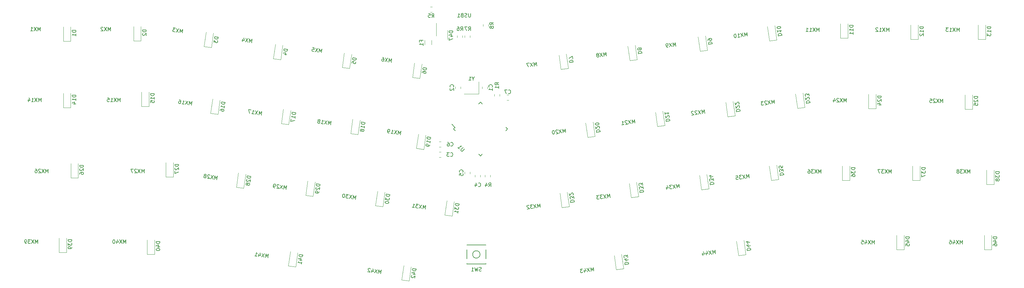
<source format=gbr>
G04 #@! TF.GenerationSoftware,KiCad,Pcbnew,(5.1.4-0-10_14)*
G04 #@! TF.CreationDate,2020-05-03T16:56:18-05:00*
G04 #@! TF.ProjectId,minister,6d696e69-7374-4657-922e-6b696361645f,rev?*
G04 #@! TF.SameCoordinates,Original*
G04 #@! TF.FileFunction,Legend,Bot*
G04 #@! TF.FilePolarity,Positive*
%FSLAX46Y46*%
G04 Gerber Fmt 4.6, Leading zero omitted, Abs format (unit mm)*
G04 Created by KiCad (PCBNEW (5.1.4-0-10_14)) date 2020-05-03 16:56:18*
%MOMM*%
%LPD*%
G04 APERTURE LIST*
%ADD10C,0.120000*%
%ADD11C,0.150000*%
%ADD12O,1.829200X1.829200*%
%ADD13R,1.829200X1.829200*%
%ADD14R,0.702000X2.552000*%
%ADD15R,0.402000X2.552000*%
%ADD16C,0.752000*%
%ADD17C,0.100000*%
%ADD18C,1.077000*%
%ADD19C,1.352000*%
%ADD20C,1.102000*%
%ADD21R,1.102000X2.902000*%
%ADD22R,1.302000X2.902000*%
%ADD23C,0.652000*%
%ADD24C,2.602000*%
%ADD25C,1.852000*%
%ADD26C,3.102000*%
%ADD27C,4.089800*%
%ADD28R,2.652000X2.602000*%
%ADD29R,1.902000X1.202000*%
%ADD30R,1.502000X1.302000*%
%ADD31R,1.302000X1.002000*%
%ADD32C,1.002000*%
%ADD33C,3.150000*%
G04 APERTURE END LIST*
D10*
X146379000Y-78823078D02*
X146379000Y-78305922D01*
X144959000Y-78823078D02*
X144959000Y-78305922D01*
X140006000Y-81871078D02*
X140006000Y-81353922D01*
X141426000Y-81871078D02*
X141426000Y-81353922D01*
X137974000Y-81841078D02*
X137974000Y-81323922D01*
X139394000Y-81841078D02*
X139394000Y-81323922D01*
X130629922Y-73585000D02*
X131147078Y-73585000D01*
X130629922Y-75005000D02*
X131147078Y-75005000D01*
X129138000Y-83784064D02*
X129138000Y-82579936D01*
X130958000Y-83784064D02*
X130958000Y-82579936D01*
X132247000Y-82381000D02*
X132247000Y-77981000D01*
X135347000Y-82381000D02*
X135347000Y-79881000D01*
D11*
X137360031Y-106273414D02*
X136458470Y-105371852D01*
X144272000Y-113998555D02*
X143794703Y-113521258D01*
X151590555Y-106680000D02*
X151113258Y-106202703D01*
X144272000Y-99361445D02*
X144749297Y-99838742D01*
X136953445Y-106680000D02*
X137430742Y-107157297D01*
X144272000Y-99361445D02*
X143794703Y-99838742D01*
X151590555Y-106680000D02*
X151113258Y-107157297D01*
X144272000Y-113998555D02*
X144749297Y-113521258D01*
X136953445Y-106680000D02*
X137360031Y-106273414D01*
D10*
X148007000Y-97746078D02*
X148007000Y-97228922D01*
X149427000Y-97746078D02*
X149427000Y-97228922D01*
X146887000Y-119717078D02*
X146887000Y-119199922D01*
X145467000Y-119717078D02*
X145467000Y-119199922D01*
D11*
X145729000Y-138116000D02*
X140529000Y-138116000D01*
X140529000Y-138116000D02*
X140529000Y-143316000D01*
X140529000Y-143316000D02*
X145729000Y-143316000D01*
X145729000Y-143316000D02*
X145729000Y-138116000D01*
X144129000Y-140716000D02*
G75*
G03X144129000Y-140716000I-1000000J0D01*
G01*
D10*
X143806750Y-93829500D02*
X143806750Y-97129500D01*
X143806750Y-97129500D02*
X139806750Y-97129500D01*
X55864000Y-140680000D02*
X55864000Y-136780000D01*
X53864000Y-140680000D02*
X53864000Y-136780000D01*
X55864000Y-140680000D02*
X53864000Y-140680000D01*
X94149129Y-144099276D02*
X94691904Y-140237231D01*
X92168592Y-143820930D02*
X92711368Y-139958885D01*
X94149129Y-144099276D02*
X92168592Y-143820930D01*
X124883129Y-147909276D02*
X125425904Y-144047231D01*
X122902592Y-147630930D02*
X123445368Y-143768885D01*
X124883129Y-147909276D02*
X122902592Y-147630930D01*
X183040408Y-144582930D02*
X182497632Y-140720885D01*
X181059871Y-144861276D02*
X180517096Y-140999231D01*
X183040408Y-144582930D02*
X181059871Y-144861276D01*
X216163044Y-140755872D02*
X215620268Y-136893827D01*
X214182507Y-141034218D02*
X213639732Y-137172173D01*
X216163044Y-140755872D02*
X214182507Y-141034218D01*
X259064000Y-139410000D02*
X259064000Y-135510000D01*
X257064000Y-139410000D02*
X257064000Y-135510000D01*
X259064000Y-139410000D02*
X257064000Y-139410000D01*
X282813000Y-139410000D02*
X282813000Y-135510000D01*
X280813000Y-139410000D02*
X280813000Y-135510000D01*
X282813000Y-139410000D02*
X280813000Y-139410000D01*
X263382000Y-120614000D02*
X263382000Y-116714000D01*
X261382000Y-120614000D02*
X261382000Y-116714000D01*
X263382000Y-120614000D02*
X261382000Y-120614000D01*
X194216408Y-105720930D02*
X193673632Y-101858885D01*
X192235871Y-105999276D02*
X191693096Y-102137231D01*
X194216408Y-105720930D02*
X192235871Y-105999276D01*
X213266408Y-103053930D02*
X212723632Y-99191885D01*
X211285871Y-103332276D02*
X210743096Y-99470231D01*
X213266408Y-103053930D02*
X211285871Y-103332276D01*
X232189408Y-100767930D02*
X231646632Y-96905885D01*
X230208871Y-101046276D02*
X229666096Y-97184231D01*
X232189408Y-100767930D02*
X230208871Y-101046276D01*
X136567129Y-130256276D02*
X137109904Y-126394231D01*
X134586592Y-129977930D02*
X135129368Y-126115885D01*
X136567129Y-130256276D02*
X134586592Y-129977930D01*
X168308408Y-127691930D02*
X167765632Y-123829885D01*
X166327871Y-127970276D02*
X165785096Y-124108231D01*
X168308408Y-127691930D02*
X166327871Y-127970276D01*
X187104408Y-125024930D02*
X186561632Y-121162885D01*
X185123871Y-125303276D02*
X184581096Y-121441231D01*
X187104408Y-125024930D02*
X185123871Y-125303276D01*
X206154408Y-122865930D02*
X205611632Y-119003885D01*
X204173871Y-123144276D02*
X203631096Y-119282231D01*
X206154408Y-122865930D02*
X204173871Y-123144276D01*
X225077408Y-120325930D02*
X224534632Y-116463885D01*
X223096871Y-120604276D02*
X222554096Y-116742231D01*
X225077408Y-120325930D02*
X223096871Y-120604276D01*
X244332000Y-120614000D02*
X244332000Y-116714000D01*
X242332000Y-120614000D02*
X242332000Y-116714000D01*
X244332000Y-120614000D02*
X242332000Y-120614000D01*
X138886000Y-95196922D02*
X138886000Y-95714078D01*
X137466000Y-95196922D02*
X137466000Y-95714078D01*
X133042922Y-112955000D02*
X133560078Y-112955000D01*
X133042922Y-114375000D02*
X133560078Y-114375000D01*
X144220000Y-119199922D02*
X144220000Y-119717078D01*
X142800000Y-119199922D02*
X142800000Y-119717078D01*
X243824000Y-82006000D02*
X243824000Y-78106000D01*
X241824000Y-82006000D02*
X241824000Y-78106000D01*
X243824000Y-82006000D02*
X241824000Y-82006000D01*
X262874000Y-82387000D02*
X262874000Y-78487000D01*
X260874000Y-82387000D02*
X260874000Y-78487000D01*
X262874000Y-82387000D02*
X260874000Y-82387000D01*
X281162000Y-82387000D02*
X281162000Y-78487000D01*
X279162000Y-82387000D02*
X279162000Y-78487000D01*
X281162000Y-82387000D02*
X279162000Y-82387000D01*
X33131000Y-100929000D02*
X33131000Y-97029000D01*
X31131000Y-100929000D02*
X31131000Y-97029000D01*
X33131000Y-100929000D02*
X31131000Y-100929000D01*
X54340000Y-100548000D02*
X54340000Y-96648000D01*
X52340000Y-100548000D02*
X52340000Y-96648000D01*
X54340000Y-100548000D02*
X52340000Y-100548000D01*
X73067129Y-102697276D02*
X73609904Y-98835231D01*
X71086592Y-102418930D02*
X71629368Y-98556885D01*
X73067129Y-102697276D02*
X71086592Y-102418930D01*
X92244129Y-105491276D02*
X92786904Y-101629231D01*
X90263592Y-105212930D02*
X90806368Y-101350885D01*
X92244129Y-105491276D02*
X90263592Y-105212930D01*
X111040129Y-108158276D02*
X111582904Y-104296231D01*
X109059592Y-107879930D02*
X109602368Y-104017885D01*
X111040129Y-108158276D02*
X109059592Y-107879930D01*
X128844493Y-112205218D02*
X129387268Y-108343173D01*
X126863956Y-111926872D02*
X127406732Y-108064827D01*
X128844493Y-112205218D02*
X126863956Y-111926872D01*
X175293408Y-108641930D02*
X173312871Y-108920276D01*
X173312871Y-108920276D02*
X172770096Y-105058231D01*
X175293408Y-108641930D02*
X174750632Y-104779885D01*
X144705000Y-95714078D02*
X144705000Y-95196922D01*
X146125000Y-95714078D02*
X146125000Y-95196922D01*
X141426000Y-118310922D02*
X141426000Y-118828078D01*
X140006000Y-118310922D02*
X140006000Y-118828078D01*
X133560078Y-111581000D02*
X133042922Y-111581000D01*
X133560078Y-110161000D02*
X133042922Y-110161000D01*
X151427922Y-97461000D02*
X151945078Y-97461000D01*
X151427922Y-98881000D02*
X151945078Y-98881000D01*
X33131000Y-82895000D02*
X31131000Y-82895000D01*
X31131000Y-82895000D02*
X31131000Y-78995000D01*
X33131000Y-82895000D02*
X33131000Y-78995000D01*
X52181000Y-82768000D02*
X52181000Y-78868000D01*
X50181000Y-82768000D02*
X50181000Y-78868000D01*
X52181000Y-82768000D02*
X50181000Y-82768000D01*
X71289129Y-84536276D02*
X71831904Y-80674231D01*
X69308592Y-84257930D02*
X69851368Y-80395885D01*
X71289129Y-84536276D02*
X69308592Y-84257930D01*
X90085129Y-87838276D02*
X90627904Y-83976231D01*
X88104592Y-87559930D02*
X88647368Y-83697885D01*
X90085129Y-87838276D02*
X88104592Y-87559930D01*
X108754129Y-90251276D02*
X109296904Y-86389231D01*
X106773592Y-89972930D02*
X107316368Y-86110885D01*
X108754129Y-90251276D02*
X106773592Y-89972930D01*
X127804129Y-92918276D02*
X128346904Y-89056231D01*
X125823592Y-92639930D02*
X126366368Y-88777885D01*
X127804129Y-92918276D02*
X125823592Y-92639930D01*
X168054408Y-90226930D02*
X166073871Y-90505276D01*
X166073871Y-90505276D02*
X165531096Y-86643231D01*
X168054408Y-90226930D02*
X167511632Y-86364885D01*
X186723408Y-87813930D02*
X186180632Y-83951885D01*
X184742871Y-88092276D02*
X184200096Y-84230231D01*
X186723408Y-87813930D02*
X184742871Y-88092276D01*
X205773408Y-85273930D02*
X205230632Y-81411885D01*
X203792871Y-85552276D02*
X203250096Y-81690231D01*
X205773408Y-85273930D02*
X203792871Y-85552276D01*
X224569408Y-82479930D02*
X224026632Y-78617885D01*
X222588871Y-82758276D02*
X222046096Y-78896231D01*
X224569408Y-82479930D02*
X222588871Y-82758276D01*
X251444000Y-101183000D02*
X251444000Y-97283000D01*
X249444000Y-101183000D02*
X249444000Y-97283000D01*
X251444000Y-101183000D02*
X249444000Y-101183000D01*
X277606000Y-101310000D02*
X277606000Y-97410000D01*
X275606000Y-101310000D02*
X275606000Y-97410000D01*
X277606000Y-101310000D02*
X275606000Y-101310000D01*
X35163000Y-119979000D02*
X35163000Y-116079000D01*
X33163000Y-119979000D02*
X33163000Y-116079000D01*
X35163000Y-119979000D02*
X33163000Y-119979000D01*
X60944000Y-119725000D02*
X60944000Y-115825000D01*
X58944000Y-119725000D02*
X58944000Y-115825000D01*
X60944000Y-119725000D02*
X58944000Y-119725000D01*
X80052129Y-122763276D02*
X80594904Y-118901231D01*
X78071592Y-122484930D02*
X78614368Y-118622885D01*
X80052129Y-122763276D02*
X78071592Y-122484930D01*
X98848129Y-124922276D02*
X99390904Y-121060231D01*
X96867592Y-124643930D02*
X97410368Y-120781885D01*
X98848129Y-124922276D02*
X96867592Y-124643930D01*
X117771129Y-127716276D02*
X118313904Y-123854231D01*
X115790592Y-127437930D02*
X116333368Y-123575885D01*
X117771129Y-127716276D02*
X115790592Y-127437930D01*
X31988000Y-140172000D02*
X31988000Y-136272000D01*
X29988000Y-140172000D02*
X29988000Y-136272000D01*
X31988000Y-140172000D02*
X29988000Y-140172000D01*
X283448000Y-121756000D02*
X283448000Y-117856000D01*
X281448000Y-121756000D02*
X281448000Y-117856000D01*
X283448000Y-121756000D02*
X281448000Y-121756000D01*
D11*
X141565095Y-75311380D02*
X141565095Y-76120904D01*
X141517476Y-76216142D01*
X141469857Y-76263761D01*
X141374619Y-76311380D01*
X141184142Y-76311380D01*
X141088904Y-76263761D01*
X141041285Y-76216142D01*
X140993666Y-76120904D01*
X140993666Y-75311380D01*
X140565095Y-76263761D02*
X140422238Y-76311380D01*
X140184142Y-76311380D01*
X140088904Y-76263761D01*
X140041285Y-76216142D01*
X139993666Y-76120904D01*
X139993666Y-76025666D01*
X140041285Y-75930428D01*
X140088904Y-75882809D01*
X140184142Y-75835190D01*
X140374619Y-75787571D01*
X140469857Y-75739952D01*
X140517476Y-75692333D01*
X140565095Y-75597095D01*
X140565095Y-75501857D01*
X140517476Y-75406619D01*
X140469857Y-75359000D01*
X140374619Y-75311380D01*
X140136523Y-75311380D01*
X139993666Y-75359000D01*
X139231761Y-75787571D02*
X139088904Y-75835190D01*
X139041285Y-75882809D01*
X138993666Y-75978047D01*
X138993666Y-76120904D01*
X139041285Y-76216142D01*
X139088904Y-76263761D01*
X139184142Y-76311380D01*
X139565095Y-76311380D01*
X139565095Y-75311380D01*
X139231761Y-75311380D01*
X139136523Y-75359000D01*
X139088904Y-75406619D01*
X139041285Y-75501857D01*
X139041285Y-75597095D01*
X139088904Y-75692333D01*
X139136523Y-75739952D01*
X139231761Y-75787571D01*
X139565095Y-75787571D01*
X138041285Y-76311380D02*
X138612714Y-76311380D01*
X138327000Y-76311380D02*
X138327000Y-75311380D01*
X138422238Y-75454238D01*
X138517476Y-75549476D01*
X138612714Y-75597095D01*
X147771380Y-78397833D02*
X147295190Y-78064500D01*
X147771380Y-77826404D02*
X146771380Y-77826404D01*
X146771380Y-78207357D01*
X146819000Y-78302595D01*
X146866619Y-78350214D01*
X146961857Y-78397833D01*
X147104714Y-78397833D01*
X147199952Y-78350214D01*
X147247571Y-78302595D01*
X147295190Y-78207357D01*
X147295190Y-77826404D01*
X147199952Y-78969261D02*
X147152333Y-78874023D01*
X147104714Y-78826404D01*
X147009476Y-78778785D01*
X146961857Y-78778785D01*
X146866619Y-78826404D01*
X146819000Y-78874023D01*
X146771380Y-78969261D01*
X146771380Y-79159738D01*
X146819000Y-79254976D01*
X146866619Y-79302595D01*
X146961857Y-79350214D01*
X147009476Y-79350214D01*
X147104714Y-79302595D01*
X147152333Y-79254976D01*
X147199952Y-79159738D01*
X147199952Y-78969261D01*
X147247571Y-78874023D01*
X147295190Y-78826404D01*
X147390428Y-78778785D01*
X147580904Y-78778785D01*
X147676142Y-78826404D01*
X147723761Y-78874023D01*
X147771380Y-78969261D01*
X147771380Y-79159738D01*
X147723761Y-79254976D01*
X147676142Y-79302595D01*
X147580904Y-79350214D01*
X147390428Y-79350214D01*
X147295190Y-79302595D01*
X147247571Y-79254976D01*
X147199952Y-79159738D01*
X141009666Y-79954380D02*
X141343000Y-79478190D01*
X141581095Y-79954380D02*
X141581095Y-78954380D01*
X141200142Y-78954380D01*
X141104904Y-79002000D01*
X141057285Y-79049619D01*
X141009666Y-79144857D01*
X141009666Y-79287714D01*
X141057285Y-79382952D01*
X141104904Y-79430571D01*
X141200142Y-79478190D01*
X141581095Y-79478190D01*
X140676333Y-78954380D02*
X140009666Y-78954380D01*
X140438238Y-79954380D01*
X138850666Y-79954380D02*
X139184000Y-79478190D01*
X139422095Y-79954380D02*
X139422095Y-78954380D01*
X139041142Y-78954380D01*
X138945904Y-79002000D01*
X138898285Y-79049619D01*
X138850666Y-79144857D01*
X138850666Y-79287714D01*
X138898285Y-79382952D01*
X138945904Y-79430571D01*
X139041142Y-79478190D01*
X139422095Y-79478190D01*
X137993523Y-78954380D02*
X138184000Y-78954380D01*
X138279238Y-79002000D01*
X138326857Y-79049619D01*
X138422095Y-79192476D01*
X138469714Y-79382952D01*
X138469714Y-79763904D01*
X138422095Y-79859142D01*
X138374476Y-79906761D01*
X138279238Y-79954380D01*
X138088761Y-79954380D01*
X137993523Y-79906761D01*
X137945904Y-79859142D01*
X137898285Y-79763904D01*
X137898285Y-79525809D01*
X137945904Y-79430571D01*
X137993523Y-79382952D01*
X138088761Y-79335333D01*
X138279238Y-79335333D01*
X138374476Y-79382952D01*
X138422095Y-79430571D01*
X138469714Y-79525809D01*
X131055166Y-76397380D02*
X131388500Y-75921190D01*
X131626595Y-76397380D02*
X131626595Y-75397380D01*
X131245642Y-75397380D01*
X131150404Y-75445000D01*
X131102785Y-75492619D01*
X131055166Y-75587857D01*
X131055166Y-75730714D01*
X131102785Y-75825952D01*
X131150404Y-75873571D01*
X131245642Y-75921190D01*
X131626595Y-75921190D01*
X130150404Y-75397380D02*
X130626595Y-75397380D01*
X130674214Y-75873571D01*
X130626595Y-75825952D01*
X130531357Y-75778333D01*
X130293261Y-75778333D01*
X130198023Y-75825952D01*
X130150404Y-75873571D01*
X130102785Y-75968809D01*
X130102785Y-76206904D01*
X130150404Y-76302142D01*
X130198023Y-76349761D01*
X130293261Y-76397380D01*
X130531357Y-76397380D01*
X130626595Y-76349761D01*
X130674214Y-76302142D01*
X128198571Y-82978666D02*
X128198571Y-82645333D01*
X128722380Y-82645333D02*
X127722380Y-82645333D01*
X127722380Y-83121523D01*
X128722380Y-84026285D02*
X128722380Y-83454857D01*
X128722380Y-83740571D02*
X127722380Y-83740571D01*
X127865238Y-83645333D01*
X127960476Y-83550095D01*
X128008095Y-83454857D01*
X136723380Y-80065714D02*
X135723380Y-80065714D01*
X135723380Y-80303809D01*
X135771000Y-80446666D01*
X135866238Y-80541904D01*
X135961476Y-80589523D01*
X136151952Y-80637142D01*
X136294809Y-80637142D01*
X136485285Y-80589523D01*
X136580523Y-80541904D01*
X136675761Y-80446666D01*
X136723380Y-80303809D01*
X136723380Y-80065714D01*
X136056714Y-81494285D02*
X136723380Y-81494285D01*
X135675761Y-81256190D02*
X136390047Y-81018095D01*
X136390047Y-81637142D01*
X135723380Y-81922857D02*
X135723380Y-82589523D01*
X136723380Y-82160952D01*
X139930027Y-112099468D02*
X139357607Y-112671888D01*
X139256592Y-112705560D01*
X139189248Y-112705560D01*
X139088233Y-112671888D01*
X138953546Y-112537201D01*
X138919874Y-112436186D01*
X138919874Y-112368842D01*
X138953546Y-112267827D01*
X139525966Y-111695407D01*
X138111752Y-111695407D02*
X138515813Y-112099468D01*
X138313783Y-111897438D02*
X139020889Y-111190331D01*
X138987218Y-111358690D01*
X138987218Y-111493377D01*
X139020889Y-111594392D01*
X167331917Y-107615105D02*
X167192744Y-106624837D01*
X166962064Y-107378562D01*
X166532565Y-106717619D01*
X166671738Y-107707887D01*
X166155320Y-106770637D02*
X165634314Y-107853688D01*
X165495141Y-106863420D02*
X166294493Y-107760906D01*
X165178307Y-107004122D02*
X165124524Y-106963593D01*
X165023585Y-106929692D01*
X164787807Y-106962829D01*
X164700123Y-107023239D01*
X164659595Y-107077022D01*
X164625694Y-107177961D01*
X164638948Y-107272272D01*
X164705986Y-107407111D01*
X165351381Y-107893451D01*
X164738358Y-107979606D01*
X163986161Y-107075493D02*
X163891850Y-107088747D01*
X163804166Y-107149158D01*
X163763638Y-107202941D01*
X163729737Y-107303879D01*
X163709090Y-107499129D01*
X163742227Y-107734907D01*
X163815892Y-107916902D01*
X163876302Y-108004586D01*
X163930085Y-108045114D01*
X164031023Y-108079015D01*
X164125334Y-108065761D01*
X164213018Y-108005351D01*
X164253547Y-107951568D01*
X164287448Y-107850629D01*
X164308094Y-107655379D01*
X164274958Y-107419601D01*
X164201293Y-107237606D01*
X164140883Y-107149922D01*
X164087100Y-107109394D01*
X163986161Y-107075493D01*
X24907714Y-80081380D02*
X24907714Y-79081380D01*
X24574380Y-79795666D01*
X24241047Y-79081380D01*
X24241047Y-80081380D01*
X23860095Y-79081380D02*
X23193428Y-80081380D01*
X23193428Y-79081380D02*
X23860095Y-80081380D01*
X22288666Y-80081380D02*
X22860095Y-80081380D01*
X22574380Y-80081380D02*
X22574380Y-79081380D01*
X22669619Y-79224238D01*
X22764857Y-79319476D01*
X22860095Y-79367095D01*
X122542598Y-108232525D02*
X122681771Y-107242257D01*
X122252273Y-107903200D01*
X122021593Y-107149475D01*
X121882420Y-108139743D01*
X121644348Y-107096456D02*
X120844996Y-107993942D01*
X120984169Y-107003674D02*
X121505175Y-108086724D01*
X119949039Y-107868024D02*
X120514907Y-107947551D01*
X120231973Y-107907787D02*
X120371146Y-106917519D01*
X120445575Y-107072241D01*
X120526632Y-107179807D01*
X120614316Y-107240217D01*
X119477483Y-107801751D02*
X119288860Y-107775242D01*
X119201176Y-107714831D01*
X119160648Y-107661048D01*
X119086219Y-107506327D01*
X119065572Y-107311077D01*
X119118591Y-106933832D01*
X119179001Y-106846148D01*
X119232784Y-106805620D01*
X119333722Y-106771719D01*
X119522345Y-106798228D01*
X119610029Y-106858638D01*
X119650557Y-106912421D01*
X119684458Y-107013360D01*
X119651322Y-107249138D01*
X119590911Y-107336822D01*
X119537128Y-107377350D01*
X119436190Y-107411251D01*
X119247567Y-107384742D01*
X119159883Y-107324332D01*
X119119355Y-107270549D01*
X119085454Y-107169610D01*
X207971917Y-140508105D02*
X207832744Y-139517837D01*
X207602064Y-140271562D01*
X207172565Y-139610619D01*
X207311738Y-140600887D01*
X206795320Y-139663637D02*
X206274314Y-140746688D01*
X206135141Y-139756420D02*
X206934493Y-140653906D01*
X205379887Y-140199173D02*
X205472669Y-140859352D01*
X205562647Y-139788791D02*
X205897834Y-140462989D01*
X205284811Y-140549144D01*
X204436774Y-140331719D02*
X204529556Y-140991897D01*
X204619534Y-139921337D02*
X204954722Y-140595535D01*
X204341698Y-140681690D01*
X251062904Y-137866380D02*
X251062904Y-136866380D01*
X250729571Y-137580666D01*
X250396238Y-136866380D01*
X250396238Y-137866380D01*
X250015285Y-136866380D02*
X249348619Y-137866380D01*
X249348619Y-136866380D02*
X250015285Y-137866380D01*
X248539095Y-137199714D02*
X248539095Y-137866380D01*
X248777190Y-136818761D02*
X249015285Y-137533047D01*
X248396238Y-137533047D01*
X247539095Y-136866380D02*
X248015285Y-136866380D01*
X248062904Y-137342571D01*
X248015285Y-137294952D01*
X247920047Y-137247333D01*
X247681952Y-137247333D01*
X247586714Y-137294952D01*
X247539095Y-137342571D01*
X247491476Y-137437809D01*
X247491476Y-137675904D01*
X247539095Y-137771142D01*
X247586714Y-137818761D01*
X247681952Y-137866380D01*
X247920047Y-137866380D01*
X248015285Y-137818761D01*
X248062904Y-137771142D01*
X274938904Y-137866380D02*
X274938904Y-136866380D01*
X274605571Y-137580666D01*
X274272238Y-136866380D01*
X274272238Y-137866380D01*
X273891285Y-136866380D02*
X273224619Y-137866380D01*
X273224619Y-136866380D02*
X273891285Y-137866380D01*
X272415095Y-137199714D02*
X272415095Y-137866380D01*
X272653190Y-136818761D02*
X272891285Y-137533047D01*
X272272238Y-137533047D01*
X271462714Y-136866380D02*
X271653190Y-136866380D01*
X271748428Y-136914000D01*
X271796047Y-136961619D01*
X271891285Y-137104476D01*
X271938904Y-137294952D01*
X271938904Y-137675904D01*
X271891285Y-137771142D01*
X271843666Y-137818761D01*
X271748428Y-137866380D01*
X271557952Y-137866380D01*
X271462714Y-137818761D01*
X271415095Y-137771142D01*
X271367476Y-137675904D01*
X271367476Y-137437809D01*
X271415095Y-137342571D01*
X271462714Y-137294952D01*
X271557952Y-137247333D01*
X271748428Y-137247333D01*
X271843666Y-137294952D01*
X271891285Y-137342571D01*
X271938904Y-137437809D01*
X149169380Y-94702333D02*
X148693190Y-94369000D01*
X149169380Y-94130904D02*
X148169380Y-94130904D01*
X148169380Y-94511857D01*
X148217000Y-94607095D01*
X148264619Y-94654714D01*
X148359857Y-94702333D01*
X148502714Y-94702333D01*
X148597952Y-94654714D01*
X148645571Y-94607095D01*
X148693190Y-94511857D01*
X148693190Y-94130904D01*
X149169380Y-95654714D02*
X149169380Y-95083285D01*
X149169380Y-95369000D02*
X148169380Y-95369000D01*
X148312238Y-95273761D01*
X148407476Y-95178523D01*
X148455095Y-95083285D01*
X146470666Y-122323880D02*
X146804000Y-121847690D01*
X147042095Y-122323880D02*
X147042095Y-121323880D01*
X146661142Y-121323880D01*
X146565904Y-121371500D01*
X146518285Y-121419119D01*
X146470666Y-121514357D01*
X146470666Y-121657214D01*
X146518285Y-121752452D01*
X146565904Y-121800071D01*
X146661142Y-121847690D01*
X147042095Y-121847690D01*
X145613523Y-121657214D02*
X145613523Y-122323880D01*
X145851619Y-121276261D02*
X146089714Y-121990547D01*
X145470666Y-121990547D01*
X144462333Y-145184761D02*
X144319476Y-145232380D01*
X144081380Y-145232380D01*
X143986142Y-145184761D01*
X143938523Y-145137142D01*
X143890904Y-145041904D01*
X143890904Y-144946666D01*
X143938523Y-144851428D01*
X143986142Y-144803809D01*
X144081380Y-144756190D01*
X144271857Y-144708571D01*
X144367095Y-144660952D01*
X144414714Y-144613333D01*
X144462333Y-144518095D01*
X144462333Y-144422857D01*
X144414714Y-144327619D01*
X144367095Y-144280000D01*
X144271857Y-144232380D01*
X144033761Y-144232380D01*
X143890904Y-144280000D01*
X143557571Y-144232380D02*
X143319476Y-145232380D01*
X143129000Y-144518095D01*
X142938523Y-145232380D01*
X142700428Y-144232380D01*
X141795666Y-145232380D02*
X142367095Y-145232380D01*
X142081380Y-145232380D02*
X142081380Y-144232380D01*
X142176619Y-144375238D01*
X142271857Y-144470476D01*
X142367095Y-144518095D01*
X142282940Y-93005690D02*
X142282940Y-93481880D01*
X142616273Y-92481880D02*
X142282940Y-93005690D01*
X141949607Y-92481880D01*
X141092464Y-93481880D02*
X141663892Y-93481880D01*
X141378178Y-93481880D02*
X141378178Y-92481880D01*
X141473416Y-92624738D01*
X141568654Y-92719976D01*
X141663892Y-92767595D01*
X57316380Y-137215714D02*
X56316380Y-137215714D01*
X56316380Y-137453809D01*
X56364000Y-137596666D01*
X56459238Y-137691904D01*
X56554476Y-137739523D01*
X56744952Y-137787142D01*
X56887809Y-137787142D01*
X57078285Y-137739523D01*
X57173523Y-137691904D01*
X57268761Y-137596666D01*
X57316380Y-137453809D01*
X57316380Y-137215714D01*
X56649714Y-138644285D02*
X57316380Y-138644285D01*
X56268761Y-138406190D02*
X56983047Y-138168095D01*
X56983047Y-138787142D01*
X56316380Y-139358571D02*
X56316380Y-139453809D01*
X56364000Y-139549047D01*
X56411619Y-139596666D01*
X56506857Y-139644285D01*
X56697333Y-139691904D01*
X56935428Y-139691904D01*
X57125904Y-139644285D01*
X57221142Y-139596666D01*
X57268761Y-139549047D01*
X57316380Y-139453809D01*
X57316380Y-139358571D01*
X57268761Y-139263333D01*
X57221142Y-139215714D01*
X57125904Y-139168095D01*
X56935428Y-139120476D01*
X56697333Y-139120476D01*
X56506857Y-139168095D01*
X56411619Y-139215714D01*
X56364000Y-139263333D01*
X56316380Y-139358571D01*
X96069510Y-140870836D02*
X95079242Y-140731663D01*
X95046105Y-140967441D01*
X95073379Y-141115536D01*
X95154436Y-141223101D01*
X95242120Y-141283512D01*
X95424115Y-141357176D01*
X95565582Y-141377058D01*
X95760832Y-141356412D01*
X95861770Y-141322511D01*
X95969336Y-141241454D01*
X96036373Y-141106615D01*
X96069510Y-140870836D01*
X95210512Y-142192723D02*
X95870691Y-142285505D01*
X94866404Y-141903927D02*
X95606875Y-141767558D01*
X95520720Y-142380581D01*
X95724891Y-143322929D02*
X95804418Y-142757061D01*
X95764654Y-143039995D02*
X94774386Y-142900822D01*
X94929108Y-142826393D01*
X95036674Y-142745336D01*
X95097084Y-142657652D01*
X126803510Y-144680836D02*
X125813242Y-144541663D01*
X125780105Y-144777441D01*
X125807379Y-144925536D01*
X125888436Y-145033101D01*
X125976120Y-145093512D01*
X126158115Y-145167176D01*
X126299582Y-145187058D01*
X126494832Y-145166412D01*
X126595770Y-145132511D01*
X126703336Y-145051454D01*
X126770373Y-144916615D01*
X126803510Y-144680836D01*
X125944512Y-146002723D02*
X126604691Y-146095505D01*
X125600404Y-145713927D02*
X126340875Y-145577558D01*
X126254720Y-146190581D01*
X125642461Y-146441143D02*
X125588678Y-146481671D01*
X125528268Y-146569355D01*
X125495132Y-146805133D01*
X125529033Y-146906072D01*
X125569561Y-146959855D01*
X125657245Y-147020265D01*
X125751556Y-147033519D01*
X125899651Y-147006246D01*
X126545045Y-146519906D01*
X126458891Y-147132929D01*
X183438553Y-143481081D02*
X184428821Y-143341908D01*
X184395685Y-143106130D01*
X184328647Y-142971290D01*
X184221081Y-142890234D01*
X184120143Y-142856333D01*
X183924893Y-142835686D01*
X183783426Y-142855568D01*
X183601431Y-142929233D01*
X183513747Y-142989643D01*
X183432690Y-143097209D01*
X183405417Y-143245303D01*
X183438553Y-143481081D01*
X183899913Y-141973630D02*
X183239734Y-142066412D01*
X184310294Y-142156390D02*
X183636097Y-142491578D01*
X183549942Y-141878555D01*
X184170357Y-141502839D02*
X184084202Y-140889816D01*
X183753348Y-141272923D01*
X183733466Y-141131456D01*
X183673056Y-141043773D01*
X183619273Y-141003244D01*
X183518334Y-140969343D01*
X183282556Y-141002480D01*
X183194872Y-141062890D01*
X183154344Y-141116673D01*
X183120443Y-141217611D01*
X183160207Y-141500545D01*
X183220617Y-141588229D01*
X183274400Y-141628757D01*
X216561189Y-139654023D02*
X217551457Y-139514850D01*
X217518321Y-139279072D01*
X217451283Y-139144232D01*
X217343717Y-139063176D01*
X217242779Y-139029275D01*
X217047529Y-139008628D01*
X216906062Y-139028510D01*
X216724067Y-139102175D01*
X216636383Y-139162585D01*
X216555326Y-139270151D01*
X216528053Y-139418245D01*
X216561189Y-139654023D01*
X217022549Y-138146572D02*
X216362370Y-138239354D01*
X217432930Y-138329332D02*
X216758733Y-138664520D01*
X216672578Y-138051497D01*
X216890003Y-137203460D02*
X216229824Y-137296242D01*
X217300385Y-137386220D02*
X216626187Y-137721407D01*
X216540032Y-137108384D01*
X260516380Y-135945714D02*
X259516380Y-135945714D01*
X259516380Y-136183809D01*
X259564000Y-136326666D01*
X259659238Y-136421904D01*
X259754476Y-136469523D01*
X259944952Y-136517142D01*
X260087809Y-136517142D01*
X260278285Y-136469523D01*
X260373523Y-136421904D01*
X260468761Y-136326666D01*
X260516380Y-136183809D01*
X260516380Y-135945714D01*
X259849714Y-137374285D02*
X260516380Y-137374285D01*
X259468761Y-137136190D02*
X260183047Y-136898095D01*
X260183047Y-137517142D01*
X259516380Y-138374285D02*
X259516380Y-137898095D01*
X259992571Y-137850476D01*
X259944952Y-137898095D01*
X259897333Y-137993333D01*
X259897333Y-138231428D01*
X259944952Y-138326666D01*
X259992571Y-138374285D01*
X260087809Y-138421904D01*
X260325904Y-138421904D01*
X260421142Y-138374285D01*
X260468761Y-138326666D01*
X260516380Y-138231428D01*
X260516380Y-137993333D01*
X260468761Y-137898095D01*
X260421142Y-137850476D01*
X284265380Y-135945714D02*
X283265380Y-135945714D01*
X283265380Y-136183809D01*
X283313000Y-136326666D01*
X283408238Y-136421904D01*
X283503476Y-136469523D01*
X283693952Y-136517142D01*
X283836809Y-136517142D01*
X284027285Y-136469523D01*
X284122523Y-136421904D01*
X284217761Y-136326666D01*
X284265380Y-136183809D01*
X284265380Y-135945714D01*
X283598714Y-137374285D02*
X284265380Y-137374285D01*
X283217761Y-137136190D02*
X283932047Y-136898095D01*
X283932047Y-137517142D01*
X283265380Y-138326666D02*
X283265380Y-138136190D01*
X283313000Y-138040952D01*
X283360619Y-137993333D01*
X283503476Y-137898095D01*
X283693952Y-137850476D01*
X284074904Y-137850476D01*
X284170142Y-137898095D01*
X284217761Y-137945714D01*
X284265380Y-138040952D01*
X284265380Y-138231428D01*
X284217761Y-138326666D01*
X284170142Y-138374285D01*
X284074904Y-138421904D01*
X283836809Y-138421904D01*
X283741571Y-138374285D01*
X283693952Y-138326666D01*
X283646333Y-138231428D01*
X283646333Y-138040952D01*
X283693952Y-137945714D01*
X283741571Y-137898095D01*
X283836809Y-137850476D01*
X43957714Y-80081380D02*
X43957714Y-79081380D01*
X43624380Y-79795666D01*
X43291047Y-79081380D01*
X43291047Y-80081380D01*
X42910095Y-79081380D02*
X42243428Y-80081380D01*
X42243428Y-79081380D02*
X42910095Y-80081380D01*
X41910095Y-79176619D02*
X41862476Y-79129000D01*
X41767238Y-79081380D01*
X41529142Y-79081380D01*
X41433904Y-79129000D01*
X41386285Y-79176619D01*
X41338666Y-79271857D01*
X41338666Y-79367095D01*
X41386285Y-79509952D01*
X41957714Y-80081380D01*
X41338666Y-80081380D01*
X264834380Y-117149714D02*
X263834380Y-117149714D01*
X263834380Y-117387809D01*
X263882000Y-117530666D01*
X263977238Y-117625904D01*
X264072476Y-117673523D01*
X264262952Y-117721142D01*
X264405809Y-117721142D01*
X264596285Y-117673523D01*
X264691523Y-117625904D01*
X264786761Y-117530666D01*
X264834380Y-117387809D01*
X264834380Y-117149714D01*
X263834380Y-118054476D02*
X263834380Y-118673523D01*
X264215333Y-118340190D01*
X264215333Y-118483047D01*
X264262952Y-118578285D01*
X264310571Y-118625904D01*
X264405809Y-118673523D01*
X264643904Y-118673523D01*
X264739142Y-118625904D01*
X264786761Y-118578285D01*
X264834380Y-118483047D01*
X264834380Y-118197333D01*
X264786761Y-118102095D01*
X264739142Y-118054476D01*
X263834380Y-119006857D02*
X263834380Y-119673523D01*
X264834380Y-119244952D01*
X194614553Y-104619081D02*
X195604821Y-104479908D01*
X195571685Y-104244130D01*
X195504647Y-104109290D01*
X195397081Y-104028234D01*
X195296143Y-103994333D01*
X195100893Y-103973686D01*
X194959426Y-103993568D01*
X194777431Y-104067233D01*
X194689747Y-104127643D01*
X194608690Y-104235209D01*
X194581417Y-104383303D01*
X194614553Y-104619081D01*
X195377964Y-103550050D02*
X195418492Y-103496267D01*
X195452393Y-103395329D01*
X195419257Y-103159551D01*
X195358847Y-103071867D01*
X195305064Y-103031338D01*
X195204125Y-102997437D01*
X195109814Y-103010692D01*
X194974974Y-103077729D01*
X194488634Y-103723124D01*
X194402480Y-103110101D01*
X194269934Y-102166989D02*
X194349461Y-102732856D01*
X194309698Y-102449923D02*
X195299966Y-102310749D01*
X195171753Y-102424943D01*
X195090697Y-102532508D01*
X195056796Y-102633447D01*
X213664553Y-101952081D02*
X214654821Y-101812908D01*
X214621685Y-101577130D01*
X214554647Y-101442290D01*
X214447081Y-101361234D01*
X214346143Y-101327333D01*
X214150893Y-101306686D01*
X214009426Y-101326568D01*
X213827431Y-101400233D01*
X213739747Y-101460643D01*
X213658690Y-101568209D01*
X213631417Y-101716303D01*
X213664553Y-101952081D01*
X214427964Y-100883050D02*
X214468492Y-100829267D01*
X214502393Y-100728329D01*
X214469257Y-100492551D01*
X214408847Y-100404867D01*
X214355064Y-100364338D01*
X214254125Y-100330437D01*
X214159814Y-100343692D01*
X214024974Y-100410729D01*
X213538634Y-101056124D01*
X213452480Y-100443101D01*
X214295418Y-99939938D02*
X214335947Y-99886155D01*
X214369848Y-99785216D01*
X214336711Y-99549438D01*
X214276301Y-99461754D01*
X214222518Y-99421226D01*
X214121579Y-99387325D01*
X214027268Y-99400579D01*
X213892429Y-99467617D01*
X213406089Y-100113012D01*
X213319934Y-99499989D01*
X232587553Y-99666081D02*
X233577821Y-99526908D01*
X233544685Y-99291130D01*
X233477647Y-99156290D01*
X233370081Y-99075234D01*
X233269143Y-99041333D01*
X233073893Y-99020686D01*
X232932426Y-99040568D01*
X232750431Y-99114233D01*
X232662747Y-99174643D01*
X232581690Y-99282209D01*
X232554417Y-99430303D01*
X232587553Y-99666081D01*
X233350964Y-98597050D02*
X233391492Y-98543267D01*
X233425393Y-98442329D01*
X233392257Y-98206551D01*
X233331847Y-98118867D01*
X233278064Y-98078338D01*
X233177125Y-98044437D01*
X233082814Y-98057692D01*
X232947974Y-98124729D01*
X232461634Y-98770124D01*
X232375480Y-98157101D01*
X233319357Y-97687839D02*
X233233202Y-97074816D01*
X232902348Y-97457923D01*
X232882466Y-97316456D01*
X232822056Y-97228773D01*
X232768273Y-97188244D01*
X232667334Y-97154343D01*
X232431556Y-97187480D01*
X232343872Y-97247890D01*
X232303344Y-97301673D01*
X232269443Y-97402611D01*
X232309207Y-97685545D01*
X232369617Y-97773229D01*
X232423400Y-97813757D01*
X138487510Y-127027836D02*
X137497242Y-126888663D01*
X137464105Y-127124441D01*
X137491379Y-127272536D01*
X137572436Y-127380101D01*
X137660120Y-127440512D01*
X137842115Y-127514176D01*
X137983582Y-127534058D01*
X138178832Y-127513412D01*
X138279770Y-127479511D01*
X138387336Y-127398454D01*
X138454373Y-127263615D01*
X138487510Y-127027836D01*
X137371323Y-127784620D02*
X137285168Y-128397643D01*
X137708804Y-128120572D01*
X137688923Y-128262039D01*
X137722824Y-128362978D01*
X137763352Y-128416760D01*
X137851036Y-128477171D01*
X138086814Y-128510307D01*
X138187753Y-128476406D01*
X138241535Y-128435878D01*
X138301946Y-128348194D01*
X138341709Y-128065260D01*
X138307808Y-127964322D01*
X138267280Y-127910539D01*
X138142891Y-129479929D02*
X138222418Y-128914061D01*
X138182654Y-129196995D02*
X137192386Y-129057822D01*
X137347108Y-128983393D01*
X137454674Y-128902336D01*
X137515084Y-128814652D01*
X168706553Y-126590081D02*
X169696821Y-126450908D01*
X169663685Y-126215130D01*
X169596647Y-126080290D01*
X169489081Y-125999234D01*
X169388143Y-125965333D01*
X169192893Y-125944686D01*
X169051426Y-125964568D01*
X168869431Y-126038233D01*
X168781747Y-126098643D01*
X168700690Y-126206209D01*
X168673417Y-126354303D01*
X168706553Y-126590081D01*
X169570903Y-125554951D02*
X169484748Y-124941928D01*
X169153894Y-125325036D01*
X169134012Y-125183569D01*
X169073602Y-125095885D01*
X169019819Y-125055357D01*
X168918880Y-125021456D01*
X168683102Y-125054592D01*
X168595418Y-125115002D01*
X168554890Y-125168785D01*
X168520989Y-125269724D01*
X168560753Y-125552657D01*
X168621163Y-125640341D01*
X168674946Y-125680870D01*
X169337418Y-124577938D02*
X169377947Y-124524155D01*
X169411848Y-124423216D01*
X169378711Y-124187438D01*
X169318301Y-124099754D01*
X169264518Y-124059226D01*
X169163579Y-124025325D01*
X169069268Y-124038579D01*
X168934429Y-124105617D01*
X168448089Y-124751012D01*
X168361934Y-124137989D01*
X187502553Y-123923081D02*
X188492821Y-123783908D01*
X188459685Y-123548130D01*
X188392647Y-123413290D01*
X188285081Y-123332234D01*
X188184143Y-123298333D01*
X187988893Y-123277686D01*
X187847426Y-123297568D01*
X187665431Y-123371233D01*
X187577747Y-123431643D01*
X187496690Y-123539209D01*
X187469417Y-123687303D01*
X187502553Y-123923081D01*
X188366903Y-122887951D02*
X188280748Y-122274928D01*
X187949894Y-122658036D01*
X187930012Y-122516569D01*
X187869602Y-122428885D01*
X187815819Y-122388357D01*
X187714880Y-122354456D01*
X187479102Y-122387592D01*
X187391418Y-122448002D01*
X187350890Y-122501785D01*
X187316989Y-122602724D01*
X187356753Y-122885657D01*
X187417163Y-122973341D01*
X187470946Y-123013870D01*
X188234357Y-121944839D02*
X188148202Y-121331816D01*
X187817348Y-121714923D01*
X187797466Y-121573456D01*
X187737056Y-121485773D01*
X187683273Y-121445244D01*
X187582334Y-121411343D01*
X187346556Y-121444480D01*
X187258872Y-121504890D01*
X187218344Y-121558673D01*
X187184443Y-121659611D01*
X187224207Y-121942545D01*
X187284617Y-122030229D01*
X187338400Y-122070757D01*
X206552553Y-121764081D02*
X207542821Y-121624908D01*
X207509685Y-121389130D01*
X207442647Y-121254290D01*
X207335081Y-121173234D01*
X207234143Y-121139333D01*
X207038893Y-121118686D01*
X206897426Y-121138568D01*
X206715431Y-121212233D01*
X206627747Y-121272643D01*
X206546690Y-121380209D01*
X206519417Y-121528303D01*
X206552553Y-121764081D01*
X207416903Y-120728951D02*
X207330748Y-120115928D01*
X206999894Y-120499036D01*
X206980012Y-120357569D01*
X206919602Y-120269885D01*
X206865819Y-120229357D01*
X206764880Y-120195456D01*
X206529102Y-120228592D01*
X206441418Y-120289002D01*
X206400890Y-120342785D01*
X206366989Y-120443724D01*
X206406753Y-120726657D01*
X206467163Y-120814341D01*
X206520946Y-120854870D01*
X206881367Y-119313518D02*
X206221188Y-119406300D01*
X207291749Y-119496278D02*
X206617551Y-119831465D01*
X206531396Y-119218442D01*
X225475553Y-119224081D02*
X226465821Y-119084908D01*
X226432685Y-118849130D01*
X226365647Y-118714290D01*
X226258081Y-118633234D01*
X226157143Y-118599333D01*
X225961893Y-118578686D01*
X225820426Y-118598568D01*
X225638431Y-118672233D01*
X225550747Y-118732643D01*
X225469690Y-118840209D01*
X225442417Y-118988303D01*
X225475553Y-119224081D01*
X226339903Y-118188951D02*
X226253748Y-117575928D01*
X225922894Y-117959036D01*
X225903012Y-117817569D01*
X225842602Y-117729885D01*
X225788819Y-117689357D01*
X225687880Y-117655456D01*
X225452102Y-117688592D01*
X225364418Y-117749002D01*
X225323890Y-117802785D01*
X225289989Y-117903724D01*
X225329753Y-118186657D01*
X225390163Y-118274341D01*
X225443946Y-118314870D01*
X226127829Y-116679971D02*
X226194102Y-117151528D01*
X225729173Y-117264956D01*
X225769702Y-117211173D01*
X225803603Y-117110235D01*
X225770466Y-116874456D01*
X225710056Y-116786773D01*
X225656273Y-116746244D01*
X225555334Y-116712343D01*
X225319556Y-116745480D01*
X225231872Y-116805890D01*
X225191344Y-116859673D01*
X225157443Y-116960611D01*
X225190580Y-117196389D01*
X225250990Y-117284073D01*
X225304773Y-117324602D01*
X245784380Y-117149714D02*
X244784380Y-117149714D01*
X244784380Y-117387809D01*
X244832000Y-117530666D01*
X244927238Y-117625904D01*
X245022476Y-117673523D01*
X245212952Y-117721142D01*
X245355809Y-117721142D01*
X245546285Y-117673523D01*
X245641523Y-117625904D01*
X245736761Y-117530666D01*
X245784380Y-117387809D01*
X245784380Y-117149714D01*
X244784380Y-118054476D02*
X244784380Y-118673523D01*
X245165333Y-118340190D01*
X245165333Y-118483047D01*
X245212952Y-118578285D01*
X245260571Y-118625904D01*
X245355809Y-118673523D01*
X245593904Y-118673523D01*
X245689142Y-118625904D01*
X245736761Y-118578285D01*
X245784380Y-118483047D01*
X245784380Y-118197333D01*
X245736761Y-118102095D01*
X245689142Y-118054476D01*
X244784380Y-119530666D02*
X244784380Y-119340190D01*
X244832000Y-119244952D01*
X244879619Y-119197333D01*
X245022476Y-119102095D01*
X245212952Y-119054476D01*
X245593904Y-119054476D01*
X245689142Y-119102095D01*
X245736761Y-119149714D01*
X245784380Y-119244952D01*
X245784380Y-119435428D01*
X245736761Y-119530666D01*
X245689142Y-119578285D01*
X245593904Y-119625904D01*
X245355809Y-119625904D01*
X245260571Y-119578285D01*
X245212952Y-119530666D01*
X245165333Y-119435428D01*
X245165333Y-119244952D01*
X245212952Y-119149714D01*
X245260571Y-119102095D01*
X245355809Y-119054476D01*
X63397042Y-80607252D02*
X63536215Y-79616984D01*
X63106716Y-80277927D01*
X62876036Y-79524202D01*
X62736863Y-80514470D01*
X62498791Y-79471183D02*
X61699440Y-80368669D01*
X61838613Y-79378401D02*
X62359618Y-80461451D01*
X61555679Y-79338637D02*
X60942656Y-79252483D01*
X61219727Y-79676119D01*
X61078260Y-79656237D01*
X60977322Y-79690138D01*
X60923539Y-79730666D01*
X60863128Y-79818350D01*
X60829992Y-80054128D01*
X60863893Y-80155067D01*
X60904421Y-80208850D01*
X60992105Y-80269260D01*
X61275039Y-80309024D01*
X61375978Y-80275123D01*
X61429760Y-80234594D01*
X82193042Y-83274252D02*
X82332215Y-82283984D01*
X81902716Y-82944927D01*
X81672036Y-82191202D01*
X81532863Y-83181470D01*
X81294791Y-82138183D02*
X80495440Y-83035669D01*
X80634613Y-82045401D02*
X81155618Y-83128451D01*
X79786576Y-82262827D02*
X79693794Y-82923005D01*
X80075373Y-81918718D02*
X80211741Y-82659189D01*
X79598718Y-82573034D01*
X101116042Y-85941252D02*
X101255215Y-84950984D01*
X100825716Y-85611927D01*
X100595036Y-84858202D01*
X100455863Y-85848470D01*
X100217791Y-84805183D02*
X99418440Y-85702669D01*
X99557613Y-84712401D02*
X100078618Y-85795451D01*
X98708812Y-84593110D02*
X99180368Y-84659383D01*
X99161250Y-85137566D01*
X99120722Y-85083784D01*
X99033038Y-85023373D01*
X98797260Y-84990237D01*
X98696322Y-85024138D01*
X98642539Y-85064666D01*
X98582128Y-85152350D01*
X98548992Y-85388128D01*
X98582893Y-85489067D01*
X98623421Y-85542850D01*
X98711105Y-85603260D01*
X98946883Y-85636396D01*
X99047822Y-85602495D01*
X99101605Y-85561967D01*
X120039042Y-88608252D02*
X120178215Y-87617984D01*
X119748716Y-88278927D01*
X119518036Y-87525202D01*
X119378863Y-88515470D01*
X119140791Y-87472183D02*
X118341440Y-88369669D01*
X118480613Y-87379401D02*
X119001618Y-88462451D01*
X117678967Y-87266737D02*
X117867590Y-87293246D01*
X117955274Y-87353657D01*
X117995802Y-87407440D01*
X118070231Y-87562161D01*
X118090878Y-87757411D01*
X118037859Y-88134656D01*
X117977449Y-88222340D01*
X117923666Y-88262868D01*
X117822728Y-88296769D01*
X117634105Y-88270260D01*
X117546421Y-88209850D01*
X117505893Y-88156067D01*
X117471992Y-88055128D01*
X117505128Y-87819350D01*
X117565539Y-87731666D01*
X117619322Y-87691138D01*
X117720260Y-87657237D01*
X117908883Y-87683746D01*
X117996567Y-87744156D01*
X118037095Y-87797939D01*
X118070996Y-87898878D01*
X159494361Y-89520378D02*
X159355187Y-88530110D01*
X159124507Y-89283835D01*
X158695009Y-88622892D01*
X158834182Y-89613160D01*
X158317764Y-88675910D02*
X157796758Y-89758961D01*
X157657585Y-88768692D02*
X158456937Y-89666178D01*
X157374651Y-88808456D02*
X156714473Y-88901238D01*
X157278046Y-89831861D01*
X178417361Y-86853378D02*
X178278187Y-85863110D01*
X178047507Y-86616835D01*
X177618009Y-85955892D01*
X177757182Y-86946160D01*
X177240764Y-86008910D02*
X176719758Y-87091961D01*
X176580585Y-86101692D02*
X177379937Y-86999178D01*
X176121519Y-86598993D02*
X176209203Y-86538583D01*
X176249731Y-86484800D01*
X176283632Y-86383862D01*
X176277005Y-86336706D01*
X176216595Y-86249022D01*
X176162812Y-86208494D01*
X176061873Y-86174593D01*
X175873251Y-86201102D01*
X175785567Y-86261512D01*
X175745038Y-86315295D01*
X175711137Y-86416233D01*
X175717765Y-86463389D01*
X175778175Y-86551073D01*
X175831958Y-86591601D01*
X175932896Y-86625502D01*
X176121519Y-86598993D01*
X176222457Y-86632894D01*
X176276240Y-86673423D01*
X176336650Y-86761107D01*
X176363160Y-86949729D01*
X176329259Y-87050668D01*
X176288730Y-87104451D01*
X176201046Y-87164861D01*
X176012424Y-87191370D01*
X175911485Y-87157469D01*
X175857702Y-87116941D01*
X175797292Y-87029257D01*
X175770783Y-86840634D01*
X175804684Y-86739696D01*
X175845212Y-86685913D01*
X175932896Y-86625502D01*
X197213361Y-84186378D02*
X197074187Y-83196110D01*
X196843507Y-83949835D01*
X196414009Y-83288892D01*
X196553182Y-84279160D01*
X196036764Y-83341910D02*
X195515758Y-84424961D01*
X195376585Y-83434692D02*
X196175937Y-84332178D01*
X195091358Y-84484606D02*
X194902735Y-84511115D01*
X194801797Y-84477214D01*
X194748014Y-84436686D01*
X194633821Y-84308474D01*
X194560156Y-84126478D01*
X194507137Y-83749233D01*
X194541038Y-83648295D01*
X194581567Y-83594512D01*
X194669251Y-83534102D01*
X194857873Y-83507593D01*
X194958812Y-83541494D01*
X195012595Y-83582022D01*
X195073005Y-83669706D01*
X195106141Y-83905484D01*
X195072240Y-84006423D01*
X195031712Y-84060206D01*
X194944028Y-84120616D01*
X194755406Y-84147125D01*
X194654467Y-84113224D01*
X194600684Y-84072696D01*
X194540274Y-83985012D01*
X216607917Y-81453105D02*
X216468744Y-80462837D01*
X216238064Y-81216562D01*
X215808565Y-80555619D01*
X215947738Y-81545887D01*
X215431320Y-80608637D02*
X214910314Y-81691688D01*
X214771141Y-80701420D02*
X215570493Y-81598906D01*
X214014358Y-81817606D02*
X214580225Y-81738079D01*
X214297291Y-81777842D02*
X214158118Y-80787574D01*
X214272311Y-80915787D01*
X214379877Y-80996843D01*
X214480816Y-81030744D01*
X213262161Y-80913493D02*
X213167850Y-80926747D01*
X213080166Y-80987158D01*
X213039638Y-81040941D01*
X213005737Y-81141879D01*
X212985090Y-81337129D01*
X213018227Y-81572907D01*
X213091892Y-81754902D01*
X213152302Y-81842586D01*
X213206085Y-81883114D01*
X213307023Y-81917015D01*
X213401334Y-81903761D01*
X213489018Y-81843351D01*
X213529547Y-81789568D01*
X213563448Y-81688629D01*
X213584094Y-81493379D01*
X213550958Y-81257601D01*
X213477293Y-81075606D01*
X213416883Y-80987922D01*
X213363100Y-80947394D01*
X213262161Y-80913493D01*
X236076904Y-80208380D02*
X236076904Y-79208380D01*
X235743571Y-79922666D01*
X235410238Y-79208380D01*
X235410238Y-80208380D01*
X235029285Y-79208380D02*
X234362619Y-80208380D01*
X234362619Y-79208380D02*
X235029285Y-80208380D01*
X233457857Y-80208380D02*
X234029285Y-80208380D01*
X233743571Y-80208380D02*
X233743571Y-79208380D01*
X233838809Y-79351238D01*
X233934047Y-79446476D01*
X234029285Y-79494095D01*
X232505476Y-80208380D02*
X233076904Y-80208380D01*
X232791190Y-80208380D02*
X232791190Y-79208380D01*
X232886428Y-79351238D01*
X232981666Y-79446476D01*
X233076904Y-79494095D01*
X254999904Y-80208380D02*
X254999904Y-79208380D01*
X254666571Y-79922666D01*
X254333238Y-79208380D01*
X254333238Y-80208380D01*
X253952285Y-79208380D02*
X253285619Y-80208380D01*
X253285619Y-79208380D02*
X253952285Y-80208380D01*
X252380857Y-80208380D02*
X252952285Y-80208380D01*
X252666571Y-80208380D02*
X252666571Y-79208380D01*
X252761809Y-79351238D01*
X252857047Y-79446476D01*
X252952285Y-79494095D01*
X251999904Y-79303619D02*
X251952285Y-79256000D01*
X251857047Y-79208380D01*
X251618952Y-79208380D01*
X251523714Y-79256000D01*
X251476095Y-79303619D01*
X251428476Y-79398857D01*
X251428476Y-79494095D01*
X251476095Y-79636952D01*
X252047523Y-80208380D01*
X251428476Y-80208380D01*
X274049904Y-80208380D02*
X274049904Y-79208380D01*
X273716571Y-79922666D01*
X273383238Y-79208380D01*
X273383238Y-80208380D01*
X273002285Y-79208380D02*
X272335619Y-80208380D01*
X272335619Y-79208380D02*
X273002285Y-80208380D01*
X271430857Y-80208380D02*
X272002285Y-80208380D01*
X271716571Y-80208380D02*
X271716571Y-79208380D01*
X271811809Y-79351238D01*
X271907047Y-79446476D01*
X272002285Y-79494095D01*
X271097523Y-79208380D02*
X270478476Y-79208380D01*
X270811809Y-79589333D01*
X270668952Y-79589333D01*
X270573714Y-79636952D01*
X270526095Y-79684571D01*
X270478476Y-79779809D01*
X270478476Y-80017904D01*
X270526095Y-80113142D01*
X270573714Y-80160761D01*
X270668952Y-80208380D01*
X270954666Y-80208380D01*
X271049904Y-80160761D01*
X271097523Y-80113142D01*
X25129904Y-99258380D02*
X25129904Y-98258380D01*
X24796571Y-98972666D01*
X24463238Y-98258380D01*
X24463238Y-99258380D01*
X24082285Y-98258380D02*
X23415619Y-99258380D01*
X23415619Y-98258380D02*
X24082285Y-99258380D01*
X22510857Y-99258380D02*
X23082285Y-99258380D01*
X22796571Y-99258380D02*
X22796571Y-98258380D01*
X22891809Y-98401238D01*
X22987047Y-98496476D01*
X23082285Y-98544095D01*
X21653714Y-98591714D02*
X21653714Y-99258380D01*
X21891809Y-98210761D02*
X22129904Y-98925047D01*
X21510857Y-98925047D01*
X46592904Y-99258380D02*
X46592904Y-98258380D01*
X46259571Y-98972666D01*
X45926238Y-98258380D01*
X45926238Y-99258380D01*
X45545285Y-98258380D02*
X44878619Y-99258380D01*
X44878619Y-98258380D02*
X45545285Y-99258380D01*
X43973857Y-99258380D02*
X44545285Y-99258380D01*
X44259571Y-99258380D02*
X44259571Y-98258380D01*
X44354809Y-98401238D01*
X44450047Y-98496476D01*
X44545285Y-98544095D01*
X43069095Y-98258380D02*
X43545285Y-98258380D01*
X43592904Y-98734571D01*
X43545285Y-98686952D01*
X43450047Y-98639333D01*
X43211952Y-98639333D01*
X43116714Y-98686952D01*
X43069095Y-98734571D01*
X43021476Y-98829809D01*
X43021476Y-99067904D01*
X43069095Y-99163142D01*
X43116714Y-99210761D01*
X43211952Y-99258380D01*
X43450047Y-99258380D01*
X43545285Y-99210761D01*
X43592904Y-99163142D01*
X24240904Y-137739380D02*
X24240904Y-136739380D01*
X23907571Y-137453666D01*
X23574238Y-136739380D01*
X23574238Y-137739380D01*
X23193285Y-136739380D02*
X22526619Y-137739380D01*
X22526619Y-136739380D02*
X23193285Y-137739380D01*
X22240904Y-136739380D02*
X21621857Y-136739380D01*
X21955190Y-137120333D01*
X21812333Y-137120333D01*
X21717095Y-137167952D01*
X21669476Y-137215571D01*
X21621857Y-137310809D01*
X21621857Y-137548904D01*
X21669476Y-137644142D01*
X21717095Y-137691761D01*
X21812333Y-137739380D01*
X22098047Y-137739380D01*
X22193285Y-137691761D01*
X22240904Y-137644142D01*
X21145666Y-137739380D02*
X20955190Y-137739380D01*
X20859952Y-137691761D01*
X20812333Y-137644142D01*
X20717095Y-137501285D01*
X20669476Y-137310809D01*
X20669476Y-136929857D01*
X20717095Y-136834619D01*
X20764714Y-136787000D01*
X20859952Y-136739380D01*
X21050428Y-136739380D01*
X21145666Y-136787000D01*
X21193285Y-136834619D01*
X21240904Y-136929857D01*
X21240904Y-137167952D01*
X21193285Y-137263190D01*
X21145666Y-137310809D01*
X21050428Y-137358428D01*
X20859952Y-137358428D01*
X20764714Y-137310809D01*
X20717095Y-137263190D01*
X20669476Y-137167952D01*
X86601598Y-141633525D02*
X86740771Y-140643257D01*
X86311273Y-141304200D01*
X86080593Y-140550475D01*
X85941420Y-141540743D01*
X85703348Y-140497456D02*
X84903996Y-141394942D01*
X85043169Y-140404674D02*
X85564175Y-141487724D01*
X84195132Y-140622100D02*
X84102350Y-141282278D01*
X84483929Y-140277991D02*
X84620298Y-141018462D01*
X84007274Y-140932307D01*
X83064927Y-141136478D02*
X83630794Y-141216005D01*
X83347860Y-141176242D02*
X83487033Y-140185974D01*
X83561463Y-140340695D01*
X83642519Y-140448261D01*
X83730203Y-140508671D01*
X48116904Y-137739380D02*
X48116904Y-136739380D01*
X47783571Y-137453666D01*
X47450238Y-136739380D01*
X47450238Y-137739380D01*
X47069285Y-136739380D02*
X46402619Y-137739380D01*
X46402619Y-136739380D02*
X47069285Y-137739380D01*
X45593095Y-137072714D02*
X45593095Y-137739380D01*
X45831190Y-136691761D02*
X46069285Y-137406047D01*
X45450238Y-137406047D01*
X44878809Y-136739380D02*
X44783571Y-136739380D01*
X44688333Y-136787000D01*
X44640714Y-136834619D01*
X44593095Y-136929857D01*
X44545476Y-137120333D01*
X44545476Y-137358428D01*
X44593095Y-137548904D01*
X44640714Y-137644142D01*
X44688333Y-137691761D01*
X44783571Y-137739380D01*
X44878809Y-137739380D01*
X44974047Y-137691761D01*
X45021666Y-137644142D01*
X45069285Y-137548904D01*
X45116904Y-137358428D01*
X45116904Y-137120333D01*
X45069285Y-136929857D01*
X45021666Y-136834619D01*
X44974047Y-136787000D01*
X44878809Y-136739380D01*
X136883142Y-95288833D02*
X136930761Y-95241214D01*
X136978380Y-95098357D01*
X136978380Y-95003119D01*
X136930761Y-94860261D01*
X136835523Y-94765023D01*
X136740285Y-94717404D01*
X136549809Y-94669785D01*
X136406952Y-94669785D01*
X136216476Y-94717404D01*
X136121238Y-94765023D01*
X136026000Y-94860261D01*
X135978380Y-95003119D01*
X135978380Y-95098357D01*
X136026000Y-95241214D01*
X136073619Y-95288833D01*
X136073619Y-95669785D02*
X136026000Y-95717404D01*
X135978380Y-95812642D01*
X135978380Y-96050738D01*
X136026000Y-96145976D01*
X136073619Y-96193595D01*
X136168857Y-96241214D01*
X136264095Y-96241214D01*
X136406952Y-96193595D01*
X136978380Y-95622166D01*
X136978380Y-96241214D01*
X136135166Y-114022142D02*
X136182785Y-114069761D01*
X136325642Y-114117380D01*
X136420880Y-114117380D01*
X136563738Y-114069761D01*
X136658976Y-113974523D01*
X136706595Y-113879285D01*
X136754214Y-113688809D01*
X136754214Y-113545952D01*
X136706595Y-113355476D01*
X136658976Y-113260238D01*
X136563738Y-113165000D01*
X136420880Y-113117380D01*
X136325642Y-113117380D01*
X136182785Y-113165000D01*
X136135166Y-113212619D01*
X135801833Y-113117380D02*
X135182785Y-113117380D01*
X135516119Y-113498333D01*
X135373261Y-113498333D01*
X135278023Y-113545952D01*
X135230404Y-113593571D01*
X135182785Y-113688809D01*
X135182785Y-113926904D01*
X135230404Y-114022142D01*
X135278023Y-114069761D01*
X135373261Y-114117380D01*
X135658976Y-114117380D01*
X135754214Y-114069761D01*
X135801833Y-114022142D01*
X143676666Y-122228642D02*
X143724285Y-122276261D01*
X143867142Y-122323880D01*
X143962380Y-122323880D01*
X144105238Y-122276261D01*
X144200476Y-122181023D01*
X144248095Y-122085785D01*
X144295714Y-121895309D01*
X144295714Y-121752452D01*
X144248095Y-121561976D01*
X144200476Y-121466738D01*
X144105238Y-121371500D01*
X143962380Y-121323880D01*
X143867142Y-121323880D01*
X143724285Y-121371500D01*
X143676666Y-121419119D01*
X142819523Y-121657214D02*
X142819523Y-122323880D01*
X143057619Y-121276261D02*
X143295714Y-121990547D01*
X142676666Y-121990547D01*
X245276380Y-78541714D02*
X244276380Y-78541714D01*
X244276380Y-78779809D01*
X244324000Y-78922666D01*
X244419238Y-79017904D01*
X244514476Y-79065523D01*
X244704952Y-79113142D01*
X244847809Y-79113142D01*
X245038285Y-79065523D01*
X245133523Y-79017904D01*
X245228761Y-78922666D01*
X245276380Y-78779809D01*
X245276380Y-78541714D01*
X245276380Y-80065523D02*
X245276380Y-79494095D01*
X245276380Y-79779809D02*
X244276380Y-79779809D01*
X244419238Y-79684571D01*
X244514476Y-79589333D01*
X244562095Y-79494095D01*
X245276380Y-81017904D02*
X245276380Y-80446476D01*
X245276380Y-80732190D02*
X244276380Y-80732190D01*
X244419238Y-80636952D01*
X244514476Y-80541714D01*
X244562095Y-80446476D01*
X264326380Y-78922714D02*
X263326380Y-78922714D01*
X263326380Y-79160809D01*
X263374000Y-79303666D01*
X263469238Y-79398904D01*
X263564476Y-79446523D01*
X263754952Y-79494142D01*
X263897809Y-79494142D01*
X264088285Y-79446523D01*
X264183523Y-79398904D01*
X264278761Y-79303666D01*
X264326380Y-79160809D01*
X264326380Y-78922714D01*
X264326380Y-80446523D02*
X264326380Y-79875095D01*
X264326380Y-80160809D02*
X263326380Y-80160809D01*
X263469238Y-80065571D01*
X263564476Y-79970333D01*
X263612095Y-79875095D01*
X263421619Y-80827476D02*
X263374000Y-80875095D01*
X263326380Y-80970333D01*
X263326380Y-81208428D01*
X263374000Y-81303666D01*
X263421619Y-81351285D01*
X263516857Y-81398904D01*
X263612095Y-81398904D01*
X263754952Y-81351285D01*
X264326380Y-80779857D01*
X264326380Y-81398904D01*
X282614380Y-78922714D02*
X281614380Y-78922714D01*
X281614380Y-79160809D01*
X281662000Y-79303666D01*
X281757238Y-79398904D01*
X281852476Y-79446523D01*
X282042952Y-79494142D01*
X282185809Y-79494142D01*
X282376285Y-79446523D01*
X282471523Y-79398904D01*
X282566761Y-79303666D01*
X282614380Y-79160809D01*
X282614380Y-78922714D01*
X282614380Y-80446523D02*
X282614380Y-79875095D01*
X282614380Y-80160809D02*
X281614380Y-80160809D01*
X281757238Y-80065571D01*
X281852476Y-79970333D01*
X281900095Y-79875095D01*
X281614380Y-80779857D02*
X281614380Y-81398904D01*
X281995333Y-81065571D01*
X281995333Y-81208428D01*
X282042952Y-81303666D01*
X282090571Y-81351285D01*
X282185809Y-81398904D01*
X282423904Y-81398904D01*
X282519142Y-81351285D01*
X282566761Y-81303666D01*
X282614380Y-81208428D01*
X282614380Y-80922714D01*
X282566761Y-80827476D01*
X282519142Y-80779857D01*
X34583380Y-97464714D02*
X33583380Y-97464714D01*
X33583380Y-97702809D01*
X33631000Y-97845666D01*
X33726238Y-97940904D01*
X33821476Y-97988523D01*
X34011952Y-98036142D01*
X34154809Y-98036142D01*
X34345285Y-97988523D01*
X34440523Y-97940904D01*
X34535761Y-97845666D01*
X34583380Y-97702809D01*
X34583380Y-97464714D01*
X34583380Y-98988523D02*
X34583380Y-98417095D01*
X34583380Y-98702809D02*
X33583380Y-98702809D01*
X33726238Y-98607571D01*
X33821476Y-98512333D01*
X33869095Y-98417095D01*
X33916714Y-99845666D02*
X34583380Y-99845666D01*
X33535761Y-99607571D02*
X34250047Y-99369476D01*
X34250047Y-99988523D01*
X55792380Y-97083714D02*
X54792380Y-97083714D01*
X54792380Y-97321809D01*
X54840000Y-97464666D01*
X54935238Y-97559904D01*
X55030476Y-97607523D01*
X55220952Y-97655142D01*
X55363809Y-97655142D01*
X55554285Y-97607523D01*
X55649523Y-97559904D01*
X55744761Y-97464666D01*
X55792380Y-97321809D01*
X55792380Y-97083714D01*
X55792380Y-98607523D02*
X55792380Y-98036095D01*
X55792380Y-98321809D02*
X54792380Y-98321809D01*
X54935238Y-98226571D01*
X55030476Y-98131333D01*
X55078095Y-98036095D01*
X54792380Y-99512285D02*
X54792380Y-99036095D01*
X55268571Y-98988476D01*
X55220952Y-99036095D01*
X55173333Y-99131333D01*
X55173333Y-99369428D01*
X55220952Y-99464666D01*
X55268571Y-99512285D01*
X55363809Y-99559904D01*
X55601904Y-99559904D01*
X55697142Y-99512285D01*
X55744761Y-99464666D01*
X55792380Y-99369428D01*
X55792380Y-99131333D01*
X55744761Y-99036095D01*
X55697142Y-98988476D01*
X74987510Y-99468836D02*
X73997242Y-99329663D01*
X73964105Y-99565441D01*
X73991379Y-99713536D01*
X74072436Y-99821101D01*
X74160120Y-99881512D01*
X74342115Y-99955176D01*
X74483582Y-99975058D01*
X74678832Y-99954412D01*
X74779770Y-99920511D01*
X74887336Y-99839454D01*
X74954373Y-99704615D01*
X74987510Y-99468836D01*
X74775437Y-100977816D02*
X74854964Y-100411949D01*
X74815200Y-100694883D02*
X73824932Y-100555709D01*
X73979654Y-100481280D01*
X74087219Y-100400223D01*
X74147630Y-100312539D01*
X73665877Y-101687444D02*
X73692386Y-101498822D01*
X73752797Y-101411138D01*
X73806580Y-101370610D01*
X73961301Y-101296180D01*
X74156551Y-101275534D01*
X74533796Y-101328552D01*
X74621480Y-101388962D01*
X74662008Y-101442745D01*
X74695909Y-101543684D01*
X74669400Y-101732306D01*
X74608990Y-101819990D01*
X74555207Y-101860519D01*
X74454268Y-101894420D01*
X74218490Y-101861283D01*
X74130806Y-101800873D01*
X74090278Y-101747090D01*
X74056377Y-101646151D01*
X74082886Y-101457529D01*
X74143296Y-101369845D01*
X74197079Y-101329317D01*
X74298018Y-101295416D01*
X94164510Y-102262836D02*
X93174242Y-102123663D01*
X93141105Y-102359441D01*
X93168379Y-102507536D01*
X93249436Y-102615101D01*
X93337120Y-102675512D01*
X93519115Y-102749176D01*
X93660582Y-102769058D01*
X93855832Y-102748412D01*
X93956770Y-102714511D01*
X94064336Y-102633454D01*
X94131373Y-102498615D01*
X94164510Y-102262836D01*
X93952437Y-103771816D02*
X94031964Y-103205949D01*
X93992200Y-103488883D02*
X93001932Y-103349709D01*
X93156654Y-103275280D01*
X93264219Y-103194223D01*
X93324630Y-103106539D01*
X92915777Y-103962733D02*
X92822995Y-104622911D01*
X93872909Y-104337684D01*
X112960510Y-104929836D02*
X111970242Y-104790663D01*
X111937105Y-105026441D01*
X111964379Y-105174536D01*
X112045436Y-105282101D01*
X112133120Y-105342512D01*
X112315115Y-105416176D01*
X112456582Y-105436058D01*
X112651832Y-105415412D01*
X112752770Y-105381511D01*
X112860336Y-105300454D01*
X112927373Y-105165615D01*
X112960510Y-104929836D01*
X112748437Y-106438816D02*
X112827964Y-105872949D01*
X112788200Y-106155883D02*
X111797932Y-106016709D01*
X111952654Y-105942280D01*
X112060219Y-105861223D01*
X112120630Y-105773539D01*
X112103042Y-106925156D02*
X112069141Y-106824218D01*
X112028612Y-106770435D01*
X111940928Y-106710025D01*
X111893773Y-106703397D01*
X111792834Y-106737298D01*
X111739051Y-106777827D01*
X111678641Y-106865511D01*
X111652132Y-107054133D01*
X111686033Y-107155072D01*
X111726561Y-107208855D01*
X111814245Y-107269265D01*
X111861401Y-107275892D01*
X111962339Y-107241991D01*
X112016122Y-107201463D01*
X112076532Y-107113779D01*
X112103042Y-106925156D01*
X112163452Y-106837472D01*
X112217235Y-106796944D01*
X112318173Y-106763043D01*
X112506796Y-106789552D01*
X112594480Y-106849962D01*
X112635008Y-106903745D01*
X112668909Y-107004684D01*
X112642400Y-107193306D01*
X112581990Y-107280990D01*
X112528207Y-107321519D01*
X112427268Y-107355420D01*
X112238646Y-107328910D01*
X112150962Y-107268500D01*
X112110433Y-107214717D01*
X112076532Y-107113779D01*
X130764874Y-108976778D02*
X129774606Y-108837605D01*
X129741469Y-109073383D01*
X129768743Y-109221478D01*
X129849800Y-109329043D01*
X129937484Y-109389454D01*
X130119479Y-109463118D01*
X130260946Y-109483000D01*
X130456196Y-109462354D01*
X130557134Y-109428453D01*
X130664700Y-109347396D01*
X130731737Y-109212557D01*
X130764874Y-108976778D01*
X130552801Y-110485758D02*
X130632328Y-109919891D01*
X130592564Y-110202825D02*
X129602296Y-110063651D01*
X129757018Y-109989222D01*
X129864583Y-109908165D01*
X129924994Y-109820481D01*
X130486528Y-110957315D02*
X130460018Y-111145937D01*
X130399608Y-111233621D01*
X130345825Y-111274149D01*
X130191104Y-111348579D01*
X129995854Y-111369225D01*
X129618609Y-111316207D01*
X129530925Y-111255797D01*
X129490397Y-111202014D01*
X129456496Y-111101075D01*
X129483005Y-110912453D01*
X129543415Y-110824769D01*
X129597198Y-110784240D01*
X129698137Y-110750339D01*
X129933915Y-110783476D01*
X130021599Y-110843886D01*
X130062127Y-110897669D01*
X130096028Y-110998607D01*
X130069519Y-111187230D01*
X130009109Y-111274914D01*
X129955326Y-111315442D01*
X129854387Y-111349343D01*
X175691553Y-107540081D02*
X176681821Y-107400908D01*
X176648685Y-107165130D01*
X176581647Y-107030290D01*
X176474081Y-106949234D01*
X176373143Y-106915333D01*
X176177893Y-106894686D01*
X176036426Y-106914568D01*
X175854431Y-106988233D01*
X175766747Y-107048643D01*
X175685690Y-107156209D01*
X175658417Y-107304303D01*
X175691553Y-107540081D01*
X176454964Y-106471050D02*
X176495492Y-106417267D01*
X176529393Y-106316329D01*
X176496257Y-106080551D01*
X176435847Y-105992867D01*
X176382064Y-105952338D01*
X176281125Y-105918437D01*
X176186814Y-105931692D01*
X176051974Y-105998729D01*
X175565634Y-106644124D01*
X175479480Y-106031101D01*
X176383593Y-105278905D02*
X176370338Y-105184594D01*
X176309928Y-105096910D01*
X176256145Y-105056381D01*
X176155207Y-105022480D01*
X175959957Y-105001834D01*
X175724179Y-105034970D01*
X175542184Y-105108635D01*
X175454500Y-105169045D01*
X175413971Y-105222828D01*
X175380070Y-105323767D01*
X175393325Y-105418078D01*
X175453735Y-105505762D01*
X175507518Y-105546290D01*
X175608457Y-105580191D01*
X175803706Y-105600838D01*
X176039484Y-105567701D01*
X176221480Y-105494037D01*
X176309164Y-105433626D01*
X176349692Y-105379844D01*
X176383593Y-105278905D01*
X147422142Y-95288833D02*
X147469761Y-95241214D01*
X147517380Y-95098357D01*
X147517380Y-95003119D01*
X147469761Y-94860261D01*
X147374523Y-94765023D01*
X147279285Y-94717404D01*
X147088809Y-94669785D01*
X146945952Y-94669785D01*
X146755476Y-94717404D01*
X146660238Y-94765023D01*
X146565000Y-94860261D01*
X146517380Y-95003119D01*
X146517380Y-95098357D01*
X146565000Y-95241214D01*
X146612619Y-95288833D01*
X147517380Y-96241214D02*
X147517380Y-95669785D01*
X147517380Y-95955500D02*
X146517380Y-95955500D01*
X146660238Y-95860261D01*
X146755476Y-95765023D01*
X146803095Y-95669785D01*
X139423142Y-118402833D02*
X139470761Y-118355214D01*
X139518380Y-118212357D01*
X139518380Y-118117119D01*
X139470761Y-117974261D01*
X139375523Y-117879023D01*
X139280285Y-117831404D01*
X139089809Y-117783785D01*
X138946952Y-117783785D01*
X138756476Y-117831404D01*
X138661238Y-117879023D01*
X138566000Y-117974261D01*
X138518380Y-118117119D01*
X138518380Y-118212357D01*
X138566000Y-118355214D01*
X138613619Y-118402833D01*
X138518380Y-119307595D02*
X138518380Y-118831404D01*
X138994571Y-118783785D01*
X138946952Y-118831404D01*
X138899333Y-118926642D01*
X138899333Y-119164738D01*
X138946952Y-119259976D01*
X138994571Y-119307595D01*
X139089809Y-119355214D01*
X139327904Y-119355214D01*
X139423142Y-119307595D01*
X139470761Y-119259976D01*
X139518380Y-119164738D01*
X139518380Y-118926642D01*
X139470761Y-118831404D01*
X139423142Y-118783785D01*
X136183666Y-111228142D02*
X136231285Y-111275761D01*
X136374142Y-111323380D01*
X136469380Y-111323380D01*
X136612238Y-111275761D01*
X136707476Y-111180523D01*
X136755095Y-111085285D01*
X136802714Y-110894809D01*
X136802714Y-110751952D01*
X136755095Y-110561476D01*
X136707476Y-110466238D01*
X136612238Y-110371000D01*
X136469380Y-110323380D01*
X136374142Y-110323380D01*
X136231285Y-110371000D01*
X136183666Y-110418619D01*
X135326523Y-110323380D02*
X135517000Y-110323380D01*
X135612238Y-110371000D01*
X135659857Y-110418619D01*
X135755095Y-110561476D01*
X135802714Y-110751952D01*
X135802714Y-111132904D01*
X135755095Y-111228142D01*
X135707476Y-111275761D01*
X135612238Y-111323380D01*
X135421761Y-111323380D01*
X135326523Y-111275761D01*
X135278904Y-111228142D01*
X135231285Y-111132904D01*
X135231285Y-110894809D01*
X135278904Y-110799571D01*
X135326523Y-110751952D01*
X135421761Y-110704333D01*
X135612238Y-110704333D01*
X135707476Y-110751952D01*
X135755095Y-110799571D01*
X135802714Y-110894809D01*
X151804666Y-97004142D02*
X151852285Y-97051761D01*
X151995142Y-97099380D01*
X152090380Y-97099380D01*
X152233238Y-97051761D01*
X152328476Y-96956523D01*
X152376095Y-96861285D01*
X152423714Y-96670809D01*
X152423714Y-96527952D01*
X152376095Y-96337476D01*
X152328476Y-96242238D01*
X152233238Y-96147000D01*
X152090380Y-96099380D01*
X151995142Y-96099380D01*
X151852285Y-96147000D01*
X151804666Y-96194619D01*
X151471333Y-96099380D02*
X150804666Y-96099380D01*
X151233238Y-97099380D01*
X34583380Y-79906904D02*
X33583380Y-79906904D01*
X33583380Y-80145000D01*
X33631000Y-80287857D01*
X33726238Y-80383095D01*
X33821476Y-80430714D01*
X34011952Y-80478333D01*
X34154809Y-80478333D01*
X34345285Y-80430714D01*
X34440523Y-80383095D01*
X34535761Y-80287857D01*
X34583380Y-80145000D01*
X34583380Y-79906904D01*
X34583380Y-81430714D02*
X34583380Y-80859285D01*
X34583380Y-81145000D02*
X33583380Y-81145000D01*
X33726238Y-81049761D01*
X33821476Y-80954523D01*
X33869095Y-80859285D01*
X53633380Y-79779904D02*
X52633380Y-79779904D01*
X52633380Y-80018000D01*
X52681000Y-80160857D01*
X52776238Y-80256095D01*
X52871476Y-80303714D01*
X53061952Y-80351333D01*
X53204809Y-80351333D01*
X53395285Y-80303714D01*
X53490523Y-80256095D01*
X53585761Y-80160857D01*
X53633380Y-80018000D01*
X53633380Y-79779904D01*
X52728619Y-80732285D02*
X52681000Y-80779904D01*
X52633380Y-80875142D01*
X52633380Y-81113238D01*
X52681000Y-81208476D01*
X52728619Y-81256095D01*
X52823857Y-81303714D01*
X52919095Y-81303714D01*
X53061952Y-81256095D01*
X53633380Y-80684666D01*
X53633380Y-81303714D01*
X73143237Y-81779393D02*
X72152969Y-81640220D01*
X72119832Y-81875998D01*
X72147106Y-82024092D01*
X72228163Y-82131658D01*
X72315847Y-82192068D01*
X72497842Y-82265733D01*
X72639309Y-82285614D01*
X72834559Y-82264968D01*
X72935497Y-82231067D01*
X73043063Y-82150010D01*
X73110100Y-82015171D01*
X73143237Y-81779393D01*
X72027050Y-82536176D02*
X71940896Y-83149199D01*
X72364532Y-82872128D01*
X72344650Y-83013595D01*
X72378551Y-83114534D01*
X72419079Y-83168317D01*
X72506763Y-83228727D01*
X72742541Y-83261863D01*
X72843480Y-83227962D01*
X72897263Y-83187434D01*
X72957673Y-83099750D01*
X72997437Y-82816816D01*
X72963535Y-82715878D01*
X72923007Y-82662095D01*
X91939237Y-85081393D02*
X90948969Y-84942220D01*
X90915832Y-85177998D01*
X90943106Y-85326092D01*
X91024163Y-85433658D01*
X91111847Y-85494068D01*
X91293842Y-85567733D01*
X91435309Y-85587614D01*
X91630559Y-85566968D01*
X91731497Y-85533067D01*
X91839063Y-85452010D01*
X91906100Y-85317171D01*
X91939237Y-85081393D01*
X91080239Y-86403279D02*
X91740418Y-86496061D01*
X90736131Y-86114483D02*
X91476602Y-85978114D01*
X91390447Y-86591137D01*
X110608237Y-87494393D02*
X109617969Y-87355220D01*
X109584832Y-87590998D01*
X109612106Y-87739092D01*
X109693163Y-87846658D01*
X109780847Y-87907068D01*
X109962842Y-87980733D01*
X110104309Y-88000614D01*
X110299559Y-87979968D01*
X110400497Y-87946067D01*
X110508063Y-87865010D01*
X110575100Y-87730171D01*
X110608237Y-87494393D01*
X109412523Y-88817044D02*
X109478796Y-88345488D01*
X109956979Y-88364605D01*
X109903196Y-88405133D01*
X109842786Y-88492817D01*
X109809650Y-88728595D01*
X109843551Y-88829534D01*
X109884079Y-88883317D01*
X109971763Y-88943727D01*
X110207541Y-88976863D01*
X110308480Y-88942962D01*
X110362263Y-88902434D01*
X110422673Y-88814750D01*
X110455809Y-88578972D01*
X110421908Y-88478033D01*
X110381380Y-88424250D01*
X129658237Y-90161393D02*
X128667969Y-90022220D01*
X128634832Y-90257998D01*
X128662106Y-90406092D01*
X128743163Y-90513658D01*
X128830847Y-90574068D01*
X129012842Y-90647733D01*
X129154309Y-90667614D01*
X129349559Y-90646968D01*
X129450497Y-90613067D01*
X129558063Y-90532010D01*
X129625100Y-90397171D01*
X129658237Y-90161393D01*
X128469150Y-91436888D02*
X128495659Y-91248266D01*
X128556069Y-91160582D01*
X128609852Y-91120053D01*
X128764574Y-91045624D01*
X128959824Y-91024978D01*
X129337069Y-91077996D01*
X129424753Y-91138406D01*
X129465281Y-91192189D01*
X129499182Y-91293128D01*
X129472673Y-91481750D01*
X129412263Y-91569434D01*
X129358480Y-91609962D01*
X129257541Y-91643863D01*
X129021763Y-91610727D01*
X128934079Y-91550317D01*
X128893551Y-91496534D01*
X128859650Y-91395595D01*
X128886159Y-91206973D01*
X128946569Y-91119289D01*
X129000352Y-91078760D01*
X129101291Y-91044859D01*
X168386280Y-88653525D02*
X169376548Y-88514352D01*
X169343412Y-88278574D01*
X169276374Y-88143734D01*
X169168808Y-88062677D01*
X169067870Y-88028776D01*
X168872620Y-88008130D01*
X168731153Y-88028012D01*
X168549158Y-88101677D01*
X168461474Y-88162087D01*
X168380417Y-88269653D01*
X168353144Y-88417747D01*
X168386280Y-88653525D01*
X169250630Y-87618395D02*
X169157848Y-86958216D01*
X168227225Y-87521790D01*
X187055280Y-86240525D02*
X188045548Y-86101352D01*
X188012412Y-85865574D01*
X187945374Y-85730734D01*
X187837808Y-85649677D01*
X187736870Y-85615776D01*
X187541620Y-85595130D01*
X187400153Y-85615012D01*
X187218158Y-85688677D01*
X187130474Y-85749087D01*
X187049417Y-85856653D01*
X187022144Y-86004747D01*
X187055280Y-86240525D01*
X187462093Y-85029262D02*
X187522503Y-85116946D01*
X187576286Y-85157475D01*
X187677224Y-85191376D01*
X187724380Y-85184749D01*
X187812064Y-85124338D01*
X187852592Y-85070555D01*
X187886493Y-84969617D01*
X187859984Y-84780994D01*
X187799574Y-84693310D01*
X187745791Y-84652782D01*
X187644852Y-84618881D01*
X187597697Y-84625508D01*
X187510013Y-84685919D01*
X187469484Y-84739701D01*
X187435583Y-84840640D01*
X187462093Y-85029262D01*
X187428192Y-85130201D01*
X187387663Y-85183984D01*
X187299979Y-85244394D01*
X187111357Y-85270903D01*
X187010418Y-85237002D01*
X186956635Y-85196474D01*
X186896225Y-85108790D01*
X186869716Y-84920167D01*
X186903617Y-84819229D01*
X186944145Y-84765446D01*
X187031829Y-84705036D01*
X187220452Y-84678527D01*
X187321390Y-84712428D01*
X187375173Y-84752956D01*
X187435583Y-84840640D01*
X206105280Y-83700525D02*
X207095548Y-83561352D01*
X207062412Y-83325574D01*
X206995374Y-83190734D01*
X206887808Y-83109677D01*
X206786870Y-83075776D01*
X206591620Y-83055130D01*
X206450153Y-83075012D01*
X206268158Y-83148677D01*
X206180474Y-83209087D01*
X206099417Y-83316653D01*
X206072144Y-83464747D01*
X206105280Y-83700525D01*
X205959480Y-82663101D02*
X205932971Y-82474479D01*
X205966872Y-82373540D01*
X206007400Y-82319757D01*
X206135612Y-82205564D01*
X206317607Y-82131899D01*
X206694852Y-82078881D01*
X206795791Y-82112782D01*
X206849574Y-82153310D01*
X206909984Y-82240994D01*
X206936493Y-82429617D01*
X206902592Y-82530555D01*
X206862064Y-82584338D01*
X206774380Y-82644749D01*
X206538602Y-82677885D01*
X206437663Y-82643984D01*
X206383880Y-82603456D01*
X206323470Y-82515772D01*
X206296961Y-82327149D01*
X206330862Y-82226211D01*
X206371390Y-82172428D01*
X206459074Y-82112018D01*
X224967553Y-81378081D02*
X225957821Y-81238908D01*
X225924685Y-81003130D01*
X225857647Y-80868290D01*
X225750081Y-80787234D01*
X225649143Y-80753333D01*
X225453893Y-80732686D01*
X225312426Y-80752568D01*
X225130431Y-80826233D01*
X225042747Y-80886643D01*
X224961690Y-80994209D01*
X224934417Y-81142303D01*
X224967553Y-81378081D01*
X224755480Y-79869101D02*
X224835007Y-80434969D01*
X224795243Y-80152035D02*
X225785512Y-80012862D01*
X225657299Y-80127055D01*
X225576243Y-80234621D01*
X225542342Y-80335559D01*
X225659593Y-79116905D02*
X225646338Y-79022594D01*
X225585928Y-78934910D01*
X225532145Y-78894381D01*
X225431207Y-78860480D01*
X225235957Y-78839834D01*
X225000179Y-78872970D01*
X224818184Y-78946635D01*
X224730500Y-79007045D01*
X224689971Y-79060828D01*
X224656070Y-79161767D01*
X224669325Y-79256078D01*
X224729735Y-79343762D01*
X224783518Y-79384290D01*
X224884457Y-79418191D01*
X225079706Y-79438838D01*
X225315484Y-79405701D01*
X225497480Y-79332037D01*
X225585164Y-79271626D01*
X225625692Y-79217844D01*
X225659593Y-79116905D01*
X252896380Y-97718714D02*
X251896380Y-97718714D01*
X251896380Y-97956809D01*
X251944000Y-98099666D01*
X252039238Y-98194904D01*
X252134476Y-98242523D01*
X252324952Y-98290142D01*
X252467809Y-98290142D01*
X252658285Y-98242523D01*
X252753523Y-98194904D01*
X252848761Y-98099666D01*
X252896380Y-97956809D01*
X252896380Y-97718714D01*
X251991619Y-98671095D02*
X251944000Y-98718714D01*
X251896380Y-98813952D01*
X251896380Y-99052047D01*
X251944000Y-99147285D01*
X251991619Y-99194904D01*
X252086857Y-99242523D01*
X252182095Y-99242523D01*
X252324952Y-99194904D01*
X252896380Y-98623476D01*
X252896380Y-99242523D01*
X252229714Y-100099666D02*
X252896380Y-100099666D01*
X251848761Y-99861571D02*
X252563047Y-99623476D01*
X252563047Y-100242523D01*
X279058380Y-97845714D02*
X278058380Y-97845714D01*
X278058380Y-98083809D01*
X278106000Y-98226666D01*
X278201238Y-98321904D01*
X278296476Y-98369523D01*
X278486952Y-98417142D01*
X278629809Y-98417142D01*
X278820285Y-98369523D01*
X278915523Y-98321904D01*
X279010761Y-98226666D01*
X279058380Y-98083809D01*
X279058380Y-97845714D01*
X278153619Y-98798095D02*
X278106000Y-98845714D01*
X278058380Y-98940952D01*
X278058380Y-99179047D01*
X278106000Y-99274285D01*
X278153619Y-99321904D01*
X278248857Y-99369523D01*
X278344095Y-99369523D01*
X278486952Y-99321904D01*
X279058380Y-98750476D01*
X279058380Y-99369523D01*
X278058380Y-100274285D02*
X278058380Y-99798095D01*
X278534571Y-99750476D01*
X278486952Y-99798095D01*
X278439333Y-99893333D01*
X278439333Y-100131428D01*
X278486952Y-100226666D01*
X278534571Y-100274285D01*
X278629809Y-100321904D01*
X278867904Y-100321904D01*
X278963142Y-100274285D01*
X279010761Y-100226666D01*
X279058380Y-100131428D01*
X279058380Y-99893333D01*
X279010761Y-99798095D01*
X278963142Y-99750476D01*
X65900598Y-100231525D02*
X66039771Y-99241257D01*
X65610273Y-99902200D01*
X65379593Y-99148475D01*
X65240420Y-100138743D01*
X65002348Y-99095456D02*
X64202996Y-99992942D01*
X64342169Y-99002674D02*
X64863175Y-100085724D01*
X63307039Y-99867024D02*
X63872907Y-99946551D01*
X63589973Y-99906787D02*
X63729146Y-98916519D01*
X63803575Y-99071241D01*
X63884632Y-99178807D01*
X63972316Y-99239217D01*
X62597411Y-98757464D02*
X62786033Y-98783974D01*
X62873717Y-98844384D01*
X62914246Y-98898167D01*
X62988675Y-99052888D01*
X63009322Y-99248138D01*
X62956303Y-99625383D01*
X62895893Y-99713067D01*
X62842110Y-99753595D01*
X62741172Y-99787496D01*
X62552549Y-99760987D01*
X62464865Y-99700577D01*
X62424337Y-99646794D01*
X62390436Y-99545855D01*
X62423572Y-99310077D01*
X62483982Y-99222393D01*
X62537765Y-99181865D01*
X62638704Y-99147964D01*
X62827326Y-99174473D01*
X62915010Y-99234883D01*
X62955539Y-99288666D01*
X62989440Y-99389605D01*
X36615380Y-116514714D02*
X35615380Y-116514714D01*
X35615380Y-116752809D01*
X35663000Y-116895666D01*
X35758238Y-116990904D01*
X35853476Y-117038523D01*
X36043952Y-117086142D01*
X36186809Y-117086142D01*
X36377285Y-117038523D01*
X36472523Y-116990904D01*
X36567761Y-116895666D01*
X36615380Y-116752809D01*
X36615380Y-116514714D01*
X35710619Y-117467095D02*
X35663000Y-117514714D01*
X35615380Y-117609952D01*
X35615380Y-117848047D01*
X35663000Y-117943285D01*
X35710619Y-117990904D01*
X35805857Y-118038523D01*
X35901095Y-118038523D01*
X36043952Y-117990904D01*
X36615380Y-117419476D01*
X36615380Y-118038523D01*
X35615380Y-118895666D02*
X35615380Y-118705190D01*
X35663000Y-118609952D01*
X35710619Y-118562333D01*
X35853476Y-118467095D01*
X36043952Y-118419476D01*
X36424904Y-118419476D01*
X36520142Y-118467095D01*
X36567761Y-118514714D01*
X36615380Y-118609952D01*
X36615380Y-118800428D01*
X36567761Y-118895666D01*
X36520142Y-118943285D01*
X36424904Y-118990904D01*
X36186809Y-118990904D01*
X36091571Y-118943285D01*
X36043952Y-118895666D01*
X35996333Y-118800428D01*
X35996333Y-118609952D01*
X36043952Y-118514714D01*
X36091571Y-118467095D01*
X36186809Y-118419476D01*
X62396380Y-116260714D02*
X61396380Y-116260714D01*
X61396380Y-116498809D01*
X61444000Y-116641666D01*
X61539238Y-116736904D01*
X61634476Y-116784523D01*
X61824952Y-116832142D01*
X61967809Y-116832142D01*
X62158285Y-116784523D01*
X62253523Y-116736904D01*
X62348761Y-116641666D01*
X62396380Y-116498809D01*
X62396380Y-116260714D01*
X61491619Y-117213095D02*
X61444000Y-117260714D01*
X61396380Y-117355952D01*
X61396380Y-117594047D01*
X61444000Y-117689285D01*
X61491619Y-117736904D01*
X61586857Y-117784523D01*
X61682095Y-117784523D01*
X61824952Y-117736904D01*
X62396380Y-117165476D01*
X62396380Y-117784523D01*
X61396380Y-118117857D02*
X61396380Y-118784523D01*
X62396380Y-118355952D01*
X81972510Y-119534836D02*
X80982242Y-119395663D01*
X80949105Y-119631441D01*
X80976379Y-119779536D01*
X81057436Y-119887101D01*
X81145120Y-119947512D01*
X81327115Y-120021176D01*
X81468582Y-120041058D01*
X81663832Y-120020412D01*
X81764770Y-119986511D01*
X81872336Y-119905454D01*
X81939373Y-119770615D01*
X81972510Y-119534836D01*
X80944007Y-120352030D02*
X80890224Y-120392559D01*
X80829814Y-120480243D01*
X80796678Y-120716021D01*
X80830579Y-120816959D01*
X80871107Y-120870742D01*
X80958791Y-120931152D01*
X81053102Y-120944407D01*
X81201196Y-120917133D01*
X81846591Y-120430793D01*
X81760437Y-121043816D01*
X81115042Y-121530156D02*
X81081141Y-121429218D01*
X81040612Y-121375435D01*
X80952928Y-121315025D01*
X80905773Y-121308397D01*
X80804834Y-121342298D01*
X80751051Y-121382827D01*
X80690641Y-121470511D01*
X80664132Y-121659133D01*
X80698033Y-121760072D01*
X80738561Y-121813855D01*
X80826245Y-121874265D01*
X80873401Y-121880892D01*
X80974339Y-121846991D01*
X81028122Y-121806463D01*
X81088532Y-121718779D01*
X81115042Y-121530156D01*
X81175452Y-121442472D01*
X81229235Y-121401944D01*
X81330173Y-121368043D01*
X81518796Y-121394552D01*
X81606480Y-121454962D01*
X81647008Y-121508745D01*
X81680909Y-121609684D01*
X81654400Y-121798306D01*
X81593990Y-121885990D01*
X81540207Y-121926519D01*
X81439268Y-121960420D01*
X81250646Y-121933910D01*
X81162962Y-121873500D01*
X81122433Y-121819717D01*
X81088532Y-121718779D01*
X100768510Y-121693836D02*
X99778242Y-121554663D01*
X99745105Y-121790441D01*
X99772379Y-121938536D01*
X99853436Y-122046101D01*
X99941120Y-122106512D01*
X100123115Y-122180176D01*
X100264582Y-122200058D01*
X100459832Y-122179412D01*
X100560770Y-122145511D01*
X100668336Y-122064454D01*
X100735373Y-121929615D01*
X100768510Y-121693836D01*
X99740007Y-122511030D02*
X99686224Y-122551559D01*
X99625814Y-122639243D01*
X99592678Y-122875021D01*
X99626579Y-122975959D01*
X99667107Y-123029742D01*
X99754791Y-123090152D01*
X99849102Y-123103407D01*
X99997196Y-123076133D01*
X100642591Y-122589793D01*
X100556437Y-123202816D01*
X100490164Y-123674373D02*
X100463654Y-123862995D01*
X100403244Y-123950679D01*
X100349461Y-123991207D01*
X100194740Y-124065637D01*
X99999490Y-124086283D01*
X99622245Y-124033265D01*
X99534561Y-123972855D01*
X99494033Y-123919072D01*
X99460132Y-123818133D01*
X99486641Y-123629511D01*
X99547051Y-123541827D01*
X99600834Y-123501298D01*
X99701773Y-123467397D01*
X99937551Y-123500534D01*
X100025235Y-123560944D01*
X100065763Y-123614727D01*
X100099664Y-123715665D01*
X100073155Y-123904288D01*
X100012745Y-123991972D01*
X99958962Y-124032500D01*
X99858023Y-124066401D01*
X119691510Y-124487836D02*
X118701242Y-124348663D01*
X118668105Y-124584441D01*
X118695379Y-124732536D01*
X118776436Y-124840101D01*
X118864120Y-124900512D01*
X119046115Y-124974176D01*
X119187582Y-124994058D01*
X119382832Y-124973412D01*
X119483770Y-124939511D01*
X119591336Y-124858454D01*
X119658373Y-124723615D01*
X119691510Y-124487836D01*
X118575323Y-125244620D02*
X118489168Y-125857643D01*
X118912804Y-125580572D01*
X118892923Y-125722039D01*
X118926824Y-125822978D01*
X118967352Y-125876760D01*
X119055036Y-125937171D01*
X119290814Y-125970307D01*
X119391753Y-125936406D01*
X119445535Y-125895878D01*
X119505946Y-125808194D01*
X119545709Y-125525260D01*
X119511808Y-125424322D01*
X119471280Y-125370539D01*
X118403014Y-126470666D02*
X118389759Y-126564978D01*
X118423660Y-126665916D01*
X118464188Y-126719699D01*
X118551872Y-126780109D01*
X118733868Y-126853774D01*
X118969646Y-126886910D01*
X119164896Y-126866264D01*
X119265834Y-126832363D01*
X119319617Y-126791835D01*
X119380027Y-126704151D01*
X119393282Y-126609839D01*
X119359381Y-126508901D01*
X119318852Y-126455118D01*
X119231168Y-126394708D01*
X119049173Y-126321043D01*
X118813395Y-126287907D01*
X118618145Y-126308553D01*
X118517207Y-126342454D01*
X118463424Y-126382982D01*
X118403014Y-126470666D01*
X84823598Y-102898525D02*
X84962771Y-101908257D01*
X84533273Y-102569200D01*
X84302593Y-101815475D01*
X84163420Y-102805743D01*
X83925348Y-101762456D02*
X83125996Y-102659942D01*
X83265169Y-101669674D02*
X83786175Y-102752724D01*
X82230039Y-102534024D02*
X82795907Y-102613551D01*
X82512973Y-102573787D02*
X82652146Y-101583519D01*
X82726575Y-101738241D01*
X82807632Y-101845807D01*
X82895316Y-101906217D01*
X82039123Y-101497365D02*
X81378944Y-101404583D01*
X81664172Y-102454496D01*
X103619598Y-105565525D02*
X103758771Y-104575257D01*
X103329273Y-105236200D01*
X103098593Y-104482475D01*
X102959420Y-105472743D01*
X102721348Y-104429456D02*
X101921996Y-105326942D01*
X102061169Y-104336674D02*
X102582175Y-105419724D01*
X101026039Y-105201024D02*
X101591907Y-105280551D01*
X101308973Y-105240787D02*
X101448146Y-104250519D01*
X101522575Y-104405241D01*
X101603632Y-104512807D01*
X101691316Y-104573217D01*
X100539699Y-104555629D02*
X100640638Y-104521728D01*
X100694421Y-104481199D01*
X100754831Y-104393515D01*
X100761458Y-104346360D01*
X100727557Y-104245421D01*
X100687029Y-104191638D01*
X100599345Y-104131228D01*
X100410722Y-104104719D01*
X100309784Y-104138620D01*
X100256001Y-104179148D01*
X100195591Y-104266832D01*
X100188963Y-104313988D01*
X100222864Y-104414926D01*
X100263393Y-104468709D01*
X100351077Y-104529120D01*
X100539699Y-104555629D01*
X100627383Y-104616039D01*
X100667911Y-104669822D01*
X100701812Y-104770760D01*
X100675303Y-104959383D01*
X100614893Y-105047067D01*
X100561110Y-105087595D01*
X100460172Y-105121496D01*
X100271549Y-105094987D01*
X100183865Y-105034577D01*
X100143337Y-104980794D01*
X100109436Y-104879855D01*
X100135945Y-104691233D01*
X100196355Y-104603549D01*
X100250138Y-104563021D01*
X100351077Y-104529120D01*
X186127917Y-105075105D02*
X185988744Y-104084837D01*
X185758064Y-104838562D01*
X185328565Y-104177619D01*
X185467738Y-105167887D01*
X184951320Y-104230637D02*
X184430314Y-105313688D01*
X184291141Y-104323420D02*
X185090493Y-105220906D01*
X183974307Y-104464122D02*
X183920524Y-104423593D01*
X183819585Y-104389692D01*
X183583807Y-104422829D01*
X183496123Y-104483239D01*
X183455595Y-104537022D01*
X183421694Y-104637961D01*
X183434948Y-104732272D01*
X183501986Y-104867111D01*
X184147381Y-105353451D01*
X183534358Y-105439606D01*
X182591245Y-105572152D02*
X183157113Y-105492624D01*
X182874179Y-105532388D02*
X182735006Y-104542120D01*
X182849199Y-104670332D01*
X182956765Y-104751389D01*
X183057703Y-104785290D01*
X205050917Y-102408105D02*
X204911744Y-101417837D01*
X204681064Y-102171562D01*
X204251565Y-101510619D01*
X204390738Y-102500887D01*
X203874320Y-101563637D02*
X203353314Y-102646688D01*
X203214141Y-101656420D02*
X204013493Y-102553906D01*
X202897307Y-101797122D02*
X202843524Y-101756593D01*
X202742585Y-101722692D01*
X202506807Y-101755829D01*
X202419123Y-101816239D01*
X202378595Y-101870022D01*
X202344694Y-101970961D01*
X202357948Y-102065272D01*
X202424986Y-102200111D01*
X203070381Y-102686451D01*
X202457358Y-102772606D01*
X201954194Y-101929668D02*
X201900411Y-101889139D01*
X201799473Y-101855238D01*
X201563695Y-101888375D01*
X201476011Y-101948785D01*
X201435482Y-102002568D01*
X201401581Y-102103506D01*
X201414836Y-102197818D01*
X201481873Y-102332657D01*
X202127268Y-102818997D01*
X201514245Y-102905152D01*
X223973917Y-99741105D02*
X223834744Y-98750837D01*
X223604064Y-99504562D01*
X223174565Y-98843619D01*
X223313738Y-99833887D01*
X222797320Y-98896637D02*
X222276314Y-99979688D01*
X222137141Y-98989420D02*
X222936493Y-99886906D01*
X221820307Y-99130122D02*
X221766524Y-99089593D01*
X221665585Y-99055692D01*
X221429807Y-99088829D01*
X221342123Y-99149239D01*
X221301595Y-99203022D01*
X221267694Y-99303961D01*
X221280948Y-99398272D01*
X221347986Y-99533111D01*
X221993381Y-100019451D01*
X221380358Y-100105606D01*
X220911095Y-99161729D02*
X220298072Y-99247884D01*
X220681180Y-99578738D01*
X220539713Y-99598620D01*
X220452029Y-99659030D01*
X220411501Y-99712813D01*
X220377599Y-99813751D01*
X220410736Y-100049529D01*
X220471146Y-100137213D01*
X220524929Y-100177742D01*
X220625868Y-100211643D01*
X220908801Y-100171879D01*
X220996485Y-100111469D01*
X221037014Y-100057686D01*
X243442904Y-99385380D02*
X243442904Y-98385380D01*
X243109571Y-99099666D01*
X242776238Y-98385380D01*
X242776238Y-99385380D01*
X242395285Y-98385380D02*
X241728619Y-99385380D01*
X241728619Y-98385380D02*
X242395285Y-99385380D01*
X241395285Y-98480619D02*
X241347666Y-98433000D01*
X241252428Y-98385380D01*
X241014333Y-98385380D01*
X240919095Y-98433000D01*
X240871476Y-98480619D01*
X240823857Y-98575857D01*
X240823857Y-98671095D01*
X240871476Y-98813952D01*
X241442904Y-99385380D01*
X240823857Y-99385380D01*
X239966714Y-98718714D02*
X239966714Y-99385380D01*
X240204809Y-98337761D02*
X240442904Y-99052047D01*
X239823857Y-99052047D01*
X269604904Y-99512380D02*
X269604904Y-98512380D01*
X269271571Y-99226666D01*
X268938238Y-98512380D01*
X268938238Y-99512380D01*
X268557285Y-98512380D02*
X267890619Y-99512380D01*
X267890619Y-98512380D02*
X268557285Y-99512380D01*
X267557285Y-98607619D02*
X267509666Y-98560000D01*
X267414428Y-98512380D01*
X267176333Y-98512380D01*
X267081095Y-98560000D01*
X267033476Y-98607619D01*
X266985857Y-98702857D01*
X266985857Y-98798095D01*
X267033476Y-98940952D01*
X267604904Y-99512380D01*
X266985857Y-99512380D01*
X266081095Y-98512380D02*
X266557285Y-98512380D01*
X266604904Y-98988571D01*
X266557285Y-98940952D01*
X266462047Y-98893333D01*
X266223952Y-98893333D01*
X266128714Y-98940952D01*
X266081095Y-98988571D01*
X266033476Y-99083809D01*
X266033476Y-99321904D01*
X266081095Y-99417142D01*
X266128714Y-99464761D01*
X266223952Y-99512380D01*
X266462047Y-99512380D01*
X266557285Y-99464761D01*
X266604904Y-99417142D01*
X27034904Y-118562380D02*
X27034904Y-117562380D01*
X26701571Y-118276666D01*
X26368238Y-117562380D01*
X26368238Y-118562380D01*
X25987285Y-117562380D02*
X25320619Y-118562380D01*
X25320619Y-117562380D02*
X25987285Y-118562380D01*
X24987285Y-117657619D02*
X24939666Y-117610000D01*
X24844428Y-117562380D01*
X24606333Y-117562380D01*
X24511095Y-117610000D01*
X24463476Y-117657619D01*
X24415857Y-117752857D01*
X24415857Y-117848095D01*
X24463476Y-117990952D01*
X25034904Y-118562380D01*
X24415857Y-118562380D01*
X23558714Y-117562380D02*
X23749190Y-117562380D01*
X23844428Y-117610000D01*
X23892047Y-117657619D01*
X23987285Y-117800476D01*
X24034904Y-117990952D01*
X24034904Y-118371904D01*
X23987285Y-118467142D01*
X23939666Y-118514761D01*
X23844428Y-118562380D01*
X23653952Y-118562380D01*
X23558714Y-118514761D01*
X23511095Y-118467142D01*
X23463476Y-118371904D01*
X23463476Y-118133809D01*
X23511095Y-118038571D01*
X23558714Y-117990952D01*
X23653952Y-117943333D01*
X23844428Y-117943333D01*
X23939666Y-117990952D01*
X23987285Y-118038571D01*
X24034904Y-118133809D01*
X53069904Y-118562380D02*
X53069904Y-117562380D01*
X52736571Y-118276666D01*
X52403238Y-117562380D01*
X52403238Y-118562380D01*
X52022285Y-117562380D02*
X51355619Y-118562380D01*
X51355619Y-117562380D02*
X52022285Y-118562380D01*
X51022285Y-117657619D02*
X50974666Y-117610000D01*
X50879428Y-117562380D01*
X50641333Y-117562380D01*
X50546095Y-117610000D01*
X50498476Y-117657619D01*
X50450857Y-117752857D01*
X50450857Y-117848095D01*
X50498476Y-117990952D01*
X51069904Y-118562380D01*
X50450857Y-118562380D01*
X50117523Y-117562380D02*
X49450857Y-117562380D01*
X49879428Y-118562380D01*
X72758598Y-120424525D02*
X72897771Y-119434257D01*
X72468273Y-120095200D01*
X72237593Y-119341475D01*
X72098420Y-120331743D01*
X71860348Y-119288456D02*
X71060996Y-120185942D01*
X71200169Y-119195674D02*
X71721175Y-120278724D01*
X70856825Y-119243594D02*
X70816297Y-119189811D01*
X70728613Y-119129401D01*
X70492835Y-119096265D01*
X70391896Y-119130166D01*
X70338113Y-119170694D01*
X70277703Y-119258378D01*
X70264448Y-119352689D01*
X70291722Y-119500784D01*
X70778062Y-120146178D01*
X70165039Y-120060024D01*
X69678699Y-119414629D02*
X69779638Y-119380728D01*
X69833421Y-119340199D01*
X69893831Y-119252515D01*
X69900458Y-119205360D01*
X69866557Y-119104421D01*
X69826029Y-119050638D01*
X69738345Y-118990228D01*
X69549722Y-118963719D01*
X69448784Y-118997620D01*
X69395001Y-119038148D01*
X69334591Y-119125832D01*
X69327963Y-119172988D01*
X69361864Y-119273926D01*
X69402393Y-119327709D01*
X69490077Y-119388120D01*
X69678699Y-119414629D01*
X69766383Y-119475039D01*
X69806911Y-119528822D01*
X69840812Y-119629760D01*
X69814303Y-119818383D01*
X69753893Y-119906067D01*
X69700110Y-119946595D01*
X69599172Y-119980496D01*
X69410549Y-119953987D01*
X69322865Y-119893577D01*
X69282337Y-119839794D01*
X69248436Y-119738855D01*
X69274945Y-119550233D01*
X69335355Y-119462549D01*
X69389138Y-119422021D01*
X69490077Y-119388120D01*
X91554598Y-123091525D02*
X91693771Y-122101257D01*
X91264273Y-122762200D01*
X91033593Y-122008475D01*
X90894420Y-122998743D01*
X90656348Y-121955456D02*
X89856996Y-122852942D01*
X89996169Y-121862674D02*
X90517175Y-122945724D01*
X89652825Y-121910594D02*
X89612297Y-121856811D01*
X89524613Y-121796401D01*
X89288835Y-121763265D01*
X89187896Y-121797166D01*
X89134113Y-121837694D01*
X89073703Y-121925378D01*
X89060448Y-122019689D01*
X89087722Y-122167784D01*
X89574062Y-122813178D01*
X88961039Y-122727024D01*
X88489483Y-122660751D02*
X88300860Y-122634242D01*
X88213176Y-122573831D01*
X88172648Y-122520048D01*
X88098219Y-122365327D01*
X88077572Y-122170077D01*
X88130591Y-121792832D01*
X88191001Y-121705148D01*
X88244784Y-121664620D01*
X88345722Y-121630719D01*
X88534345Y-121657228D01*
X88622029Y-121717638D01*
X88662557Y-121771421D01*
X88696458Y-121872360D01*
X88663322Y-122108138D01*
X88602911Y-122195822D01*
X88549128Y-122236350D01*
X88448190Y-122270251D01*
X88259567Y-122243742D01*
X88171883Y-122183332D01*
X88131355Y-122129549D01*
X88097454Y-122028610D01*
X110350598Y-125758525D02*
X110489771Y-124768257D01*
X110060273Y-125429200D01*
X109829593Y-124675475D01*
X109690420Y-125665743D01*
X109452348Y-124622456D02*
X108652996Y-125519942D01*
X108792169Y-124529674D02*
X109313175Y-125612724D01*
X108509235Y-124489910D02*
X107896212Y-124403756D01*
X108173283Y-124827392D01*
X108031816Y-124807510D01*
X107930878Y-124841411D01*
X107877095Y-124881939D01*
X107816685Y-124969623D01*
X107783548Y-125205401D01*
X107817449Y-125306340D01*
X107857978Y-125360123D01*
X107945662Y-125420533D01*
X108228595Y-125460297D01*
X108329534Y-125426396D01*
X108383317Y-125385867D01*
X107283189Y-124317601D02*
X107188878Y-124304346D01*
X107087939Y-124338247D01*
X107034156Y-124378776D01*
X106973746Y-124466460D01*
X106900081Y-124648455D01*
X106866945Y-124884233D01*
X106887591Y-125079483D01*
X106921492Y-125180421D01*
X106962021Y-125234204D01*
X107049705Y-125294614D01*
X107144016Y-125307869D01*
X107244954Y-125273968D01*
X107298737Y-125233440D01*
X107359148Y-125145756D01*
X107432812Y-124963760D01*
X107465949Y-124727982D01*
X107445302Y-124532732D01*
X107411401Y-124431794D01*
X107370873Y-124378011D01*
X107283189Y-124317601D01*
X129273598Y-128425525D02*
X129412771Y-127435257D01*
X128983273Y-128096200D01*
X128752593Y-127342475D01*
X128613420Y-128332743D01*
X128375348Y-127289456D02*
X127575996Y-128186942D01*
X127715169Y-127196674D02*
X128236175Y-128279724D01*
X127432235Y-127156910D02*
X126819212Y-127070756D01*
X127096283Y-127494392D01*
X126954816Y-127474510D01*
X126853878Y-127508411D01*
X126800095Y-127548939D01*
X126739685Y-127636623D01*
X126706548Y-127872401D01*
X126740449Y-127973340D01*
X126780978Y-128027123D01*
X126868662Y-128087533D01*
X127151595Y-128127297D01*
X127252534Y-128093396D01*
X127306317Y-128052867D01*
X125736927Y-127928478D02*
X126302794Y-128008005D01*
X126019860Y-127968242D02*
X126159033Y-126977974D01*
X126233463Y-127132695D01*
X126314519Y-127240261D01*
X126402203Y-127300671D01*
X160473917Y-127935105D02*
X160334744Y-126944837D01*
X160104064Y-127698562D01*
X159674565Y-127037619D01*
X159813738Y-128027887D01*
X159297320Y-127090637D02*
X158776314Y-128173688D01*
X158637141Y-127183420D02*
X159436493Y-128080906D01*
X158354208Y-127223183D02*
X157741184Y-127309338D01*
X158124292Y-127640192D01*
X157982825Y-127660074D01*
X157895141Y-127720484D01*
X157854613Y-127774267D01*
X157820712Y-127875206D01*
X157853848Y-128110984D01*
X157914259Y-128198668D01*
X157968042Y-128239196D01*
X158068980Y-128273097D01*
X158351914Y-128233333D01*
X158439598Y-128172923D01*
X158480126Y-128119140D01*
X157377194Y-127456668D02*
X157323411Y-127416139D01*
X157222473Y-127382238D01*
X156986695Y-127415375D01*
X156899011Y-127475785D01*
X156858482Y-127529568D01*
X156824581Y-127630506D01*
X156837836Y-127724818D01*
X156904873Y-127859657D01*
X157550268Y-128345997D01*
X156937245Y-128432152D01*
X179396917Y-125268105D02*
X179257744Y-124277837D01*
X179027064Y-125031562D01*
X178597565Y-124370619D01*
X178736738Y-125360887D01*
X178220320Y-124423637D02*
X177699314Y-125506688D01*
X177560141Y-124516420D02*
X178359493Y-125413906D01*
X177277208Y-124556183D02*
X176664184Y-124642338D01*
X177047292Y-124973192D01*
X176905825Y-124993074D01*
X176818141Y-125053484D01*
X176777613Y-125107267D01*
X176743712Y-125208206D01*
X176776848Y-125443984D01*
X176837259Y-125531668D01*
X176891042Y-125572196D01*
X176991980Y-125606097D01*
X177274914Y-125566333D01*
X177362598Y-125505923D01*
X177403126Y-125452140D01*
X176334095Y-124688729D02*
X175721072Y-124774884D01*
X176104180Y-125105738D01*
X175962713Y-125125620D01*
X175875029Y-125186030D01*
X175834501Y-125239813D01*
X175800599Y-125340751D01*
X175833736Y-125576529D01*
X175894146Y-125664213D01*
X175947929Y-125704742D01*
X176048868Y-125738643D01*
X176331801Y-125698879D01*
X176419485Y-125638469D01*
X176460014Y-125584686D01*
X198192917Y-122601105D02*
X198053744Y-121610837D01*
X197823064Y-122364562D01*
X197393565Y-121703619D01*
X197532738Y-122693887D01*
X197016320Y-121756637D02*
X196495314Y-122839688D01*
X196356141Y-121849420D02*
X197155493Y-122746906D01*
X196073208Y-121889183D02*
X195460184Y-121975338D01*
X195843292Y-122306192D01*
X195701825Y-122326074D01*
X195614141Y-122386484D01*
X195573613Y-122440267D01*
X195539712Y-122541206D01*
X195572848Y-122776984D01*
X195633259Y-122864668D01*
X195687042Y-122905196D01*
X195787980Y-122939097D01*
X196070914Y-122899333D01*
X196158598Y-122838923D01*
X196199126Y-122785140D01*
X194657774Y-122424719D02*
X194750556Y-123084897D01*
X194840534Y-122014337D02*
X195175722Y-122688535D01*
X194562698Y-122774690D01*
X217115917Y-119934105D02*
X216976744Y-118943837D01*
X216746064Y-119697562D01*
X216316565Y-119036619D01*
X216455738Y-120026887D01*
X215939320Y-119089637D02*
X215418314Y-120172688D01*
X215279141Y-119182420D02*
X216078493Y-120079906D01*
X214996208Y-119222183D02*
X214383184Y-119308338D01*
X214766292Y-119639192D01*
X214624825Y-119659074D01*
X214537141Y-119719484D01*
X214496613Y-119773267D01*
X214462712Y-119874206D01*
X214495848Y-120109984D01*
X214556259Y-120197668D01*
X214610042Y-120238196D01*
X214710980Y-120272097D01*
X214993914Y-120232333D01*
X215081598Y-120171923D01*
X215122126Y-120118140D01*
X213487228Y-119434257D02*
X213958784Y-119367984D01*
X214072212Y-119832913D01*
X214018429Y-119792384D01*
X213917491Y-119758483D01*
X213681713Y-119791620D01*
X213594029Y-119852030D01*
X213553501Y-119905813D01*
X213519599Y-120006751D01*
X213552736Y-120242529D01*
X213613146Y-120330213D01*
X213666929Y-120370742D01*
X213767868Y-120404643D01*
X214003646Y-120371506D01*
X214091330Y-120311096D01*
X214131858Y-120257313D01*
X236584904Y-118689380D02*
X236584904Y-117689380D01*
X236251571Y-118403666D01*
X235918238Y-117689380D01*
X235918238Y-118689380D01*
X235537285Y-117689380D02*
X234870619Y-118689380D01*
X234870619Y-117689380D02*
X235537285Y-118689380D01*
X234584904Y-117689380D02*
X233965857Y-117689380D01*
X234299190Y-118070333D01*
X234156333Y-118070333D01*
X234061095Y-118117952D01*
X234013476Y-118165571D01*
X233965857Y-118260809D01*
X233965857Y-118498904D01*
X234013476Y-118594142D01*
X234061095Y-118641761D01*
X234156333Y-118689380D01*
X234442047Y-118689380D01*
X234537285Y-118641761D01*
X234584904Y-118594142D01*
X233108714Y-117689380D02*
X233299190Y-117689380D01*
X233394428Y-117737000D01*
X233442047Y-117784619D01*
X233537285Y-117927476D01*
X233584904Y-118117952D01*
X233584904Y-118498904D01*
X233537285Y-118594142D01*
X233489666Y-118641761D01*
X233394428Y-118689380D01*
X233203952Y-118689380D01*
X233108714Y-118641761D01*
X233061095Y-118594142D01*
X233013476Y-118498904D01*
X233013476Y-118260809D01*
X233061095Y-118165571D01*
X233108714Y-118117952D01*
X233203952Y-118070333D01*
X233394428Y-118070333D01*
X233489666Y-118117952D01*
X233537285Y-118165571D01*
X233584904Y-118260809D01*
X174951917Y-145207105D02*
X174812744Y-144216837D01*
X174582064Y-144970562D01*
X174152565Y-144309619D01*
X174291738Y-145299887D01*
X173775320Y-144362637D02*
X173254314Y-145445688D01*
X173115141Y-144455420D02*
X173914493Y-145352906D01*
X172359887Y-144898173D02*
X172452669Y-145558352D01*
X172542647Y-144487791D02*
X172877834Y-145161989D01*
X172264811Y-145248144D01*
X171889095Y-144627729D02*
X171276072Y-144713884D01*
X171659180Y-145044738D01*
X171517713Y-145064620D01*
X171430029Y-145125030D01*
X171389501Y-145178813D01*
X171355599Y-145279751D01*
X171388736Y-145515529D01*
X171449146Y-145603213D01*
X171502929Y-145643742D01*
X171603868Y-145677643D01*
X171886801Y-145637879D01*
X171974485Y-145577469D01*
X172015014Y-145523686D01*
X117208598Y-145951525D02*
X117347771Y-144961257D01*
X116918273Y-145622200D01*
X116687593Y-144868475D01*
X116548420Y-145858743D01*
X116310348Y-144815456D02*
X115510996Y-145712942D01*
X115650169Y-144722674D02*
X116171175Y-145805724D01*
X114802132Y-144940100D02*
X114709350Y-145600278D01*
X115090929Y-144595991D02*
X115227298Y-145336462D01*
X114614274Y-145250307D01*
X114363713Y-144638049D02*
X114323184Y-144584266D01*
X114235500Y-144523855D01*
X113999722Y-144490719D01*
X113898784Y-144524620D01*
X113845001Y-144565148D01*
X113784591Y-144652832D01*
X113771336Y-144747144D01*
X113798610Y-144895238D01*
X114284950Y-145540633D01*
X113671927Y-145454478D01*
X33440380Y-136707714D02*
X32440380Y-136707714D01*
X32440380Y-136945809D01*
X32488000Y-137088666D01*
X32583238Y-137183904D01*
X32678476Y-137231523D01*
X32868952Y-137279142D01*
X33011809Y-137279142D01*
X33202285Y-137231523D01*
X33297523Y-137183904D01*
X33392761Y-137088666D01*
X33440380Y-136945809D01*
X33440380Y-136707714D01*
X32440380Y-137612476D02*
X32440380Y-138231523D01*
X32821333Y-137898190D01*
X32821333Y-138041047D01*
X32868952Y-138136285D01*
X32916571Y-138183904D01*
X33011809Y-138231523D01*
X33249904Y-138231523D01*
X33345142Y-138183904D01*
X33392761Y-138136285D01*
X33440380Y-138041047D01*
X33440380Y-137755333D01*
X33392761Y-137660095D01*
X33345142Y-137612476D01*
X33440380Y-138707714D02*
X33440380Y-138898190D01*
X33392761Y-138993428D01*
X33345142Y-139041047D01*
X33202285Y-139136285D01*
X33011809Y-139183904D01*
X32630857Y-139183904D01*
X32535619Y-139136285D01*
X32488000Y-139088666D01*
X32440380Y-138993428D01*
X32440380Y-138802952D01*
X32488000Y-138707714D01*
X32535619Y-138660095D01*
X32630857Y-138612476D01*
X32868952Y-138612476D01*
X32964190Y-138660095D01*
X33011809Y-138707714D01*
X33059428Y-138802952D01*
X33059428Y-138993428D01*
X33011809Y-139088666D01*
X32964190Y-139136285D01*
X32868952Y-139183904D01*
X284900380Y-118291714D02*
X283900380Y-118291714D01*
X283900380Y-118529809D01*
X283948000Y-118672666D01*
X284043238Y-118767904D01*
X284138476Y-118815523D01*
X284328952Y-118863142D01*
X284471809Y-118863142D01*
X284662285Y-118815523D01*
X284757523Y-118767904D01*
X284852761Y-118672666D01*
X284900380Y-118529809D01*
X284900380Y-118291714D01*
X283900380Y-119196476D02*
X283900380Y-119815523D01*
X284281333Y-119482190D01*
X284281333Y-119625047D01*
X284328952Y-119720285D01*
X284376571Y-119767904D01*
X284471809Y-119815523D01*
X284709904Y-119815523D01*
X284805142Y-119767904D01*
X284852761Y-119720285D01*
X284900380Y-119625047D01*
X284900380Y-119339333D01*
X284852761Y-119244095D01*
X284805142Y-119196476D01*
X284328952Y-120386952D02*
X284281333Y-120291714D01*
X284233714Y-120244095D01*
X284138476Y-120196476D01*
X284090857Y-120196476D01*
X283995619Y-120244095D01*
X283948000Y-120291714D01*
X283900380Y-120386952D01*
X283900380Y-120577428D01*
X283948000Y-120672666D01*
X283995619Y-120720285D01*
X284090857Y-120767904D01*
X284138476Y-120767904D01*
X284233714Y-120720285D01*
X284281333Y-120672666D01*
X284328952Y-120577428D01*
X284328952Y-120386952D01*
X284376571Y-120291714D01*
X284424190Y-120244095D01*
X284519428Y-120196476D01*
X284709904Y-120196476D01*
X284805142Y-120244095D01*
X284852761Y-120291714D01*
X284900380Y-120386952D01*
X284900380Y-120577428D01*
X284852761Y-120672666D01*
X284805142Y-120720285D01*
X284709904Y-120767904D01*
X284519428Y-120767904D01*
X284424190Y-120720285D01*
X284376571Y-120672666D01*
X284328952Y-120577428D01*
X255634904Y-118689380D02*
X255634904Y-117689380D01*
X255301571Y-118403666D01*
X254968238Y-117689380D01*
X254968238Y-118689380D01*
X254587285Y-117689380D02*
X253920619Y-118689380D01*
X253920619Y-117689380D02*
X254587285Y-118689380D01*
X253634904Y-117689380D02*
X253015857Y-117689380D01*
X253349190Y-118070333D01*
X253206333Y-118070333D01*
X253111095Y-118117952D01*
X253063476Y-118165571D01*
X253015857Y-118260809D01*
X253015857Y-118498904D01*
X253063476Y-118594142D01*
X253111095Y-118641761D01*
X253206333Y-118689380D01*
X253492047Y-118689380D01*
X253587285Y-118641761D01*
X253634904Y-118594142D01*
X252682523Y-117689380D02*
X252015857Y-117689380D01*
X252444428Y-118689380D01*
X276970904Y-118689380D02*
X276970904Y-117689380D01*
X276637571Y-118403666D01*
X276304238Y-117689380D01*
X276304238Y-118689380D01*
X275923285Y-117689380D02*
X275256619Y-118689380D01*
X275256619Y-117689380D02*
X275923285Y-118689380D01*
X274970904Y-117689380D02*
X274351857Y-117689380D01*
X274685190Y-118070333D01*
X274542333Y-118070333D01*
X274447095Y-118117952D01*
X274399476Y-118165571D01*
X274351857Y-118260809D01*
X274351857Y-118498904D01*
X274399476Y-118594142D01*
X274447095Y-118641761D01*
X274542333Y-118689380D01*
X274828047Y-118689380D01*
X274923285Y-118641761D01*
X274970904Y-118594142D01*
X273780428Y-118117952D02*
X273875666Y-118070333D01*
X273923285Y-118022714D01*
X273970904Y-117927476D01*
X273970904Y-117879857D01*
X273923285Y-117784619D01*
X273875666Y-117737000D01*
X273780428Y-117689380D01*
X273589952Y-117689380D01*
X273494714Y-117737000D01*
X273447095Y-117784619D01*
X273399476Y-117879857D01*
X273399476Y-117927476D01*
X273447095Y-118022714D01*
X273494714Y-118070333D01*
X273589952Y-118117952D01*
X273780428Y-118117952D01*
X273875666Y-118165571D01*
X273923285Y-118213190D01*
X273970904Y-118308428D01*
X273970904Y-118498904D01*
X273923285Y-118594142D01*
X273875666Y-118641761D01*
X273780428Y-118689380D01*
X273589952Y-118689380D01*
X273494714Y-118641761D01*
X273447095Y-118594142D01*
X273399476Y-118498904D01*
X273399476Y-118308428D01*
X273447095Y-118213190D01*
X273494714Y-118165571D01*
X273589952Y-118117952D01*
%LPC*%
D12*
X161544000Y-70612000D03*
X161544000Y-73152000D03*
X159004000Y-70612000D03*
X159004000Y-73152000D03*
X156464000Y-70612000D03*
D13*
X156464000Y-73152000D03*
D14*
X143052000Y-73854000D03*
X136602000Y-73854000D03*
X142277000Y-73854000D03*
X137377000Y-73854000D03*
D15*
X138077000Y-73854000D03*
X141577000Y-73854000D03*
X138577000Y-73854000D03*
X141077000Y-73854000D03*
X139077000Y-73854000D03*
X140577000Y-73854000D03*
X140077000Y-73854000D03*
X139577000Y-73854000D03*
D16*
X142717000Y-71909000D03*
X136937000Y-71909000D03*
D17*
G36*
X146177141Y-78964797D02*
G01*
X146203278Y-78968674D01*
X146228909Y-78975094D01*
X146253788Y-78983995D01*
X146277674Y-78995293D01*
X146300337Y-79008877D01*
X146321560Y-79024617D01*
X146341139Y-79042361D01*
X146358883Y-79061940D01*
X146374623Y-79083163D01*
X146388207Y-79105826D01*
X146399505Y-79129712D01*
X146408406Y-79154591D01*
X146414826Y-79180222D01*
X146418703Y-79206359D01*
X146420000Y-79232750D01*
X146420000Y-79771250D01*
X146418703Y-79797641D01*
X146414826Y-79823778D01*
X146408406Y-79849409D01*
X146399505Y-79874288D01*
X146388207Y-79898174D01*
X146374623Y-79920837D01*
X146358883Y-79942060D01*
X146341139Y-79961639D01*
X146321560Y-79979383D01*
X146300337Y-79995123D01*
X146277674Y-80008707D01*
X146253788Y-80020005D01*
X146228909Y-80028906D01*
X146203278Y-80035326D01*
X146177141Y-80039203D01*
X146150750Y-80040500D01*
X145187250Y-80040500D01*
X145160859Y-80039203D01*
X145134722Y-80035326D01*
X145109091Y-80028906D01*
X145084212Y-80020005D01*
X145060326Y-80008707D01*
X145037663Y-79995123D01*
X145016440Y-79979383D01*
X144996861Y-79961639D01*
X144979117Y-79942060D01*
X144963377Y-79920837D01*
X144949793Y-79898174D01*
X144938495Y-79874288D01*
X144929594Y-79849409D01*
X144923174Y-79823778D01*
X144919297Y-79797641D01*
X144918000Y-79771250D01*
X144918000Y-79232750D01*
X144919297Y-79206359D01*
X144923174Y-79180222D01*
X144929594Y-79154591D01*
X144938495Y-79129712D01*
X144949793Y-79105826D01*
X144963377Y-79083163D01*
X144979117Y-79061940D01*
X144996861Y-79042361D01*
X145016440Y-79024617D01*
X145037663Y-79008877D01*
X145060326Y-78995293D01*
X145084212Y-78983995D01*
X145109091Y-78975094D01*
X145134722Y-78968674D01*
X145160859Y-78964797D01*
X145187250Y-78963500D01*
X146150750Y-78963500D01*
X146177141Y-78964797D01*
X146177141Y-78964797D01*
G37*
D18*
X145669000Y-79502000D03*
D17*
G36*
X146177141Y-77089797D02*
G01*
X146203278Y-77093674D01*
X146228909Y-77100094D01*
X146253788Y-77108995D01*
X146277674Y-77120293D01*
X146300337Y-77133877D01*
X146321560Y-77149617D01*
X146341139Y-77167361D01*
X146358883Y-77186940D01*
X146374623Y-77208163D01*
X146388207Y-77230826D01*
X146399505Y-77254712D01*
X146408406Y-77279591D01*
X146414826Y-77305222D01*
X146418703Y-77331359D01*
X146420000Y-77357750D01*
X146420000Y-77896250D01*
X146418703Y-77922641D01*
X146414826Y-77948778D01*
X146408406Y-77974409D01*
X146399505Y-77999288D01*
X146388207Y-78023174D01*
X146374623Y-78045837D01*
X146358883Y-78067060D01*
X146341139Y-78086639D01*
X146321560Y-78104383D01*
X146300337Y-78120123D01*
X146277674Y-78133707D01*
X146253788Y-78145005D01*
X146228909Y-78153906D01*
X146203278Y-78160326D01*
X146177141Y-78164203D01*
X146150750Y-78165500D01*
X145187250Y-78165500D01*
X145160859Y-78164203D01*
X145134722Y-78160326D01*
X145109091Y-78153906D01*
X145084212Y-78145005D01*
X145060326Y-78133707D01*
X145037663Y-78120123D01*
X145016440Y-78104383D01*
X144996861Y-78086639D01*
X144979117Y-78067060D01*
X144963377Y-78045837D01*
X144949793Y-78023174D01*
X144938495Y-77999288D01*
X144929594Y-77974409D01*
X144923174Y-77948778D01*
X144919297Y-77922641D01*
X144918000Y-77896250D01*
X144918000Y-77357750D01*
X144919297Y-77331359D01*
X144923174Y-77305222D01*
X144929594Y-77279591D01*
X144938495Y-77254712D01*
X144949793Y-77230826D01*
X144963377Y-77208163D01*
X144979117Y-77186940D01*
X144996861Y-77167361D01*
X145016440Y-77149617D01*
X145037663Y-77133877D01*
X145060326Y-77120293D01*
X145084212Y-77108995D01*
X145109091Y-77100094D01*
X145134722Y-77093674D01*
X145160859Y-77089797D01*
X145187250Y-77088500D01*
X146150750Y-77088500D01*
X146177141Y-77089797D01*
X146177141Y-77089797D01*
G37*
D18*
X145669000Y-77627000D03*
D17*
G36*
X141224141Y-80137797D02*
G01*
X141250278Y-80141674D01*
X141275909Y-80148094D01*
X141300788Y-80156995D01*
X141324674Y-80168293D01*
X141347337Y-80181877D01*
X141368560Y-80197617D01*
X141388139Y-80215361D01*
X141405883Y-80234940D01*
X141421623Y-80256163D01*
X141435207Y-80278826D01*
X141446505Y-80302712D01*
X141455406Y-80327591D01*
X141461826Y-80353222D01*
X141465703Y-80379359D01*
X141467000Y-80405750D01*
X141467000Y-80944250D01*
X141465703Y-80970641D01*
X141461826Y-80996778D01*
X141455406Y-81022409D01*
X141446505Y-81047288D01*
X141435207Y-81071174D01*
X141421623Y-81093837D01*
X141405883Y-81115060D01*
X141388139Y-81134639D01*
X141368560Y-81152383D01*
X141347337Y-81168123D01*
X141324674Y-81181707D01*
X141300788Y-81193005D01*
X141275909Y-81201906D01*
X141250278Y-81208326D01*
X141224141Y-81212203D01*
X141197750Y-81213500D01*
X140234250Y-81213500D01*
X140207859Y-81212203D01*
X140181722Y-81208326D01*
X140156091Y-81201906D01*
X140131212Y-81193005D01*
X140107326Y-81181707D01*
X140084663Y-81168123D01*
X140063440Y-81152383D01*
X140043861Y-81134639D01*
X140026117Y-81115060D01*
X140010377Y-81093837D01*
X139996793Y-81071174D01*
X139985495Y-81047288D01*
X139976594Y-81022409D01*
X139970174Y-80996778D01*
X139966297Y-80970641D01*
X139965000Y-80944250D01*
X139965000Y-80405750D01*
X139966297Y-80379359D01*
X139970174Y-80353222D01*
X139976594Y-80327591D01*
X139985495Y-80302712D01*
X139996793Y-80278826D01*
X140010377Y-80256163D01*
X140026117Y-80234940D01*
X140043861Y-80215361D01*
X140063440Y-80197617D01*
X140084663Y-80181877D01*
X140107326Y-80168293D01*
X140131212Y-80156995D01*
X140156091Y-80148094D01*
X140181722Y-80141674D01*
X140207859Y-80137797D01*
X140234250Y-80136500D01*
X141197750Y-80136500D01*
X141224141Y-80137797D01*
X141224141Y-80137797D01*
G37*
D18*
X140716000Y-80675000D03*
D17*
G36*
X141224141Y-82012797D02*
G01*
X141250278Y-82016674D01*
X141275909Y-82023094D01*
X141300788Y-82031995D01*
X141324674Y-82043293D01*
X141347337Y-82056877D01*
X141368560Y-82072617D01*
X141388139Y-82090361D01*
X141405883Y-82109940D01*
X141421623Y-82131163D01*
X141435207Y-82153826D01*
X141446505Y-82177712D01*
X141455406Y-82202591D01*
X141461826Y-82228222D01*
X141465703Y-82254359D01*
X141467000Y-82280750D01*
X141467000Y-82819250D01*
X141465703Y-82845641D01*
X141461826Y-82871778D01*
X141455406Y-82897409D01*
X141446505Y-82922288D01*
X141435207Y-82946174D01*
X141421623Y-82968837D01*
X141405883Y-82990060D01*
X141388139Y-83009639D01*
X141368560Y-83027383D01*
X141347337Y-83043123D01*
X141324674Y-83056707D01*
X141300788Y-83068005D01*
X141275909Y-83076906D01*
X141250278Y-83083326D01*
X141224141Y-83087203D01*
X141197750Y-83088500D01*
X140234250Y-83088500D01*
X140207859Y-83087203D01*
X140181722Y-83083326D01*
X140156091Y-83076906D01*
X140131212Y-83068005D01*
X140107326Y-83056707D01*
X140084663Y-83043123D01*
X140063440Y-83027383D01*
X140043861Y-83009639D01*
X140026117Y-82990060D01*
X140010377Y-82968837D01*
X139996793Y-82946174D01*
X139985495Y-82922288D01*
X139976594Y-82897409D01*
X139970174Y-82871778D01*
X139966297Y-82845641D01*
X139965000Y-82819250D01*
X139965000Y-82280750D01*
X139966297Y-82254359D01*
X139970174Y-82228222D01*
X139976594Y-82202591D01*
X139985495Y-82177712D01*
X139996793Y-82153826D01*
X140010377Y-82131163D01*
X140026117Y-82109940D01*
X140043861Y-82090361D01*
X140063440Y-82072617D01*
X140084663Y-82056877D01*
X140107326Y-82043293D01*
X140131212Y-82031995D01*
X140156091Y-82023094D01*
X140181722Y-82016674D01*
X140207859Y-82012797D01*
X140234250Y-82011500D01*
X141197750Y-82011500D01*
X141224141Y-82012797D01*
X141224141Y-82012797D01*
G37*
D18*
X140716000Y-82550000D03*
D17*
G36*
X139192141Y-80107797D02*
G01*
X139218278Y-80111674D01*
X139243909Y-80118094D01*
X139268788Y-80126995D01*
X139292674Y-80138293D01*
X139315337Y-80151877D01*
X139336560Y-80167617D01*
X139356139Y-80185361D01*
X139373883Y-80204940D01*
X139389623Y-80226163D01*
X139403207Y-80248826D01*
X139414505Y-80272712D01*
X139423406Y-80297591D01*
X139429826Y-80323222D01*
X139433703Y-80349359D01*
X139435000Y-80375750D01*
X139435000Y-80914250D01*
X139433703Y-80940641D01*
X139429826Y-80966778D01*
X139423406Y-80992409D01*
X139414505Y-81017288D01*
X139403207Y-81041174D01*
X139389623Y-81063837D01*
X139373883Y-81085060D01*
X139356139Y-81104639D01*
X139336560Y-81122383D01*
X139315337Y-81138123D01*
X139292674Y-81151707D01*
X139268788Y-81163005D01*
X139243909Y-81171906D01*
X139218278Y-81178326D01*
X139192141Y-81182203D01*
X139165750Y-81183500D01*
X138202250Y-81183500D01*
X138175859Y-81182203D01*
X138149722Y-81178326D01*
X138124091Y-81171906D01*
X138099212Y-81163005D01*
X138075326Y-81151707D01*
X138052663Y-81138123D01*
X138031440Y-81122383D01*
X138011861Y-81104639D01*
X137994117Y-81085060D01*
X137978377Y-81063837D01*
X137964793Y-81041174D01*
X137953495Y-81017288D01*
X137944594Y-80992409D01*
X137938174Y-80966778D01*
X137934297Y-80940641D01*
X137933000Y-80914250D01*
X137933000Y-80375750D01*
X137934297Y-80349359D01*
X137938174Y-80323222D01*
X137944594Y-80297591D01*
X137953495Y-80272712D01*
X137964793Y-80248826D01*
X137978377Y-80226163D01*
X137994117Y-80204940D01*
X138011861Y-80185361D01*
X138031440Y-80167617D01*
X138052663Y-80151877D01*
X138075326Y-80138293D01*
X138099212Y-80126995D01*
X138124091Y-80118094D01*
X138149722Y-80111674D01*
X138175859Y-80107797D01*
X138202250Y-80106500D01*
X139165750Y-80106500D01*
X139192141Y-80107797D01*
X139192141Y-80107797D01*
G37*
D18*
X138684000Y-80645000D03*
D17*
G36*
X139192141Y-81982797D02*
G01*
X139218278Y-81986674D01*
X139243909Y-81993094D01*
X139268788Y-82001995D01*
X139292674Y-82013293D01*
X139315337Y-82026877D01*
X139336560Y-82042617D01*
X139356139Y-82060361D01*
X139373883Y-82079940D01*
X139389623Y-82101163D01*
X139403207Y-82123826D01*
X139414505Y-82147712D01*
X139423406Y-82172591D01*
X139429826Y-82198222D01*
X139433703Y-82224359D01*
X139435000Y-82250750D01*
X139435000Y-82789250D01*
X139433703Y-82815641D01*
X139429826Y-82841778D01*
X139423406Y-82867409D01*
X139414505Y-82892288D01*
X139403207Y-82916174D01*
X139389623Y-82938837D01*
X139373883Y-82960060D01*
X139356139Y-82979639D01*
X139336560Y-82997383D01*
X139315337Y-83013123D01*
X139292674Y-83026707D01*
X139268788Y-83038005D01*
X139243909Y-83046906D01*
X139218278Y-83053326D01*
X139192141Y-83057203D01*
X139165750Y-83058500D01*
X138202250Y-83058500D01*
X138175859Y-83057203D01*
X138149722Y-83053326D01*
X138124091Y-83046906D01*
X138099212Y-83038005D01*
X138075326Y-83026707D01*
X138052663Y-83013123D01*
X138031440Y-82997383D01*
X138011861Y-82979639D01*
X137994117Y-82960060D01*
X137978377Y-82938837D01*
X137964793Y-82916174D01*
X137953495Y-82892288D01*
X137944594Y-82867409D01*
X137938174Y-82841778D01*
X137934297Y-82815641D01*
X137933000Y-82789250D01*
X137933000Y-82250750D01*
X137934297Y-82224359D01*
X137938174Y-82198222D01*
X137944594Y-82172591D01*
X137953495Y-82147712D01*
X137964793Y-82123826D01*
X137978377Y-82101163D01*
X137994117Y-82079940D01*
X138011861Y-82060361D01*
X138031440Y-82042617D01*
X138052663Y-82026877D01*
X138075326Y-82013293D01*
X138099212Y-82001995D01*
X138124091Y-81993094D01*
X138149722Y-81986674D01*
X138175859Y-81982797D01*
X138202250Y-81981500D01*
X139165750Y-81981500D01*
X139192141Y-81982797D01*
X139192141Y-81982797D01*
G37*
D18*
X138684000Y-82520000D03*
D17*
G36*
X132121641Y-73545297D02*
G01*
X132147778Y-73549174D01*
X132173409Y-73555594D01*
X132198288Y-73564495D01*
X132222174Y-73575793D01*
X132244837Y-73589377D01*
X132266060Y-73605117D01*
X132285639Y-73622861D01*
X132303383Y-73642440D01*
X132319123Y-73663663D01*
X132332707Y-73686326D01*
X132344005Y-73710212D01*
X132352906Y-73735091D01*
X132359326Y-73760722D01*
X132363203Y-73786859D01*
X132364500Y-73813250D01*
X132364500Y-74776750D01*
X132363203Y-74803141D01*
X132359326Y-74829278D01*
X132352906Y-74854909D01*
X132344005Y-74879788D01*
X132332707Y-74903674D01*
X132319123Y-74926337D01*
X132303383Y-74947560D01*
X132285639Y-74967139D01*
X132266060Y-74984883D01*
X132244837Y-75000623D01*
X132222174Y-75014207D01*
X132198288Y-75025505D01*
X132173409Y-75034406D01*
X132147778Y-75040826D01*
X132121641Y-75044703D01*
X132095250Y-75046000D01*
X131556750Y-75046000D01*
X131530359Y-75044703D01*
X131504222Y-75040826D01*
X131478591Y-75034406D01*
X131453712Y-75025505D01*
X131429826Y-75014207D01*
X131407163Y-75000623D01*
X131385940Y-74984883D01*
X131366361Y-74967139D01*
X131348617Y-74947560D01*
X131332877Y-74926337D01*
X131319293Y-74903674D01*
X131307995Y-74879788D01*
X131299094Y-74854909D01*
X131292674Y-74829278D01*
X131288797Y-74803141D01*
X131287500Y-74776750D01*
X131287500Y-73813250D01*
X131288797Y-73786859D01*
X131292674Y-73760722D01*
X131299094Y-73735091D01*
X131307995Y-73710212D01*
X131319293Y-73686326D01*
X131332877Y-73663663D01*
X131348617Y-73642440D01*
X131366361Y-73622861D01*
X131385940Y-73605117D01*
X131407163Y-73589377D01*
X131429826Y-73575793D01*
X131453712Y-73564495D01*
X131478591Y-73555594D01*
X131504222Y-73549174D01*
X131530359Y-73545297D01*
X131556750Y-73544000D01*
X132095250Y-73544000D01*
X132121641Y-73545297D01*
X132121641Y-73545297D01*
G37*
D18*
X131826000Y-74295000D03*
D17*
G36*
X130246641Y-73545297D02*
G01*
X130272778Y-73549174D01*
X130298409Y-73555594D01*
X130323288Y-73564495D01*
X130347174Y-73575793D01*
X130369837Y-73589377D01*
X130391060Y-73605117D01*
X130410639Y-73622861D01*
X130428383Y-73642440D01*
X130444123Y-73663663D01*
X130457707Y-73686326D01*
X130469005Y-73710212D01*
X130477906Y-73735091D01*
X130484326Y-73760722D01*
X130488203Y-73786859D01*
X130489500Y-73813250D01*
X130489500Y-74776750D01*
X130488203Y-74803141D01*
X130484326Y-74829278D01*
X130477906Y-74854909D01*
X130469005Y-74879788D01*
X130457707Y-74903674D01*
X130444123Y-74926337D01*
X130428383Y-74947560D01*
X130410639Y-74967139D01*
X130391060Y-74984883D01*
X130369837Y-75000623D01*
X130347174Y-75014207D01*
X130323288Y-75025505D01*
X130298409Y-75034406D01*
X130272778Y-75040826D01*
X130246641Y-75044703D01*
X130220250Y-75046000D01*
X129681750Y-75046000D01*
X129655359Y-75044703D01*
X129629222Y-75040826D01*
X129603591Y-75034406D01*
X129578712Y-75025505D01*
X129554826Y-75014207D01*
X129532163Y-75000623D01*
X129510940Y-74984883D01*
X129491361Y-74967139D01*
X129473617Y-74947560D01*
X129457877Y-74926337D01*
X129444293Y-74903674D01*
X129432995Y-74879788D01*
X129424094Y-74854909D01*
X129417674Y-74829278D01*
X129413797Y-74803141D01*
X129412500Y-74776750D01*
X129412500Y-73813250D01*
X129413797Y-73786859D01*
X129417674Y-73760722D01*
X129424094Y-73735091D01*
X129432995Y-73710212D01*
X129444293Y-73686326D01*
X129457877Y-73663663D01*
X129473617Y-73642440D01*
X129491361Y-73622861D01*
X129510940Y-73605117D01*
X129532163Y-73589377D01*
X129554826Y-73575793D01*
X129578712Y-73564495D01*
X129603591Y-73555594D01*
X129629222Y-73549174D01*
X129655359Y-73545297D01*
X129681750Y-73544000D01*
X130220250Y-73544000D01*
X130246641Y-73545297D01*
X130246641Y-73545297D01*
G37*
D18*
X129951000Y-74295000D03*
D17*
G36*
X130730104Y-81107302D02*
G01*
X130756352Y-81111196D01*
X130782093Y-81117643D01*
X130807078Y-81126583D01*
X130831066Y-81137928D01*
X130853826Y-81151571D01*
X130875140Y-81167378D01*
X130894802Y-81185198D01*
X130912622Y-81204860D01*
X130928429Y-81226174D01*
X130942072Y-81248934D01*
X130953417Y-81272922D01*
X130962357Y-81297907D01*
X130968804Y-81323648D01*
X130972698Y-81349896D01*
X130974000Y-81376400D01*
X130974000Y-82187600D01*
X130972698Y-82214104D01*
X130968804Y-82240352D01*
X130962357Y-82266093D01*
X130953417Y-82291078D01*
X130942072Y-82315066D01*
X130928429Y-82337826D01*
X130912622Y-82359140D01*
X130894802Y-82378802D01*
X130875140Y-82396622D01*
X130853826Y-82412429D01*
X130831066Y-82426072D01*
X130807078Y-82437417D01*
X130782093Y-82446357D01*
X130756352Y-82452804D01*
X130730104Y-82456698D01*
X130703600Y-82458000D01*
X129392400Y-82458000D01*
X129365896Y-82456698D01*
X129339648Y-82452804D01*
X129313907Y-82446357D01*
X129288922Y-82437417D01*
X129264934Y-82426072D01*
X129242174Y-82412429D01*
X129220860Y-82396622D01*
X129201198Y-82378802D01*
X129183378Y-82359140D01*
X129167571Y-82337826D01*
X129153928Y-82315066D01*
X129142583Y-82291078D01*
X129133643Y-82266093D01*
X129127196Y-82240352D01*
X129123302Y-82214104D01*
X129122000Y-82187600D01*
X129122000Y-81376400D01*
X129123302Y-81349896D01*
X129127196Y-81323648D01*
X129133643Y-81297907D01*
X129142583Y-81272922D01*
X129153928Y-81248934D01*
X129167571Y-81226174D01*
X129183378Y-81204860D01*
X129201198Y-81185198D01*
X129220860Y-81167378D01*
X129242174Y-81151571D01*
X129264934Y-81137928D01*
X129288922Y-81126583D01*
X129313907Y-81117643D01*
X129339648Y-81111196D01*
X129365896Y-81107302D01*
X129392400Y-81106000D01*
X130703600Y-81106000D01*
X130730104Y-81107302D01*
X130730104Y-81107302D01*
G37*
D19*
X130048000Y-81782000D03*
D17*
G36*
X130730104Y-83907302D02*
G01*
X130756352Y-83911196D01*
X130782093Y-83917643D01*
X130807078Y-83926583D01*
X130831066Y-83937928D01*
X130853826Y-83951571D01*
X130875140Y-83967378D01*
X130894802Y-83985198D01*
X130912622Y-84004860D01*
X130928429Y-84026174D01*
X130942072Y-84048934D01*
X130953417Y-84072922D01*
X130962357Y-84097907D01*
X130968804Y-84123648D01*
X130972698Y-84149896D01*
X130974000Y-84176400D01*
X130974000Y-84987600D01*
X130972698Y-85014104D01*
X130968804Y-85040352D01*
X130962357Y-85066093D01*
X130953417Y-85091078D01*
X130942072Y-85115066D01*
X130928429Y-85137826D01*
X130912622Y-85159140D01*
X130894802Y-85178802D01*
X130875140Y-85196622D01*
X130853826Y-85212429D01*
X130831066Y-85226072D01*
X130807078Y-85237417D01*
X130782093Y-85246357D01*
X130756352Y-85252804D01*
X130730104Y-85256698D01*
X130703600Y-85258000D01*
X129392400Y-85258000D01*
X129365896Y-85256698D01*
X129339648Y-85252804D01*
X129313907Y-85246357D01*
X129288922Y-85237417D01*
X129264934Y-85226072D01*
X129242174Y-85212429D01*
X129220860Y-85196622D01*
X129201198Y-85178802D01*
X129183378Y-85159140D01*
X129167571Y-85137826D01*
X129153928Y-85115066D01*
X129142583Y-85091078D01*
X129133643Y-85066093D01*
X129127196Y-85040352D01*
X129123302Y-85014104D01*
X129122000Y-84987600D01*
X129122000Y-84176400D01*
X129123302Y-84149896D01*
X129127196Y-84123648D01*
X129133643Y-84097907D01*
X129142583Y-84072922D01*
X129153928Y-84048934D01*
X129167571Y-84026174D01*
X129183378Y-84004860D01*
X129201198Y-83985198D01*
X129220860Y-83967378D01*
X129242174Y-83951571D01*
X129264934Y-83937928D01*
X129288922Y-83926583D01*
X129313907Y-83917643D01*
X129339648Y-83911196D01*
X129365896Y-83907302D01*
X129392400Y-83906000D01*
X130703600Y-83906000D01*
X130730104Y-83907302D01*
X130730104Y-83907302D01*
G37*
D19*
X130048000Y-84582000D03*
D20*
X132847000Y-82931000D03*
D17*
G36*
X132296000Y-84382000D02*
G01*
X132296000Y-81480000D01*
X133398000Y-81480000D01*
X133398000Y-84382000D01*
X132296000Y-84382000D01*
X132296000Y-84382000D01*
G37*
D21*
X134747000Y-82931000D03*
X134747000Y-79331000D03*
D22*
X133027000Y-79331000D03*
D23*
X137413064Y-107882082D03*
D17*
G36*
X137748940Y-107085173D02*
G01*
X138209973Y-107546206D01*
X137077188Y-108678991D01*
X136616155Y-108217958D01*
X137748940Y-107085173D01*
X137748940Y-107085173D01*
G37*
D23*
X137978750Y-108447767D03*
D17*
G36*
X138314626Y-107650858D02*
G01*
X138775659Y-108111891D01*
X137642874Y-109244676D01*
X137181841Y-108783643D01*
X138314626Y-107650858D01*
X138314626Y-107650858D01*
G37*
D23*
X138544435Y-109013452D03*
D17*
G36*
X138880311Y-108216543D02*
G01*
X139341344Y-108677576D01*
X138208559Y-109810361D01*
X137747526Y-109349328D01*
X138880311Y-108216543D01*
X138880311Y-108216543D01*
G37*
D23*
X139110120Y-109579138D03*
D17*
G36*
X139445996Y-108782229D02*
G01*
X139907029Y-109243262D01*
X138774244Y-110376047D01*
X138313211Y-109915014D01*
X139445996Y-108782229D01*
X139445996Y-108782229D01*
G37*
D23*
X139675806Y-110144823D03*
D17*
G36*
X140011682Y-109347914D02*
G01*
X140472715Y-109808947D01*
X139339930Y-110941732D01*
X138878897Y-110480699D01*
X140011682Y-109347914D01*
X140011682Y-109347914D01*
G37*
D23*
X140241491Y-110710509D03*
D17*
G36*
X140577367Y-109913600D02*
G01*
X141038400Y-110374633D01*
X139905615Y-111507418D01*
X139444582Y-111046385D01*
X140577367Y-109913600D01*
X140577367Y-109913600D01*
G37*
D23*
X140807177Y-111276194D03*
D17*
G36*
X141143053Y-110479285D02*
G01*
X141604086Y-110940318D01*
X140471301Y-112073103D01*
X140010268Y-111612070D01*
X141143053Y-110479285D01*
X141143053Y-110479285D01*
G37*
D23*
X141372862Y-111841880D03*
D17*
G36*
X141708738Y-111044971D02*
G01*
X142169771Y-111506004D01*
X141036986Y-112638789D01*
X140575953Y-112177756D01*
X141708738Y-111044971D01*
X141708738Y-111044971D01*
G37*
D23*
X141938548Y-112407565D03*
D17*
G36*
X142274424Y-111610656D02*
G01*
X142735457Y-112071689D01*
X141602672Y-113204474D01*
X141141639Y-112743441D01*
X142274424Y-111610656D01*
X142274424Y-111610656D01*
G37*
D23*
X142504233Y-112973250D03*
D17*
G36*
X142840109Y-112176341D02*
G01*
X143301142Y-112637374D01*
X142168357Y-113770159D01*
X141707324Y-113309126D01*
X142840109Y-112176341D01*
X142840109Y-112176341D01*
G37*
D23*
X143069918Y-113538936D03*
D17*
G36*
X143405794Y-112742027D02*
G01*
X143866827Y-113203060D01*
X142734042Y-114335845D01*
X142273009Y-113874812D01*
X143405794Y-112742027D01*
X143405794Y-112742027D01*
G37*
D23*
X145474082Y-113538936D03*
D17*
G36*
X144677173Y-113203060D02*
G01*
X145138206Y-112742027D01*
X146270991Y-113874812D01*
X145809958Y-114335845D01*
X144677173Y-113203060D01*
X144677173Y-113203060D01*
G37*
D23*
X146039767Y-112973250D03*
D17*
G36*
X145242858Y-112637374D02*
G01*
X145703891Y-112176341D01*
X146836676Y-113309126D01*
X146375643Y-113770159D01*
X145242858Y-112637374D01*
X145242858Y-112637374D01*
G37*
D23*
X146605452Y-112407565D03*
D17*
G36*
X145808543Y-112071689D02*
G01*
X146269576Y-111610656D01*
X147402361Y-112743441D01*
X146941328Y-113204474D01*
X145808543Y-112071689D01*
X145808543Y-112071689D01*
G37*
D23*
X147171138Y-111841880D03*
D17*
G36*
X146374229Y-111506004D02*
G01*
X146835262Y-111044971D01*
X147968047Y-112177756D01*
X147507014Y-112638789D01*
X146374229Y-111506004D01*
X146374229Y-111506004D01*
G37*
D23*
X147736823Y-111276194D03*
D17*
G36*
X146939914Y-110940318D02*
G01*
X147400947Y-110479285D01*
X148533732Y-111612070D01*
X148072699Y-112073103D01*
X146939914Y-110940318D01*
X146939914Y-110940318D01*
G37*
D23*
X148302509Y-110710509D03*
D17*
G36*
X147505600Y-110374633D02*
G01*
X147966633Y-109913600D01*
X149099418Y-111046385D01*
X148638385Y-111507418D01*
X147505600Y-110374633D01*
X147505600Y-110374633D01*
G37*
D23*
X148868194Y-110144823D03*
D17*
G36*
X148071285Y-109808947D02*
G01*
X148532318Y-109347914D01*
X149665103Y-110480699D01*
X149204070Y-110941732D01*
X148071285Y-109808947D01*
X148071285Y-109808947D01*
G37*
D23*
X149433880Y-109579138D03*
D17*
G36*
X148636971Y-109243262D02*
G01*
X149098004Y-108782229D01*
X150230789Y-109915014D01*
X149769756Y-110376047D01*
X148636971Y-109243262D01*
X148636971Y-109243262D01*
G37*
D23*
X149999565Y-109013452D03*
D17*
G36*
X149202656Y-108677576D02*
G01*
X149663689Y-108216543D01*
X150796474Y-109349328D01*
X150335441Y-109810361D01*
X149202656Y-108677576D01*
X149202656Y-108677576D01*
G37*
D23*
X150565250Y-108447767D03*
D17*
G36*
X149768341Y-108111891D02*
G01*
X150229374Y-107650858D01*
X151362159Y-108783643D01*
X150901126Y-109244676D01*
X149768341Y-108111891D01*
X149768341Y-108111891D01*
G37*
D23*
X151130936Y-107882082D03*
D17*
G36*
X150334027Y-107546206D02*
G01*
X150795060Y-107085173D01*
X151927845Y-108217958D01*
X151466812Y-108678991D01*
X150334027Y-107546206D01*
X150334027Y-107546206D01*
G37*
D23*
X151130936Y-105477918D03*
D17*
G36*
X151466812Y-104681009D02*
G01*
X151927845Y-105142042D01*
X150795060Y-106274827D01*
X150334027Y-105813794D01*
X151466812Y-104681009D01*
X151466812Y-104681009D01*
G37*
D23*
X150565250Y-104912233D03*
D17*
G36*
X150901126Y-104115324D02*
G01*
X151362159Y-104576357D01*
X150229374Y-105709142D01*
X149768341Y-105248109D01*
X150901126Y-104115324D01*
X150901126Y-104115324D01*
G37*
D23*
X149999565Y-104346548D03*
D17*
G36*
X150335441Y-103549639D02*
G01*
X150796474Y-104010672D01*
X149663689Y-105143457D01*
X149202656Y-104682424D01*
X150335441Y-103549639D01*
X150335441Y-103549639D01*
G37*
D23*
X149433880Y-103780862D03*
D17*
G36*
X149769756Y-102983953D02*
G01*
X150230789Y-103444986D01*
X149098004Y-104577771D01*
X148636971Y-104116738D01*
X149769756Y-102983953D01*
X149769756Y-102983953D01*
G37*
D23*
X148868194Y-103215177D03*
D17*
G36*
X149204070Y-102418268D02*
G01*
X149665103Y-102879301D01*
X148532318Y-104012086D01*
X148071285Y-103551053D01*
X149204070Y-102418268D01*
X149204070Y-102418268D01*
G37*
D23*
X148302509Y-102649491D03*
D17*
G36*
X148638385Y-101852582D02*
G01*
X149099418Y-102313615D01*
X147966633Y-103446400D01*
X147505600Y-102985367D01*
X148638385Y-101852582D01*
X148638385Y-101852582D01*
G37*
D23*
X147736823Y-102083806D03*
D17*
G36*
X148072699Y-101286897D02*
G01*
X148533732Y-101747930D01*
X147400947Y-102880715D01*
X146939914Y-102419682D01*
X148072699Y-101286897D01*
X148072699Y-101286897D01*
G37*
D23*
X147171138Y-101518120D03*
D17*
G36*
X147507014Y-100721211D02*
G01*
X147968047Y-101182244D01*
X146835262Y-102315029D01*
X146374229Y-101853996D01*
X147507014Y-100721211D01*
X147507014Y-100721211D01*
G37*
D23*
X146605452Y-100952435D03*
D17*
G36*
X146941328Y-100155526D02*
G01*
X147402361Y-100616559D01*
X146269576Y-101749344D01*
X145808543Y-101288311D01*
X146941328Y-100155526D01*
X146941328Y-100155526D01*
G37*
D23*
X146039767Y-100386750D03*
D17*
G36*
X146375643Y-99589841D02*
G01*
X146836676Y-100050874D01*
X145703891Y-101183659D01*
X145242858Y-100722626D01*
X146375643Y-99589841D01*
X146375643Y-99589841D01*
G37*
D23*
X145474082Y-99821064D03*
D17*
G36*
X145809958Y-99024155D02*
G01*
X146270991Y-99485188D01*
X145138206Y-100617973D01*
X144677173Y-100156940D01*
X145809958Y-99024155D01*
X145809958Y-99024155D01*
G37*
D23*
X143069918Y-99821064D03*
D17*
G36*
X142273009Y-99485188D02*
G01*
X142734042Y-99024155D01*
X143866827Y-100156940D01*
X143405794Y-100617973D01*
X142273009Y-99485188D01*
X142273009Y-99485188D01*
G37*
D23*
X142504233Y-100386750D03*
D17*
G36*
X141707324Y-100050874D02*
G01*
X142168357Y-99589841D01*
X143301142Y-100722626D01*
X142840109Y-101183659D01*
X141707324Y-100050874D01*
X141707324Y-100050874D01*
G37*
D23*
X141938548Y-100952435D03*
D17*
G36*
X141141639Y-100616559D02*
G01*
X141602672Y-100155526D01*
X142735457Y-101288311D01*
X142274424Y-101749344D01*
X141141639Y-100616559D01*
X141141639Y-100616559D01*
G37*
D23*
X141372862Y-101518120D03*
D17*
G36*
X140575953Y-101182244D02*
G01*
X141036986Y-100721211D01*
X142169771Y-101853996D01*
X141708738Y-102315029D01*
X140575953Y-101182244D01*
X140575953Y-101182244D01*
G37*
D23*
X140807177Y-102083806D03*
D17*
G36*
X140010268Y-101747930D02*
G01*
X140471301Y-101286897D01*
X141604086Y-102419682D01*
X141143053Y-102880715D01*
X140010268Y-101747930D01*
X140010268Y-101747930D01*
G37*
D23*
X140241491Y-102649491D03*
D17*
G36*
X139444582Y-102313615D02*
G01*
X139905615Y-101852582D01*
X141038400Y-102985367D01*
X140577367Y-103446400D01*
X139444582Y-102313615D01*
X139444582Y-102313615D01*
G37*
D23*
X139675806Y-103215177D03*
D17*
G36*
X138878897Y-102879301D02*
G01*
X139339930Y-102418268D01*
X140472715Y-103551053D01*
X140011682Y-104012086D01*
X138878897Y-102879301D01*
X138878897Y-102879301D01*
G37*
D23*
X139110120Y-103780862D03*
D17*
G36*
X138313211Y-103444986D02*
G01*
X138774244Y-102983953D01*
X139907029Y-104116738D01*
X139445996Y-104577771D01*
X138313211Y-103444986D01*
X138313211Y-103444986D01*
G37*
D23*
X138544435Y-104346548D03*
D17*
G36*
X137747526Y-104010672D02*
G01*
X138208559Y-103549639D01*
X139341344Y-104682424D01*
X138880311Y-105143457D01*
X137747526Y-104010672D01*
X137747526Y-104010672D01*
G37*
D23*
X137978750Y-104912233D03*
D17*
G36*
X137181841Y-104576357D02*
G01*
X137642874Y-104115324D01*
X138775659Y-105248109D01*
X138314626Y-105709142D01*
X137181841Y-104576357D01*
X137181841Y-104576357D01*
G37*
D23*
X137413064Y-105477918D03*
D17*
G36*
X136616155Y-105142042D02*
G01*
X137077188Y-104681009D01*
X138209973Y-105813794D01*
X137748940Y-106274827D01*
X136616155Y-105142042D01*
X136616155Y-105142042D01*
G37*
D24*
X170178147Y-98550389D03*
D17*
G36*
X169046116Y-100023271D02*
G01*
X168683987Y-97446594D01*
X171310178Y-97077507D01*
X171672307Y-99654184D01*
X169046116Y-100023271D01*
X169046116Y-100023271D01*
G37*
D24*
X157730451Y-102864761D03*
D17*
G36*
X156598420Y-104337643D02*
G01*
X156236291Y-101760966D01*
X158862482Y-101391879D01*
X159224611Y-103968556D01*
X156598420Y-104337643D01*
X156598420Y-104337643D01*
G37*
D25*
X170130562Y-103687001D03*
X160069438Y-105100999D03*
D26*
X160973579Y-102408969D03*
D27*
X165100000Y-104394000D03*
D26*
X166908282Y-99009939D03*
D28*
X29464000Y-71501000D03*
X16537000Y-74041000D03*
D25*
X28702000Y-76581000D03*
X18542000Y-76581000D03*
D26*
X19812000Y-74041000D03*
D27*
X23622000Y-76581000D03*
D26*
X26162000Y-71501000D03*
D24*
X127777145Y-100303487D03*
D17*
G36*
X126282985Y-101407282D02*
G01*
X126645114Y-98830605D01*
X129271305Y-99199692D01*
X128909176Y-101776369D01*
X126282985Y-101407282D01*
X126282985Y-101407282D01*
G37*
D24*
X114622450Y-101019678D03*
D17*
G36*
X113128290Y-102123473D02*
G01*
X113490419Y-99546796D01*
X116116610Y-99915883D01*
X115754481Y-102492560D01*
X113128290Y-102123473D01*
X113128290Y-102123473D01*
G37*
D25*
X126315562Y-105227999D03*
X116254438Y-103814001D03*
D26*
X117865578Y-101475470D03*
D27*
X121285000Y-104521000D03*
D26*
X124507280Y-99843938D03*
D24*
X210818147Y-131443389D03*
D17*
G36*
X209686116Y-132916271D02*
G01*
X209323987Y-130339594D01*
X211950178Y-129970507D01*
X212312307Y-132547184D01*
X209686116Y-132916271D01*
X209686116Y-132916271D01*
G37*
D24*
X198370451Y-135757761D03*
D17*
G36*
X197238420Y-137230643D02*
G01*
X196876291Y-134653966D01*
X199502482Y-134284879D01*
X199864611Y-136861556D01*
X197238420Y-137230643D01*
X197238420Y-137230643D01*
G37*
D25*
X210770562Y-136580001D03*
X200709438Y-137993999D03*
D26*
X201613579Y-135301969D03*
D27*
X205740000Y-137287000D03*
D26*
X207548282Y-131902939D03*
X251841000Y-129286000D03*
D27*
X249301000Y-134366000D03*
D26*
X245491000Y-131826000D03*
D25*
X244221000Y-134366000D03*
X254381000Y-134366000D03*
D28*
X242216000Y-131826000D03*
X255143000Y-129286000D03*
X279019000Y-129286000D03*
X266092000Y-131826000D03*
D25*
X278257000Y-134366000D03*
X268097000Y-134366000D03*
D26*
X269367000Y-131826000D03*
D27*
X273177000Y-134366000D03*
D26*
X275717000Y-129286000D03*
D17*
G36*
X149225141Y-96012797D02*
G01*
X149251278Y-96016674D01*
X149276909Y-96023094D01*
X149301788Y-96031995D01*
X149325674Y-96043293D01*
X149348337Y-96056877D01*
X149369560Y-96072617D01*
X149389139Y-96090361D01*
X149406883Y-96109940D01*
X149422623Y-96131163D01*
X149436207Y-96153826D01*
X149447505Y-96177712D01*
X149456406Y-96202591D01*
X149462826Y-96228222D01*
X149466703Y-96254359D01*
X149468000Y-96280750D01*
X149468000Y-96819250D01*
X149466703Y-96845641D01*
X149462826Y-96871778D01*
X149456406Y-96897409D01*
X149447505Y-96922288D01*
X149436207Y-96946174D01*
X149422623Y-96968837D01*
X149406883Y-96990060D01*
X149389139Y-97009639D01*
X149369560Y-97027383D01*
X149348337Y-97043123D01*
X149325674Y-97056707D01*
X149301788Y-97068005D01*
X149276909Y-97076906D01*
X149251278Y-97083326D01*
X149225141Y-97087203D01*
X149198750Y-97088500D01*
X148235250Y-97088500D01*
X148208859Y-97087203D01*
X148182722Y-97083326D01*
X148157091Y-97076906D01*
X148132212Y-97068005D01*
X148108326Y-97056707D01*
X148085663Y-97043123D01*
X148064440Y-97027383D01*
X148044861Y-97009639D01*
X148027117Y-96990060D01*
X148011377Y-96968837D01*
X147997793Y-96946174D01*
X147986495Y-96922288D01*
X147977594Y-96897409D01*
X147971174Y-96871778D01*
X147967297Y-96845641D01*
X147966000Y-96819250D01*
X147966000Y-96280750D01*
X147967297Y-96254359D01*
X147971174Y-96228222D01*
X147977594Y-96202591D01*
X147986495Y-96177712D01*
X147997793Y-96153826D01*
X148011377Y-96131163D01*
X148027117Y-96109940D01*
X148044861Y-96090361D01*
X148064440Y-96072617D01*
X148085663Y-96056877D01*
X148108326Y-96043293D01*
X148132212Y-96031995D01*
X148157091Y-96023094D01*
X148182722Y-96016674D01*
X148208859Y-96012797D01*
X148235250Y-96011500D01*
X149198750Y-96011500D01*
X149225141Y-96012797D01*
X149225141Y-96012797D01*
G37*
D18*
X148717000Y-96550000D03*
D17*
G36*
X149225141Y-97887797D02*
G01*
X149251278Y-97891674D01*
X149276909Y-97898094D01*
X149301788Y-97906995D01*
X149325674Y-97918293D01*
X149348337Y-97931877D01*
X149369560Y-97947617D01*
X149389139Y-97965361D01*
X149406883Y-97984940D01*
X149422623Y-98006163D01*
X149436207Y-98028826D01*
X149447505Y-98052712D01*
X149456406Y-98077591D01*
X149462826Y-98103222D01*
X149466703Y-98129359D01*
X149468000Y-98155750D01*
X149468000Y-98694250D01*
X149466703Y-98720641D01*
X149462826Y-98746778D01*
X149456406Y-98772409D01*
X149447505Y-98797288D01*
X149436207Y-98821174D01*
X149422623Y-98843837D01*
X149406883Y-98865060D01*
X149389139Y-98884639D01*
X149369560Y-98902383D01*
X149348337Y-98918123D01*
X149325674Y-98931707D01*
X149301788Y-98943005D01*
X149276909Y-98951906D01*
X149251278Y-98958326D01*
X149225141Y-98962203D01*
X149198750Y-98963500D01*
X148235250Y-98963500D01*
X148208859Y-98962203D01*
X148182722Y-98958326D01*
X148157091Y-98951906D01*
X148132212Y-98943005D01*
X148108326Y-98931707D01*
X148085663Y-98918123D01*
X148064440Y-98902383D01*
X148044861Y-98884639D01*
X148027117Y-98865060D01*
X148011377Y-98843837D01*
X147997793Y-98821174D01*
X147986495Y-98797288D01*
X147977594Y-98772409D01*
X147971174Y-98746778D01*
X147967297Y-98720641D01*
X147966000Y-98694250D01*
X147966000Y-98155750D01*
X147967297Y-98129359D01*
X147971174Y-98103222D01*
X147977594Y-98077591D01*
X147986495Y-98052712D01*
X147997793Y-98028826D01*
X148011377Y-98006163D01*
X148027117Y-97984940D01*
X148044861Y-97965361D01*
X148064440Y-97947617D01*
X148085663Y-97931877D01*
X148108326Y-97918293D01*
X148132212Y-97906995D01*
X148157091Y-97898094D01*
X148182722Y-97891674D01*
X148208859Y-97887797D01*
X148235250Y-97886500D01*
X149198750Y-97886500D01*
X149225141Y-97887797D01*
X149225141Y-97887797D01*
G37*
D18*
X148717000Y-98425000D03*
D17*
G36*
X146685141Y-119858797D02*
G01*
X146711278Y-119862674D01*
X146736909Y-119869094D01*
X146761788Y-119877995D01*
X146785674Y-119889293D01*
X146808337Y-119902877D01*
X146829560Y-119918617D01*
X146849139Y-119936361D01*
X146866883Y-119955940D01*
X146882623Y-119977163D01*
X146896207Y-119999826D01*
X146907505Y-120023712D01*
X146916406Y-120048591D01*
X146922826Y-120074222D01*
X146926703Y-120100359D01*
X146928000Y-120126750D01*
X146928000Y-120665250D01*
X146926703Y-120691641D01*
X146922826Y-120717778D01*
X146916406Y-120743409D01*
X146907505Y-120768288D01*
X146896207Y-120792174D01*
X146882623Y-120814837D01*
X146866883Y-120836060D01*
X146849139Y-120855639D01*
X146829560Y-120873383D01*
X146808337Y-120889123D01*
X146785674Y-120902707D01*
X146761788Y-120914005D01*
X146736909Y-120922906D01*
X146711278Y-120929326D01*
X146685141Y-120933203D01*
X146658750Y-120934500D01*
X145695250Y-120934500D01*
X145668859Y-120933203D01*
X145642722Y-120929326D01*
X145617091Y-120922906D01*
X145592212Y-120914005D01*
X145568326Y-120902707D01*
X145545663Y-120889123D01*
X145524440Y-120873383D01*
X145504861Y-120855639D01*
X145487117Y-120836060D01*
X145471377Y-120814837D01*
X145457793Y-120792174D01*
X145446495Y-120768288D01*
X145437594Y-120743409D01*
X145431174Y-120717778D01*
X145427297Y-120691641D01*
X145426000Y-120665250D01*
X145426000Y-120126750D01*
X145427297Y-120100359D01*
X145431174Y-120074222D01*
X145437594Y-120048591D01*
X145446495Y-120023712D01*
X145457793Y-119999826D01*
X145471377Y-119977163D01*
X145487117Y-119955940D01*
X145504861Y-119936361D01*
X145524440Y-119918617D01*
X145545663Y-119902877D01*
X145568326Y-119889293D01*
X145592212Y-119877995D01*
X145617091Y-119869094D01*
X145642722Y-119862674D01*
X145668859Y-119858797D01*
X145695250Y-119857500D01*
X146658750Y-119857500D01*
X146685141Y-119858797D01*
X146685141Y-119858797D01*
G37*
D18*
X146177000Y-120396000D03*
D17*
G36*
X146685141Y-117983797D02*
G01*
X146711278Y-117987674D01*
X146736909Y-117994094D01*
X146761788Y-118002995D01*
X146785674Y-118014293D01*
X146808337Y-118027877D01*
X146829560Y-118043617D01*
X146849139Y-118061361D01*
X146866883Y-118080940D01*
X146882623Y-118102163D01*
X146896207Y-118124826D01*
X146907505Y-118148712D01*
X146916406Y-118173591D01*
X146922826Y-118199222D01*
X146926703Y-118225359D01*
X146928000Y-118251750D01*
X146928000Y-118790250D01*
X146926703Y-118816641D01*
X146922826Y-118842778D01*
X146916406Y-118868409D01*
X146907505Y-118893288D01*
X146896207Y-118917174D01*
X146882623Y-118939837D01*
X146866883Y-118961060D01*
X146849139Y-118980639D01*
X146829560Y-118998383D01*
X146808337Y-119014123D01*
X146785674Y-119027707D01*
X146761788Y-119039005D01*
X146736909Y-119047906D01*
X146711278Y-119054326D01*
X146685141Y-119058203D01*
X146658750Y-119059500D01*
X145695250Y-119059500D01*
X145668859Y-119058203D01*
X145642722Y-119054326D01*
X145617091Y-119047906D01*
X145592212Y-119039005D01*
X145568326Y-119027707D01*
X145545663Y-119014123D01*
X145524440Y-118998383D01*
X145504861Y-118980639D01*
X145487117Y-118961060D01*
X145471377Y-118939837D01*
X145457793Y-118917174D01*
X145446495Y-118893288D01*
X145437594Y-118868409D01*
X145431174Y-118842778D01*
X145427297Y-118816641D01*
X145426000Y-118790250D01*
X145426000Y-118251750D01*
X145427297Y-118225359D01*
X145431174Y-118199222D01*
X145437594Y-118173591D01*
X145446495Y-118148712D01*
X145457793Y-118124826D01*
X145471377Y-118102163D01*
X145487117Y-118080940D01*
X145504861Y-118061361D01*
X145524440Y-118043617D01*
X145545663Y-118027877D01*
X145568326Y-118014293D01*
X145592212Y-118002995D01*
X145617091Y-117994094D01*
X145642722Y-117987674D01*
X145668859Y-117983797D01*
X145695250Y-117982500D01*
X146658750Y-117982500D01*
X146685141Y-117983797D01*
X146685141Y-117983797D01*
G37*
D18*
X146177000Y-118521000D03*
D29*
X146229000Y-142566000D03*
X140029000Y-138866000D03*
X146229000Y-138866000D03*
X140029000Y-142566000D03*
D30*
X142906750Y-96329500D03*
X140706750Y-96329500D03*
X140706750Y-94629500D03*
X142906750Y-94629500D03*
D31*
X54864000Y-136780000D03*
X54864000Y-140080000D03*
D32*
X93701636Y-140098058D03*
D17*
G36*
X94276575Y-140684784D02*
G01*
X92987246Y-140503581D01*
X93126697Y-139511332D01*
X94416026Y-139692535D01*
X94276575Y-140684784D01*
X94276575Y-140684784D01*
G37*
D32*
X93242364Y-143365942D03*
D17*
G36*
X93817303Y-143952668D02*
G01*
X92527974Y-143771465D01*
X92667425Y-142779216D01*
X93956754Y-142960419D01*
X93817303Y-143952668D01*
X93817303Y-143952668D01*
G37*
D32*
X124435636Y-143908058D03*
D17*
G36*
X125010575Y-144494784D02*
G01*
X123721246Y-144313581D01*
X123860697Y-143321332D01*
X125150026Y-143502535D01*
X125010575Y-144494784D01*
X125010575Y-144494784D01*
G37*
D32*
X123976364Y-147175942D03*
D17*
G36*
X124551303Y-147762668D02*
G01*
X123261974Y-147581465D01*
X123401425Y-146589216D01*
X124690754Y-146770419D01*
X124551303Y-147762668D01*
X124551303Y-147762668D01*
G37*
D32*
X181507364Y-140860058D03*
D17*
G36*
X182221754Y-141265581D02*
G01*
X180932425Y-141446784D01*
X180792974Y-140454535D01*
X182082303Y-140273332D01*
X182221754Y-141265581D01*
X182221754Y-141265581D01*
G37*
D32*
X181966636Y-144127942D03*
D17*
G36*
X182681026Y-144533465D02*
G01*
X181391697Y-144714668D01*
X181252246Y-143722419D01*
X182541575Y-143541216D01*
X182681026Y-144533465D01*
X182681026Y-144533465D01*
G37*
D32*
X214630000Y-137033000D03*
D17*
G36*
X215344390Y-137438523D02*
G01*
X214055061Y-137619726D01*
X213915610Y-136627477D01*
X215204939Y-136446274D01*
X215344390Y-137438523D01*
X215344390Y-137438523D01*
G37*
D32*
X215089272Y-140300884D03*
D17*
G36*
X215803662Y-140706407D02*
G01*
X214514333Y-140887610D01*
X214374882Y-139895361D01*
X215664211Y-139714158D01*
X215803662Y-140706407D01*
X215803662Y-140706407D01*
G37*
D31*
X258064000Y-135510000D03*
X258064000Y-138810000D03*
X281813000Y-135510000D03*
X281813000Y-138810000D03*
D28*
X48514000Y-71501000D03*
X35587000Y-74041000D03*
D25*
X47752000Y-76581000D03*
X37592000Y-76581000D03*
D26*
X38862000Y-74041000D03*
D27*
X42672000Y-76581000D03*
D26*
X45212000Y-71501000D03*
D31*
X262382000Y-116714000D03*
X262382000Y-120014000D03*
D32*
X192683364Y-101998058D03*
D17*
G36*
X193397754Y-102403581D02*
G01*
X192108425Y-102584784D01*
X191968974Y-101592535D01*
X193258303Y-101411332D01*
X193397754Y-102403581D01*
X193397754Y-102403581D01*
G37*
D32*
X193142636Y-105265942D03*
D17*
G36*
X193857026Y-105671465D02*
G01*
X192567697Y-105852668D01*
X192428246Y-104860419D01*
X193717575Y-104679216D01*
X193857026Y-105671465D01*
X193857026Y-105671465D01*
G37*
D32*
X211733364Y-99331058D03*
D17*
G36*
X212447754Y-99736581D02*
G01*
X211158425Y-99917784D01*
X211018974Y-98925535D01*
X212308303Y-98744332D01*
X212447754Y-99736581D01*
X212447754Y-99736581D01*
G37*
D32*
X212192636Y-102598942D03*
D17*
G36*
X212907026Y-103004465D02*
G01*
X211617697Y-103185668D01*
X211478246Y-102193419D01*
X212767575Y-102012216D01*
X212907026Y-103004465D01*
X212907026Y-103004465D01*
G37*
D32*
X230656364Y-97045058D03*
D17*
G36*
X231370754Y-97450581D02*
G01*
X230081425Y-97631784D01*
X229941974Y-96639535D01*
X231231303Y-96458332D01*
X231370754Y-97450581D01*
X231370754Y-97450581D01*
G37*
D32*
X231115636Y-100312942D03*
D17*
G36*
X231830026Y-100718465D02*
G01*
X230540697Y-100899668D01*
X230401246Y-99907419D01*
X231690575Y-99726216D01*
X231830026Y-100718465D01*
X231830026Y-100718465D01*
G37*
D32*
X136119636Y-126255058D03*
D17*
G36*
X136694575Y-126841784D02*
G01*
X135405246Y-126660581D01*
X135544697Y-125668332D01*
X136834026Y-125849535D01*
X136694575Y-126841784D01*
X136694575Y-126841784D01*
G37*
D32*
X135660364Y-129522942D03*
D17*
G36*
X136235303Y-130109668D02*
G01*
X134945974Y-129928465D01*
X135085425Y-128936216D01*
X136374754Y-129117419D01*
X136235303Y-130109668D01*
X136235303Y-130109668D01*
G37*
D32*
X166775364Y-123969058D03*
D17*
G36*
X167489754Y-124374581D02*
G01*
X166200425Y-124555784D01*
X166060974Y-123563535D01*
X167350303Y-123382332D01*
X167489754Y-124374581D01*
X167489754Y-124374581D01*
G37*
D32*
X167234636Y-127236942D03*
D17*
G36*
X167949026Y-127642465D02*
G01*
X166659697Y-127823668D01*
X166520246Y-126831419D01*
X167809575Y-126650216D01*
X167949026Y-127642465D01*
X167949026Y-127642465D01*
G37*
D32*
X185571364Y-121302058D03*
D17*
G36*
X186285754Y-121707581D02*
G01*
X184996425Y-121888784D01*
X184856974Y-120896535D01*
X186146303Y-120715332D01*
X186285754Y-121707581D01*
X186285754Y-121707581D01*
G37*
D32*
X186030636Y-124569942D03*
D17*
G36*
X186745026Y-124975465D02*
G01*
X185455697Y-125156668D01*
X185316246Y-124164419D01*
X186605575Y-123983216D01*
X186745026Y-124975465D01*
X186745026Y-124975465D01*
G37*
D32*
X204621364Y-119143058D03*
D17*
G36*
X205335754Y-119548581D02*
G01*
X204046425Y-119729784D01*
X203906974Y-118737535D01*
X205196303Y-118556332D01*
X205335754Y-119548581D01*
X205335754Y-119548581D01*
G37*
D32*
X205080636Y-122410942D03*
D17*
G36*
X205795026Y-122816465D02*
G01*
X204505697Y-122997668D01*
X204366246Y-122005419D01*
X205655575Y-121824216D01*
X205795026Y-122816465D01*
X205795026Y-122816465D01*
G37*
D32*
X223544364Y-116603058D03*
D17*
G36*
X224258754Y-117008581D02*
G01*
X222969425Y-117189784D01*
X222829974Y-116197535D01*
X224119303Y-116016332D01*
X224258754Y-117008581D01*
X224258754Y-117008581D01*
G37*
D32*
X224003636Y-119870942D03*
D17*
G36*
X224718026Y-120276465D02*
G01*
X223428697Y-120457668D01*
X223289246Y-119465419D01*
X224578575Y-119284216D01*
X224718026Y-120276465D01*
X224718026Y-120276465D01*
G37*
D31*
X243332000Y-116714000D03*
X243332000Y-120014000D03*
D26*
X65833280Y-72284938D03*
D27*
X62611000Y-76962000D03*
D26*
X59191578Y-73916470D03*
D25*
X57580438Y-76255001D03*
X67641562Y-77668999D03*
D24*
X55948450Y-73460678D03*
D17*
G36*
X54454290Y-74564473D02*
G01*
X54816419Y-71987796D01*
X57442610Y-72356883D01*
X57080481Y-74933560D01*
X54454290Y-74564473D01*
X54454290Y-74564473D01*
G37*
D24*
X69103145Y-72744487D03*
D17*
G36*
X67608985Y-73848282D02*
G01*
X67971114Y-71271605D01*
X70597305Y-71640692D01*
X70235176Y-74217369D01*
X67608985Y-73848282D01*
X67608985Y-73848282D01*
G37*
D24*
X87899145Y-75411487D03*
D17*
G36*
X86404985Y-76515282D02*
G01*
X86767114Y-73938605D01*
X89393305Y-74307692D01*
X89031176Y-76884369D01*
X86404985Y-76515282D01*
X86404985Y-76515282D01*
G37*
D24*
X74744450Y-76127678D03*
D17*
G36*
X73250290Y-77231473D02*
G01*
X73612419Y-74654796D01*
X76238610Y-75023883D01*
X75876481Y-77600560D01*
X73250290Y-77231473D01*
X73250290Y-77231473D01*
G37*
D25*
X86437562Y-80335999D03*
X76376438Y-78922001D03*
D26*
X77987578Y-76583470D03*
D27*
X81407000Y-79629000D03*
D26*
X84629280Y-74951938D03*
D24*
X106822145Y-78078487D03*
D17*
G36*
X105327985Y-79182282D02*
G01*
X105690114Y-76605605D01*
X108316305Y-76974692D01*
X107954176Y-79551369D01*
X105327985Y-79182282D01*
X105327985Y-79182282D01*
G37*
D24*
X93667450Y-78794678D03*
D17*
G36*
X92173290Y-79898473D02*
G01*
X92535419Y-77321796D01*
X95161610Y-77690883D01*
X94799481Y-80267560D01*
X92173290Y-79898473D01*
X92173290Y-79898473D01*
G37*
D25*
X105360562Y-83002999D03*
X95299438Y-81589001D03*
D26*
X96910578Y-79250470D03*
D27*
X100330000Y-82296000D03*
D26*
X103552280Y-77618938D03*
D24*
X125745145Y-80745487D03*
D17*
G36*
X124250985Y-81849282D02*
G01*
X124613114Y-79272605D01*
X127239305Y-79641692D01*
X126877176Y-82218369D01*
X124250985Y-81849282D01*
X124250985Y-81849282D01*
G37*
D24*
X112590450Y-81461678D03*
D17*
G36*
X111096290Y-82565473D02*
G01*
X111458419Y-79988796D01*
X114084610Y-80357883D01*
X113722481Y-82934560D01*
X111096290Y-82565473D01*
X111096290Y-82565473D01*
G37*
D25*
X124283562Y-85669999D03*
X114222438Y-84256001D03*
D26*
X115833578Y-81917470D03*
D27*
X119253000Y-84963000D03*
D26*
X122475280Y-80285938D03*
D24*
X162812147Y-80389389D03*
D17*
G36*
X161680116Y-81862271D02*
G01*
X161317987Y-79285594D01*
X163944178Y-78916507D01*
X164306307Y-81493184D01*
X161680116Y-81862271D01*
X161680116Y-81862271D01*
G37*
D24*
X150364451Y-84703761D03*
D17*
G36*
X149232420Y-86176643D02*
G01*
X148870291Y-83599966D01*
X151496482Y-83230879D01*
X151858611Y-85807556D01*
X149232420Y-86176643D01*
X149232420Y-86176643D01*
G37*
D25*
X162764562Y-85526001D03*
X152703438Y-86939999D03*
D26*
X153607579Y-84247969D03*
D27*
X157734000Y-86233000D03*
D26*
X159542282Y-80848939D03*
D24*
X181735147Y-77722389D03*
D17*
G36*
X180603116Y-79195271D02*
G01*
X180240987Y-76618594D01*
X182867178Y-76249507D01*
X183229307Y-78826184D01*
X180603116Y-79195271D01*
X180603116Y-79195271D01*
G37*
D24*
X169287451Y-82036761D03*
D17*
G36*
X168155420Y-83509643D02*
G01*
X167793291Y-80932966D01*
X170419482Y-80563879D01*
X170781611Y-83140556D01*
X168155420Y-83509643D01*
X168155420Y-83509643D01*
G37*
D25*
X181687562Y-82859001D03*
X171626438Y-84272999D03*
D26*
X172530579Y-81580969D03*
D27*
X176657000Y-83566000D03*
D26*
X178465282Y-78181939D03*
D24*
X200531147Y-75055389D03*
D17*
G36*
X199399116Y-76528271D02*
G01*
X199036987Y-73951594D01*
X201663178Y-73582507D01*
X202025307Y-76159184D01*
X199399116Y-76528271D01*
X199399116Y-76528271D01*
G37*
D24*
X188083451Y-79369761D03*
D17*
G36*
X186951420Y-80842643D02*
G01*
X186589291Y-78265966D01*
X189215482Y-77896879D01*
X189577611Y-80473556D01*
X186951420Y-80842643D01*
X186951420Y-80842643D01*
G37*
D25*
X200483562Y-80192001D03*
X190422438Y-81605999D03*
D26*
X191326579Y-78913969D03*
D27*
X195453000Y-80899000D03*
D26*
X197261282Y-75514939D03*
D24*
X219454147Y-72388389D03*
D17*
G36*
X218322116Y-73861271D02*
G01*
X217959987Y-71284594D01*
X220586178Y-70915507D01*
X220948307Y-73492184D01*
X218322116Y-73861271D01*
X218322116Y-73861271D01*
G37*
D24*
X207006451Y-76702761D03*
D17*
G36*
X205874420Y-78175643D02*
G01*
X205512291Y-75598966D01*
X208138482Y-75229879D01*
X208500611Y-77806556D01*
X205874420Y-78175643D01*
X205874420Y-78175643D01*
G37*
D25*
X219406562Y-77525001D03*
X209345438Y-78938999D03*
D26*
X210249579Y-76246969D03*
D27*
X214376000Y-78232000D03*
D26*
X216184282Y-72847939D03*
D28*
X240157000Y-71628000D03*
X227230000Y-74168000D03*
D25*
X239395000Y-76708000D03*
X229235000Y-76708000D03*
D26*
X230505000Y-74168000D03*
D27*
X234315000Y-76708000D03*
D26*
X236855000Y-71628000D03*
D28*
X259080000Y-71628000D03*
X246153000Y-74168000D03*
D25*
X258318000Y-76708000D03*
X248158000Y-76708000D03*
D26*
X249428000Y-74168000D03*
D27*
X253238000Y-76708000D03*
D26*
X255778000Y-71628000D03*
D28*
X278130000Y-71628000D03*
X265203000Y-74168000D03*
D25*
X277368000Y-76708000D03*
X267208000Y-76708000D03*
D26*
X268478000Y-74168000D03*
D27*
X272288000Y-76708000D03*
D26*
X274828000Y-71628000D03*
D28*
X29210000Y-90678000D03*
X16283000Y-93218000D03*
D25*
X28448000Y-95758000D03*
X18288000Y-95758000D03*
D26*
X19558000Y-93218000D03*
D27*
X23368000Y-95758000D03*
D26*
X25908000Y-90678000D03*
D28*
X50673000Y-90678000D03*
X37746000Y-93218000D03*
D25*
X49911000Y-95758000D03*
X39751000Y-95758000D03*
D26*
X41021000Y-93218000D03*
D27*
X44831000Y-95758000D03*
D26*
X47371000Y-90678000D03*
D28*
X28321000Y-129159000D03*
X15394000Y-131699000D03*
D25*
X27559000Y-134239000D03*
X17399000Y-134239000D03*
D26*
X18669000Y-131699000D03*
D27*
X22479000Y-134239000D03*
D26*
X25019000Y-129159000D03*
D24*
X91836145Y-133704487D03*
D17*
G36*
X90341985Y-134808282D02*
G01*
X90704114Y-132231605D01*
X93330305Y-132600692D01*
X92968176Y-135177369D01*
X90341985Y-134808282D01*
X90341985Y-134808282D01*
G37*
D24*
X78681450Y-134420678D03*
D17*
G36*
X77187290Y-135524473D02*
G01*
X77549419Y-132947796D01*
X80175610Y-133316883D01*
X79813481Y-135893560D01*
X77187290Y-135524473D01*
X77187290Y-135524473D01*
G37*
D25*
X90374562Y-138628999D03*
X80313438Y-137215001D03*
D26*
X81924578Y-134876470D03*
D27*
X85344000Y-137922000D03*
D26*
X88566280Y-133244938D03*
D28*
X52197000Y-129159000D03*
X39270000Y-131699000D03*
D25*
X51435000Y-134239000D03*
X41275000Y-134239000D03*
D26*
X42545000Y-131699000D03*
D27*
X46355000Y-134239000D03*
D26*
X48895000Y-129159000D03*
D17*
G36*
X138684141Y-95855797D02*
G01*
X138710278Y-95859674D01*
X138735909Y-95866094D01*
X138760788Y-95874995D01*
X138784674Y-95886293D01*
X138807337Y-95899877D01*
X138828560Y-95915617D01*
X138848139Y-95933361D01*
X138865883Y-95952940D01*
X138881623Y-95974163D01*
X138895207Y-95996826D01*
X138906505Y-96020712D01*
X138915406Y-96045591D01*
X138921826Y-96071222D01*
X138925703Y-96097359D01*
X138927000Y-96123750D01*
X138927000Y-96662250D01*
X138925703Y-96688641D01*
X138921826Y-96714778D01*
X138915406Y-96740409D01*
X138906505Y-96765288D01*
X138895207Y-96789174D01*
X138881623Y-96811837D01*
X138865883Y-96833060D01*
X138848139Y-96852639D01*
X138828560Y-96870383D01*
X138807337Y-96886123D01*
X138784674Y-96899707D01*
X138760788Y-96911005D01*
X138735909Y-96919906D01*
X138710278Y-96926326D01*
X138684141Y-96930203D01*
X138657750Y-96931500D01*
X137694250Y-96931500D01*
X137667859Y-96930203D01*
X137641722Y-96926326D01*
X137616091Y-96919906D01*
X137591212Y-96911005D01*
X137567326Y-96899707D01*
X137544663Y-96886123D01*
X137523440Y-96870383D01*
X137503861Y-96852639D01*
X137486117Y-96833060D01*
X137470377Y-96811837D01*
X137456793Y-96789174D01*
X137445495Y-96765288D01*
X137436594Y-96740409D01*
X137430174Y-96714778D01*
X137426297Y-96688641D01*
X137425000Y-96662250D01*
X137425000Y-96123750D01*
X137426297Y-96097359D01*
X137430174Y-96071222D01*
X137436594Y-96045591D01*
X137445495Y-96020712D01*
X137456793Y-95996826D01*
X137470377Y-95974163D01*
X137486117Y-95952940D01*
X137503861Y-95933361D01*
X137523440Y-95915617D01*
X137544663Y-95899877D01*
X137567326Y-95886293D01*
X137591212Y-95874995D01*
X137616091Y-95866094D01*
X137641722Y-95859674D01*
X137667859Y-95855797D01*
X137694250Y-95854500D01*
X138657750Y-95854500D01*
X138684141Y-95855797D01*
X138684141Y-95855797D01*
G37*
D18*
X138176000Y-96393000D03*
D17*
G36*
X138684141Y-93980797D02*
G01*
X138710278Y-93984674D01*
X138735909Y-93991094D01*
X138760788Y-93999995D01*
X138784674Y-94011293D01*
X138807337Y-94024877D01*
X138828560Y-94040617D01*
X138848139Y-94058361D01*
X138865883Y-94077940D01*
X138881623Y-94099163D01*
X138895207Y-94121826D01*
X138906505Y-94145712D01*
X138915406Y-94170591D01*
X138921826Y-94196222D01*
X138925703Y-94222359D01*
X138927000Y-94248750D01*
X138927000Y-94787250D01*
X138925703Y-94813641D01*
X138921826Y-94839778D01*
X138915406Y-94865409D01*
X138906505Y-94890288D01*
X138895207Y-94914174D01*
X138881623Y-94936837D01*
X138865883Y-94958060D01*
X138848139Y-94977639D01*
X138828560Y-94995383D01*
X138807337Y-95011123D01*
X138784674Y-95024707D01*
X138760788Y-95036005D01*
X138735909Y-95044906D01*
X138710278Y-95051326D01*
X138684141Y-95055203D01*
X138657750Y-95056500D01*
X137694250Y-95056500D01*
X137667859Y-95055203D01*
X137641722Y-95051326D01*
X137616091Y-95044906D01*
X137591212Y-95036005D01*
X137567326Y-95024707D01*
X137544663Y-95011123D01*
X137523440Y-94995383D01*
X137503861Y-94977639D01*
X137486117Y-94958060D01*
X137470377Y-94936837D01*
X137456793Y-94914174D01*
X137445495Y-94890288D01*
X137436594Y-94865409D01*
X137430174Y-94839778D01*
X137426297Y-94813641D01*
X137425000Y-94787250D01*
X137425000Y-94248750D01*
X137426297Y-94222359D01*
X137430174Y-94196222D01*
X137436594Y-94170591D01*
X137445495Y-94145712D01*
X137456793Y-94121826D01*
X137470377Y-94099163D01*
X137486117Y-94077940D01*
X137503861Y-94058361D01*
X137523440Y-94040617D01*
X137544663Y-94024877D01*
X137567326Y-94011293D01*
X137591212Y-93999995D01*
X137616091Y-93991094D01*
X137641722Y-93984674D01*
X137667859Y-93980797D01*
X137694250Y-93979500D01*
X138657750Y-93979500D01*
X138684141Y-93980797D01*
X138684141Y-93980797D01*
G37*
D18*
X138176000Y-94518000D03*
D17*
G36*
X134534641Y-112915297D02*
G01*
X134560778Y-112919174D01*
X134586409Y-112925594D01*
X134611288Y-112934495D01*
X134635174Y-112945793D01*
X134657837Y-112959377D01*
X134679060Y-112975117D01*
X134698639Y-112992861D01*
X134716383Y-113012440D01*
X134732123Y-113033663D01*
X134745707Y-113056326D01*
X134757005Y-113080212D01*
X134765906Y-113105091D01*
X134772326Y-113130722D01*
X134776203Y-113156859D01*
X134777500Y-113183250D01*
X134777500Y-114146750D01*
X134776203Y-114173141D01*
X134772326Y-114199278D01*
X134765906Y-114224909D01*
X134757005Y-114249788D01*
X134745707Y-114273674D01*
X134732123Y-114296337D01*
X134716383Y-114317560D01*
X134698639Y-114337139D01*
X134679060Y-114354883D01*
X134657837Y-114370623D01*
X134635174Y-114384207D01*
X134611288Y-114395505D01*
X134586409Y-114404406D01*
X134560778Y-114410826D01*
X134534641Y-114414703D01*
X134508250Y-114416000D01*
X133969750Y-114416000D01*
X133943359Y-114414703D01*
X133917222Y-114410826D01*
X133891591Y-114404406D01*
X133866712Y-114395505D01*
X133842826Y-114384207D01*
X133820163Y-114370623D01*
X133798940Y-114354883D01*
X133779361Y-114337139D01*
X133761617Y-114317560D01*
X133745877Y-114296337D01*
X133732293Y-114273674D01*
X133720995Y-114249788D01*
X133712094Y-114224909D01*
X133705674Y-114199278D01*
X133701797Y-114173141D01*
X133700500Y-114146750D01*
X133700500Y-113183250D01*
X133701797Y-113156859D01*
X133705674Y-113130722D01*
X133712094Y-113105091D01*
X133720995Y-113080212D01*
X133732293Y-113056326D01*
X133745877Y-113033663D01*
X133761617Y-113012440D01*
X133779361Y-112992861D01*
X133798940Y-112975117D01*
X133820163Y-112959377D01*
X133842826Y-112945793D01*
X133866712Y-112934495D01*
X133891591Y-112925594D01*
X133917222Y-112919174D01*
X133943359Y-112915297D01*
X133969750Y-112914000D01*
X134508250Y-112914000D01*
X134534641Y-112915297D01*
X134534641Y-112915297D01*
G37*
D18*
X134239000Y-113665000D03*
D17*
G36*
X132659641Y-112915297D02*
G01*
X132685778Y-112919174D01*
X132711409Y-112925594D01*
X132736288Y-112934495D01*
X132760174Y-112945793D01*
X132782837Y-112959377D01*
X132804060Y-112975117D01*
X132823639Y-112992861D01*
X132841383Y-113012440D01*
X132857123Y-113033663D01*
X132870707Y-113056326D01*
X132882005Y-113080212D01*
X132890906Y-113105091D01*
X132897326Y-113130722D01*
X132901203Y-113156859D01*
X132902500Y-113183250D01*
X132902500Y-114146750D01*
X132901203Y-114173141D01*
X132897326Y-114199278D01*
X132890906Y-114224909D01*
X132882005Y-114249788D01*
X132870707Y-114273674D01*
X132857123Y-114296337D01*
X132841383Y-114317560D01*
X132823639Y-114337139D01*
X132804060Y-114354883D01*
X132782837Y-114370623D01*
X132760174Y-114384207D01*
X132736288Y-114395505D01*
X132711409Y-114404406D01*
X132685778Y-114410826D01*
X132659641Y-114414703D01*
X132633250Y-114416000D01*
X132094750Y-114416000D01*
X132068359Y-114414703D01*
X132042222Y-114410826D01*
X132016591Y-114404406D01*
X131991712Y-114395505D01*
X131967826Y-114384207D01*
X131945163Y-114370623D01*
X131923940Y-114354883D01*
X131904361Y-114337139D01*
X131886617Y-114317560D01*
X131870877Y-114296337D01*
X131857293Y-114273674D01*
X131845995Y-114249788D01*
X131837094Y-114224909D01*
X131830674Y-114199278D01*
X131826797Y-114173141D01*
X131825500Y-114146750D01*
X131825500Y-113183250D01*
X131826797Y-113156859D01*
X131830674Y-113130722D01*
X131837094Y-113105091D01*
X131845995Y-113080212D01*
X131857293Y-113056326D01*
X131870877Y-113033663D01*
X131886617Y-113012440D01*
X131904361Y-112992861D01*
X131923940Y-112975117D01*
X131945163Y-112959377D01*
X131967826Y-112945793D01*
X131991712Y-112934495D01*
X132016591Y-112925594D01*
X132042222Y-112919174D01*
X132068359Y-112915297D01*
X132094750Y-112914000D01*
X132633250Y-112914000D01*
X132659641Y-112915297D01*
X132659641Y-112915297D01*
G37*
D18*
X132364000Y-113665000D03*
D17*
G36*
X144018141Y-119858797D02*
G01*
X144044278Y-119862674D01*
X144069909Y-119869094D01*
X144094788Y-119877995D01*
X144118674Y-119889293D01*
X144141337Y-119902877D01*
X144162560Y-119918617D01*
X144182139Y-119936361D01*
X144199883Y-119955940D01*
X144215623Y-119977163D01*
X144229207Y-119999826D01*
X144240505Y-120023712D01*
X144249406Y-120048591D01*
X144255826Y-120074222D01*
X144259703Y-120100359D01*
X144261000Y-120126750D01*
X144261000Y-120665250D01*
X144259703Y-120691641D01*
X144255826Y-120717778D01*
X144249406Y-120743409D01*
X144240505Y-120768288D01*
X144229207Y-120792174D01*
X144215623Y-120814837D01*
X144199883Y-120836060D01*
X144182139Y-120855639D01*
X144162560Y-120873383D01*
X144141337Y-120889123D01*
X144118674Y-120902707D01*
X144094788Y-120914005D01*
X144069909Y-120922906D01*
X144044278Y-120929326D01*
X144018141Y-120933203D01*
X143991750Y-120934500D01*
X143028250Y-120934500D01*
X143001859Y-120933203D01*
X142975722Y-120929326D01*
X142950091Y-120922906D01*
X142925212Y-120914005D01*
X142901326Y-120902707D01*
X142878663Y-120889123D01*
X142857440Y-120873383D01*
X142837861Y-120855639D01*
X142820117Y-120836060D01*
X142804377Y-120814837D01*
X142790793Y-120792174D01*
X142779495Y-120768288D01*
X142770594Y-120743409D01*
X142764174Y-120717778D01*
X142760297Y-120691641D01*
X142759000Y-120665250D01*
X142759000Y-120126750D01*
X142760297Y-120100359D01*
X142764174Y-120074222D01*
X142770594Y-120048591D01*
X142779495Y-120023712D01*
X142790793Y-119999826D01*
X142804377Y-119977163D01*
X142820117Y-119955940D01*
X142837861Y-119936361D01*
X142857440Y-119918617D01*
X142878663Y-119902877D01*
X142901326Y-119889293D01*
X142925212Y-119877995D01*
X142950091Y-119869094D01*
X142975722Y-119862674D01*
X143001859Y-119858797D01*
X143028250Y-119857500D01*
X143991750Y-119857500D01*
X144018141Y-119858797D01*
X144018141Y-119858797D01*
G37*
D18*
X143510000Y-120396000D03*
D17*
G36*
X144018141Y-117983797D02*
G01*
X144044278Y-117987674D01*
X144069909Y-117994094D01*
X144094788Y-118002995D01*
X144118674Y-118014293D01*
X144141337Y-118027877D01*
X144162560Y-118043617D01*
X144182139Y-118061361D01*
X144199883Y-118080940D01*
X144215623Y-118102163D01*
X144229207Y-118124826D01*
X144240505Y-118148712D01*
X144249406Y-118173591D01*
X144255826Y-118199222D01*
X144259703Y-118225359D01*
X144261000Y-118251750D01*
X144261000Y-118790250D01*
X144259703Y-118816641D01*
X144255826Y-118842778D01*
X144249406Y-118868409D01*
X144240505Y-118893288D01*
X144229207Y-118917174D01*
X144215623Y-118939837D01*
X144199883Y-118961060D01*
X144182139Y-118980639D01*
X144162560Y-118998383D01*
X144141337Y-119014123D01*
X144118674Y-119027707D01*
X144094788Y-119039005D01*
X144069909Y-119047906D01*
X144044278Y-119054326D01*
X144018141Y-119058203D01*
X143991750Y-119059500D01*
X143028250Y-119059500D01*
X143001859Y-119058203D01*
X142975722Y-119054326D01*
X142950091Y-119047906D01*
X142925212Y-119039005D01*
X142901326Y-119027707D01*
X142878663Y-119014123D01*
X142857440Y-118998383D01*
X142837861Y-118980639D01*
X142820117Y-118961060D01*
X142804377Y-118939837D01*
X142790793Y-118917174D01*
X142779495Y-118893288D01*
X142770594Y-118868409D01*
X142764174Y-118842778D01*
X142760297Y-118816641D01*
X142759000Y-118790250D01*
X142759000Y-118251750D01*
X142760297Y-118225359D01*
X142764174Y-118199222D01*
X142770594Y-118173591D01*
X142779495Y-118148712D01*
X142790793Y-118124826D01*
X142804377Y-118102163D01*
X142820117Y-118080940D01*
X142837861Y-118061361D01*
X142857440Y-118043617D01*
X142878663Y-118027877D01*
X142901326Y-118014293D01*
X142925212Y-118002995D01*
X142950091Y-117994094D01*
X142975722Y-117987674D01*
X143001859Y-117983797D01*
X143028250Y-117982500D01*
X143991750Y-117982500D01*
X144018141Y-117983797D01*
X144018141Y-117983797D01*
G37*
D18*
X143510000Y-118521000D03*
D31*
X242824000Y-78106000D03*
X242824000Y-81406000D03*
X261874000Y-78487000D03*
X261874000Y-81787000D03*
X280162000Y-78487000D03*
X280162000Y-81787000D03*
X32131000Y-97029000D03*
X32131000Y-100329000D03*
X53340000Y-96648000D03*
X53340000Y-99948000D03*
D32*
X72619636Y-98696058D03*
D17*
G36*
X73194575Y-99282784D02*
G01*
X71905246Y-99101581D01*
X72044697Y-98109332D01*
X73334026Y-98290535D01*
X73194575Y-99282784D01*
X73194575Y-99282784D01*
G37*
D32*
X72160364Y-101963942D03*
D17*
G36*
X72735303Y-102550668D02*
G01*
X71445974Y-102369465D01*
X71585425Y-101377216D01*
X72874754Y-101558419D01*
X72735303Y-102550668D01*
X72735303Y-102550668D01*
G37*
D32*
X91796636Y-101490058D03*
D17*
G36*
X92371575Y-102076784D02*
G01*
X91082246Y-101895581D01*
X91221697Y-100903332D01*
X92511026Y-101084535D01*
X92371575Y-102076784D01*
X92371575Y-102076784D01*
G37*
D32*
X91337364Y-104757942D03*
D17*
G36*
X91912303Y-105344668D02*
G01*
X90622974Y-105163465D01*
X90762425Y-104171216D01*
X92051754Y-104352419D01*
X91912303Y-105344668D01*
X91912303Y-105344668D01*
G37*
D32*
X110592636Y-104157058D03*
D17*
G36*
X111167575Y-104743784D02*
G01*
X109878246Y-104562581D01*
X110017697Y-103570332D01*
X111307026Y-103751535D01*
X111167575Y-104743784D01*
X111167575Y-104743784D01*
G37*
D32*
X110133364Y-107424942D03*
D17*
G36*
X110708303Y-108011668D02*
G01*
X109418974Y-107830465D01*
X109558425Y-106838216D01*
X110847754Y-107019419D01*
X110708303Y-108011668D01*
X110708303Y-108011668D01*
G37*
D32*
X128397000Y-108204000D03*
D17*
G36*
X128971939Y-108790726D02*
G01*
X127682610Y-108609523D01*
X127822061Y-107617274D01*
X129111390Y-107798477D01*
X128971939Y-108790726D01*
X128971939Y-108790726D01*
G37*
D32*
X127937728Y-111471884D03*
D17*
G36*
X128512667Y-112058610D02*
G01*
X127223338Y-111877407D01*
X127362789Y-110885158D01*
X128652118Y-111066361D01*
X128512667Y-112058610D01*
X128512667Y-112058610D01*
G37*
D32*
X174219636Y-108186942D03*
D17*
G36*
X174934026Y-108592465D02*
G01*
X173644697Y-108773668D01*
X173505246Y-107781419D01*
X174794575Y-107600216D01*
X174934026Y-108592465D01*
X174934026Y-108592465D01*
G37*
D32*
X173760364Y-104919058D03*
D17*
G36*
X174474754Y-105324581D02*
G01*
X173185425Y-105505784D01*
X173045974Y-104513535D01*
X174335303Y-104332332D01*
X174474754Y-105324581D01*
X174474754Y-105324581D01*
G37*
G36*
X145923141Y-93980797D02*
G01*
X145949278Y-93984674D01*
X145974909Y-93991094D01*
X145999788Y-93999995D01*
X146023674Y-94011293D01*
X146046337Y-94024877D01*
X146067560Y-94040617D01*
X146087139Y-94058361D01*
X146104883Y-94077940D01*
X146120623Y-94099163D01*
X146134207Y-94121826D01*
X146145505Y-94145712D01*
X146154406Y-94170591D01*
X146160826Y-94196222D01*
X146164703Y-94222359D01*
X146166000Y-94248750D01*
X146166000Y-94787250D01*
X146164703Y-94813641D01*
X146160826Y-94839778D01*
X146154406Y-94865409D01*
X146145505Y-94890288D01*
X146134207Y-94914174D01*
X146120623Y-94936837D01*
X146104883Y-94958060D01*
X146087139Y-94977639D01*
X146067560Y-94995383D01*
X146046337Y-95011123D01*
X146023674Y-95024707D01*
X145999788Y-95036005D01*
X145974909Y-95044906D01*
X145949278Y-95051326D01*
X145923141Y-95055203D01*
X145896750Y-95056500D01*
X144933250Y-95056500D01*
X144906859Y-95055203D01*
X144880722Y-95051326D01*
X144855091Y-95044906D01*
X144830212Y-95036005D01*
X144806326Y-95024707D01*
X144783663Y-95011123D01*
X144762440Y-94995383D01*
X144742861Y-94977639D01*
X144725117Y-94958060D01*
X144709377Y-94936837D01*
X144695793Y-94914174D01*
X144684495Y-94890288D01*
X144675594Y-94865409D01*
X144669174Y-94839778D01*
X144665297Y-94813641D01*
X144664000Y-94787250D01*
X144664000Y-94248750D01*
X144665297Y-94222359D01*
X144669174Y-94196222D01*
X144675594Y-94170591D01*
X144684495Y-94145712D01*
X144695793Y-94121826D01*
X144709377Y-94099163D01*
X144725117Y-94077940D01*
X144742861Y-94058361D01*
X144762440Y-94040617D01*
X144783663Y-94024877D01*
X144806326Y-94011293D01*
X144830212Y-93999995D01*
X144855091Y-93991094D01*
X144880722Y-93984674D01*
X144906859Y-93980797D01*
X144933250Y-93979500D01*
X145896750Y-93979500D01*
X145923141Y-93980797D01*
X145923141Y-93980797D01*
G37*
D18*
X145415000Y-94518000D03*
D17*
G36*
X145923141Y-95855797D02*
G01*
X145949278Y-95859674D01*
X145974909Y-95866094D01*
X145999788Y-95874995D01*
X146023674Y-95886293D01*
X146046337Y-95899877D01*
X146067560Y-95915617D01*
X146087139Y-95933361D01*
X146104883Y-95952940D01*
X146120623Y-95974163D01*
X146134207Y-95996826D01*
X146145505Y-96020712D01*
X146154406Y-96045591D01*
X146160826Y-96071222D01*
X146164703Y-96097359D01*
X146166000Y-96123750D01*
X146166000Y-96662250D01*
X146164703Y-96688641D01*
X146160826Y-96714778D01*
X146154406Y-96740409D01*
X146145505Y-96765288D01*
X146134207Y-96789174D01*
X146120623Y-96811837D01*
X146104883Y-96833060D01*
X146087139Y-96852639D01*
X146067560Y-96870383D01*
X146046337Y-96886123D01*
X146023674Y-96899707D01*
X145999788Y-96911005D01*
X145974909Y-96919906D01*
X145949278Y-96926326D01*
X145923141Y-96930203D01*
X145896750Y-96931500D01*
X144933250Y-96931500D01*
X144906859Y-96930203D01*
X144880722Y-96926326D01*
X144855091Y-96919906D01*
X144830212Y-96911005D01*
X144806326Y-96899707D01*
X144783663Y-96886123D01*
X144762440Y-96870383D01*
X144742861Y-96852639D01*
X144725117Y-96833060D01*
X144709377Y-96811837D01*
X144695793Y-96789174D01*
X144684495Y-96765288D01*
X144675594Y-96740409D01*
X144669174Y-96714778D01*
X144665297Y-96688641D01*
X144664000Y-96662250D01*
X144664000Y-96123750D01*
X144665297Y-96097359D01*
X144669174Y-96071222D01*
X144675594Y-96045591D01*
X144684495Y-96020712D01*
X144695793Y-95996826D01*
X144709377Y-95974163D01*
X144725117Y-95952940D01*
X144742861Y-95933361D01*
X144762440Y-95915617D01*
X144783663Y-95899877D01*
X144806326Y-95886293D01*
X144830212Y-95874995D01*
X144855091Y-95866094D01*
X144880722Y-95859674D01*
X144906859Y-95855797D01*
X144933250Y-95854500D01*
X145896750Y-95854500D01*
X145923141Y-95855797D01*
X145923141Y-95855797D01*
G37*
D18*
X145415000Y-96393000D03*
D17*
G36*
X141224141Y-118969797D02*
G01*
X141250278Y-118973674D01*
X141275909Y-118980094D01*
X141300788Y-118988995D01*
X141324674Y-119000293D01*
X141347337Y-119013877D01*
X141368560Y-119029617D01*
X141388139Y-119047361D01*
X141405883Y-119066940D01*
X141421623Y-119088163D01*
X141435207Y-119110826D01*
X141446505Y-119134712D01*
X141455406Y-119159591D01*
X141461826Y-119185222D01*
X141465703Y-119211359D01*
X141467000Y-119237750D01*
X141467000Y-119776250D01*
X141465703Y-119802641D01*
X141461826Y-119828778D01*
X141455406Y-119854409D01*
X141446505Y-119879288D01*
X141435207Y-119903174D01*
X141421623Y-119925837D01*
X141405883Y-119947060D01*
X141388139Y-119966639D01*
X141368560Y-119984383D01*
X141347337Y-120000123D01*
X141324674Y-120013707D01*
X141300788Y-120025005D01*
X141275909Y-120033906D01*
X141250278Y-120040326D01*
X141224141Y-120044203D01*
X141197750Y-120045500D01*
X140234250Y-120045500D01*
X140207859Y-120044203D01*
X140181722Y-120040326D01*
X140156091Y-120033906D01*
X140131212Y-120025005D01*
X140107326Y-120013707D01*
X140084663Y-120000123D01*
X140063440Y-119984383D01*
X140043861Y-119966639D01*
X140026117Y-119947060D01*
X140010377Y-119925837D01*
X139996793Y-119903174D01*
X139985495Y-119879288D01*
X139976594Y-119854409D01*
X139970174Y-119828778D01*
X139966297Y-119802641D01*
X139965000Y-119776250D01*
X139965000Y-119237750D01*
X139966297Y-119211359D01*
X139970174Y-119185222D01*
X139976594Y-119159591D01*
X139985495Y-119134712D01*
X139996793Y-119110826D01*
X140010377Y-119088163D01*
X140026117Y-119066940D01*
X140043861Y-119047361D01*
X140063440Y-119029617D01*
X140084663Y-119013877D01*
X140107326Y-119000293D01*
X140131212Y-118988995D01*
X140156091Y-118980094D01*
X140181722Y-118973674D01*
X140207859Y-118969797D01*
X140234250Y-118968500D01*
X141197750Y-118968500D01*
X141224141Y-118969797D01*
X141224141Y-118969797D01*
G37*
D18*
X140716000Y-119507000D03*
D17*
G36*
X141224141Y-117094797D02*
G01*
X141250278Y-117098674D01*
X141275909Y-117105094D01*
X141300788Y-117113995D01*
X141324674Y-117125293D01*
X141347337Y-117138877D01*
X141368560Y-117154617D01*
X141388139Y-117172361D01*
X141405883Y-117191940D01*
X141421623Y-117213163D01*
X141435207Y-117235826D01*
X141446505Y-117259712D01*
X141455406Y-117284591D01*
X141461826Y-117310222D01*
X141465703Y-117336359D01*
X141467000Y-117362750D01*
X141467000Y-117901250D01*
X141465703Y-117927641D01*
X141461826Y-117953778D01*
X141455406Y-117979409D01*
X141446505Y-118004288D01*
X141435207Y-118028174D01*
X141421623Y-118050837D01*
X141405883Y-118072060D01*
X141388139Y-118091639D01*
X141368560Y-118109383D01*
X141347337Y-118125123D01*
X141324674Y-118138707D01*
X141300788Y-118150005D01*
X141275909Y-118158906D01*
X141250278Y-118165326D01*
X141224141Y-118169203D01*
X141197750Y-118170500D01*
X140234250Y-118170500D01*
X140207859Y-118169203D01*
X140181722Y-118165326D01*
X140156091Y-118158906D01*
X140131212Y-118150005D01*
X140107326Y-118138707D01*
X140084663Y-118125123D01*
X140063440Y-118109383D01*
X140043861Y-118091639D01*
X140026117Y-118072060D01*
X140010377Y-118050837D01*
X139996793Y-118028174D01*
X139985495Y-118004288D01*
X139976594Y-117979409D01*
X139970174Y-117953778D01*
X139966297Y-117927641D01*
X139965000Y-117901250D01*
X139965000Y-117362750D01*
X139966297Y-117336359D01*
X139970174Y-117310222D01*
X139976594Y-117284591D01*
X139985495Y-117259712D01*
X139996793Y-117235826D01*
X140010377Y-117213163D01*
X140026117Y-117191940D01*
X140043861Y-117172361D01*
X140063440Y-117154617D01*
X140084663Y-117138877D01*
X140107326Y-117125293D01*
X140131212Y-117113995D01*
X140156091Y-117105094D01*
X140181722Y-117098674D01*
X140207859Y-117094797D01*
X140234250Y-117093500D01*
X141197750Y-117093500D01*
X141224141Y-117094797D01*
X141224141Y-117094797D01*
G37*
D18*
X140716000Y-117632000D03*
D17*
G36*
X132659641Y-110121297D02*
G01*
X132685778Y-110125174D01*
X132711409Y-110131594D01*
X132736288Y-110140495D01*
X132760174Y-110151793D01*
X132782837Y-110165377D01*
X132804060Y-110181117D01*
X132823639Y-110198861D01*
X132841383Y-110218440D01*
X132857123Y-110239663D01*
X132870707Y-110262326D01*
X132882005Y-110286212D01*
X132890906Y-110311091D01*
X132897326Y-110336722D01*
X132901203Y-110362859D01*
X132902500Y-110389250D01*
X132902500Y-111352750D01*
X132901203Y-111379141D01*
X132897326Y-111405278D01*
X132890906Y-111430909D01*
X132882005Y-111455788D01*
X132870707Y-111479674D01*
X132857123Y-111502337D01*
X132841383Y-111523560D01*
X132823639Y-111543139D01*
X132804060Y-111560883D01*
X132782837Y-111576623D01*
X132760174Y-111590207D01*
X132736288Y-111601505D01*
X132711409Y-111610406D01*
X132685778Y-111616826D01*
X132659641Y-111620703D01*
X132633250Y-111622000D01*
X132094750Y-111622000D01*
X132068359Y-111620703D01*
X132042222Y-111616826D01*
X132016591Y-111610406D01*
X131991712Y-111601505D01*
X131967826Y-111590207D01*
X131945163Y-111576623D01*
X131923940Y-111560883D01*
X131904361Y-111543139D01*
X131886617Y-111523560D01*
X131870877Y-111502337D01*
X131857293Y-111479674D01*
X131845995Y-111455788D01*
X131837094Y-111430909D01*
X131830674Y-111405278D01*
X131826797Y-111379141D01*
X131825500Y-111352750D01*
X131825500Y-110389250D01*
X131826797Y-110362859D01*
X131830674Y-110336722D01*
X131837094Y-110311091D01*
X131845995Y-110286212D01*
X131857293Y-110262326D01*
X131870877Y-110239663D01*
X131886617Y-110218440D01*
X131904361Y-110198861D01*
X131923940Y-110181117D01*
X131945163Y-110165377D01*
X131967826Y-110151793D01*
X131991712Y-110140495D01*
X132016591Y-110131594D01*
X132042222Y-110125174D01*
X132068359Y-110121297D01*
X132094750Y-110120000D01*
X132633250Y-110120000D01*
X132659641Y-110121297D01*
X132659641Y-110121297D01*
G37*
D18*
X132364000Y-110871000D03*
D17*
G36*
X134534641Y-110121297D02*
G01*
X134560778Y-110125174D01*
X134586409Y-110131594D01*
X134611288Y-110140495D01*
X134635174Y-110151793D01*
X134657837Y-110165377D01*
X134679060Y-110181117D01*
X134698639Y-110198861D01*
X134716383Y-110218440D01*
X134732123Y-110239663D01*
X134745707Y-110262326D01*
X134757005Y-110286212D01*
X134765906Y-110311091D01*
X134772326Y-110336722D01*
X134776203Y-110362859D01*
X134777500Y-110389250D01*
X134777500Y-111352750D01*
X134776203Y-111379141D01*
X134772326Y-111405278D01*
X134765906Y-111430909D01*
X134757005Y-111455788D01*
X134745707Y-111479674D01*
X134732123Y-111502337D01*
X134716383Y-111523560D01*
X134698639Y-111543139D01*
X134679060Y-111560883D01*
X134657837Y-111576623D01*
X134635174Y-111590207D01*
X134611288Y-111601505D01*
X134586409Y-111610406D01*
X134560778Y-111616826D01*
X134534641Y-111620703D01*
X134508250Y-111622000D01*
X133969750Y-111622000D01*
X133943359Y-111620703D01*
X133917222Y-111616826D01*
X133891591Y-111610406D01*
X133866712Y-111601505D01*
X133842826Y-111590207D01*
X133820163Y-111576623D01*
X133798940Y-111560883D01*
X133779361Y-111543139D01*
X133761617Y-111523560D01*
X133745877Y-111502337D01*
X133732293Y-111479674D01*
X133720995Y-111455788D01*
X133712094Y-111430909D01*
X133705674Y-111405278D01*
X133701797Y-111379141D01*
X133700500Y-111352750D01*
X133700500Y-110389250D01*
X133701797Y-110362859D01*
X133705674Y-110336722D01*
X133712094Y-110311091D01*
X133720995Y-110286212D01*
X133732293Y-110262326D01*
X133745877Y-110239663D01*
X133761617Y-110218440D01*
X133779361Y-110198861D01*
X133798940Y-110181117D01*
X133820163Y-110165377D01*
X133842826Y-110151793D01*
X133866712Y-110140495D01*
X133891591Y-110131594D01*
X133917222Y-110125174D01*
X133943359Y-110121297D01*
X133969750Y-110120000D01*
X134508250Y-110120000D01*
X134534641Y-110121297D01*
X134534641Y-110121297D01*
G37*
D18*
X134239000Y-110871000D03*
D17*
G36*
X152919641Y-97421297D02*
G01*
X152945778Y-97425174D01*
X152971409Y-97431594D01*
X152996288Y-97440495D01*
X153020174Y-97451793D01*
X153042837Y-97465377D01*
X153064060Y-97481117D01*
X153083639Y-97498861D01*
X153101383Y-97518440D01*
X153117123Y-97539663D01*
X153130707Y-97562326D01*
X153142005Y-97586212D01*
X153150906Y-97611091D01*
X153157326Y-97636722D01*
X153161203Y-97662859D01*
X153162500Y-97689250D01*
X153162500Y-98652750D01*
X153161203Y-98679141D01*
X153157326Y-98705278D01*
X153150906Y-98730909D01*
X153142005Y-98755788D01*
X153130707Y-98779674D01*
X153117123Y-98802337D01*
X153101383Y-98823560D01*
X153083639Y-98843139D01*
X153064060Y-98860883D01*
X153042837Y-98876623D01*
X153020174Y-98890207D01*
X152996288Y-98901505D01*
X152971409Y-98910406D01*
X152945778Y-98916826D01*
X152919641Y-98920703D01*
X152893250Y-98922000D01*
X152354750Y-98922000D01*
X152328359Y-98920703D01*
X152302222Y-98916826D01*
X152276591Y-98910406D01*
X152251712Y-98901505D01*
X152227826Y-98890207D01*
X152205163Y-98876623D01*
X152183940Y-98860883D01*
X152164361Y-98843139D01*
X152146617Y-98823560D01*
X152130877Y-98802337D01*
X152117293Y-98779674D01*
X152105995Y-98755788D01*
X152097094Y-98730909D01*
X152090674Y-98705278D01*
X152086797Y-98679141D01*
X152085500Y-98652750D01*
X152085500Y-97689250D01*
X152086797Y-97662859D01*
X152090674Y-97636722D01*
X152097094Y-97611091D01*
X152105995Y-97586212D01*
X152117293Y-97562326D01*
X152130877Y-97539663D01*
X152146617Y-97518440D01*
X152164361Y-97498861D01*
X152183940Y-97481117D01*
X152205163Y-97465377D01*
X152227826Y-97451793D01*
X152251712Y-97440495D01*
X152276591Y-97431594D01*
X152302222Y-97425174D01*
X152328359Y-97421297D01*
X152354750Y-97420000D01*
X152893250Y-97420000D01*
X152919641Y-97421297D01*
X152919641Y-97421297D01*
G37*
D18*
X152624000Y-98171000D03*
D17*
G36*
X151044641Y-97421297D02*
G01*
X151070778Y-97425174D01*
X151096409Y-97431594D01*
X151121288Y-97440495D01*
X151145174Y-97451793D01*
X151167837Y-97465377D01*
X151189060Y-97481117D01*
X151208639Y-97498861D01*
X151226383Y-97518440D01*
X151242123Y-97539663D01*
X151255707Y-97562326D01*
X151267005Y-97586212D01*
X151275906Y-97611091D01*
X151282326Y-97636722D01*
X151286203Y-97662859D01*
X151287500Y-97689250D01*
X151287500Y-98652750D01*
X151286203Y-98679141D01*
X151282326Y-98705278D01*
X151275906Y-98730909D01*
X151267005Y-98755788D01*
X151255707Y-98779674D01*
X151242123Y-98802337D01*
X151226383Y-98823560D01*
X151208639Y-98843139D01*
X151189060Y-98860883D01*
X151167837Y-98876623D01*
X151145174Y-98890207D01*
X151121288Y-98901505D01*
X151096409Y-98910406D01*
X151070778Y-98916826D01*
X151044641Y-98920703D01*
X151018250Y-98922000D01*
X150479750Y-98922000D01*
X150453359Y-98920703D01*
X150427222Y-98916826D01*
X150401591Y-98910406D01*
X150376712Y-98901505D01*
X150352826Y-98890207D01*
X150330163Y-98876623D01*
X150308940Y-98860883D01*
X150289361Y-98843139D01*
X150271617Y-98823560D01*
X150255877Y-98802337D01*
X150242293Y-98779674D01*
X150230995Y-98755788D01*
X150222094Y-98730909D01*
X150215674Y-98705278D01*
X150211797Y-98679141D01*
X150210500Y-98652750D01*
X150210500Y-97689250D01*
X150211797Y-97662859D01*
X150215674Y-97636722D01*
X150222094Y-97611091D01*
X150230995Y-97586212D01*
X150242293Y-97562326D01*
X150255877Y-97539663D01*
X150271617Y-97518440D01*
X150289361Y-97498861D01*
X150308940Y-97481117D01*
X150330163Y-97465377D01*
X150352826Y-97451793D01*
X150376712Y-97440495D01*
X150401591Y-97431594D01*
X150427222Y-97425174D01*
X150453359Y-97421297D01*
X150479750Y-97420000D01*
X151018250Y-97420000D01*
X151044641Y-97421297D01*
X151044641Y-97421297D01*
G37*
D18*
X150749000Y-98171000D03*
D31*
X32131000Y-82295000D03*
X32131000Y-78995000D03*
X51181000Y-78868000D03*
X51181000Y-82168000D03*
D32*
X70841636Y-80535058D03*
D17*
G36*
X71416575Y-81121784D02*
G01*
X70127246Y-80940581D01*
X70266697Y-79948332D01*
X71556026Y-80129535D01*
X71416575Y-81121784D01*
X71416575Y-81121784D01*
G37*
D32*
X70382364Y-83802942D03*
D17*
G36*
X70957303Y-84389668D02*
G01*
X69667974Y-84208465D01*
X69807425Y-83216216D01*
X71096754Y-83397419D01*
X70957303Y-84389668D01*
X70957303Y-84389668D01*
G37*
D32*
X89637636Y-83837058D03*
D17*
G36*
X90212575Y-84423784D02*
G01*
X88923246Y-84242581D01*
X89062697Y-83250332D01*
X90352026Y-83431535D01*
X90212575Y-84423784D01*
X90212575Y-84423784D01*
G37*
D32*
X89178364Y-87104942D03*
D17*
G36*
X89753303Y-87691668D02*
G01*
X88463974Y-87510465D01*
X88603425Y-86518216D01*
X89892754Y-86699419D01*
X89753303Y-87691668D01*
X89753303Y-87691668D01*
G37*
D32*
X108306636Y-86250058D03*
D17*
G36*
X108881575Y-86836784D02*
G01*
X107592246Y-86655581D01*
X107731697Y-85663332D01*
X109021026Y-85844535D01*
X108881575Y-86836784D01*
X108881575Y-86836784D01*
G37*
D32*
X107847364Y-89517942D03*
D17*
G36*
X108422303Y-90104668D02*
G01*
X107132974Y-89923465D01*
X107272425Y-88931216D01*
X108561754Y-89112419D01*
X108422303Y-90104668D01*
X108422303Y-90104668D01*
G37*
D32*
X127356636Y-88917058D03*
D17*
G36*
X127931575Y-89503784D02*
G01*
X126642246Y-89322581D01*
X126781697Y-88330332D01*
X128071026Y-88511535D01*
X127931575Y-89503784D01*
X127931575Y-89503784D01*
G37*
D32*
X126897364Y-92184942D03*
D17*
G36*
X127472303Y-92771668D02*
G01*
X126182974Y-92590465D01*
X126322425Y-91598216D01*
X127611754Y-91779419D01*
X127472303Y-92771668D01*
X127472303Y-92771668D01*
G37*
D32*
X166980636Y-89771942D03*
D17*
G36*
X167695026Y-90177465D02*
G01*
X166405697Y-90358668D01*
X166266246Y-89366419D01*
X167555575Y-89185216D01*
X167695026Y-90177465D01*
X167695026Y-90177465D01*
G37*
D32*
X166521364Y-86504058D03*
D17*
G36*
X167235754Y-86909581D02*
G01*
X165946425Y-87090784D01*
X165806974Y-86098535D01*
X167096303Y-85917332D01*
X167235754Y-86909581D01*
X167235754Y-86909581D01*
G37*
D32*
X185190364Y-84091058D03*
D17*
G36*
X185904754Y-84496581D02*
G01*
X184615425Y-84677784D01*
X184475974Y-83685535D01*
X185765303Y-83504332D01*
X185904754Y-84496581D01*
X185904754Y-84496581D01*
G37*
D32*
X185649636Y-87358942D03*
D17*
G36*
X186364026Y-87764465D02*
G01*
X185074697Y-87945668D01*
X184935246Y-86953419D01*
X186224575Y-86772216D01*
X186364026Y-87764465D01*
X186364026Y-87764465D01*
G37*
D32*
X204240364Y-81551058D03*
D17*
G36*
X204954754Y-81956581D02*
G01*
X203665425Y-82137784D01*
X203525974Y-81145535D01*
X204815303Y-80964332D01*
X204954754Y-81956581D01*
X204954754Y-81956581D01*
G37*
D32*
X204699636Y-84818942D03*
D17*
G36*
X205414026Y-85224465D02*
G01*
X204124697Y-85405668D01*
X203985246Y-84413419D01*
X205274575Y-84232216D01*
X205414026Y-85224465D01*
X205414026Y-85224465D01*
G37*
D32*
X223036364Y-78757058D03*
D17*
G36*
X223750754Y-79162581D02*
G01*
X222461425Y-79343784D01*
X222321974Y-78351535D01*
X223611303Y-78170332D01*
X223750754Y-79162581D01*
X223750754Y-79162581D01*
G37*
D32*
X223495636Y-82024942D03*
D17*
G36*
X224210026Y-82430465D02*
G01*
X222920697Y-82611668D01*
X222781246Y-81619419D01*
X224070575Y-81438216D01*
X224210026Y-82430465D01*
X224210026Y-82430465D01*
G37*
D31*
X250444000Y-97283000D03*
X250444000Y-100583000D03*
X276606000Y-97410000D03*
X276606000Y-100710000D03*
D24*
X71135145Y-92302487D03*
D17*
G36*
X69640985Y-93406282D02*
G01*
X70003114Y-90829605D01*
X72629305Y-91198692D01*
X72267176Y-93775369D01*
X69640985Y-93406282D01*
X69640985Y-93406282D01*
G37*
D24*
X57980450Y-93018678D03*
D17*
G36*
X56486290Y-94122473D02*
G01*
X56848419Y-91545796D01*
X59474610Y-91914883D01*
X59112481Y-94491560D01*
X56486290Y-94122473D01*
X56486290Y-94122473D01*
G37*
D25*
X69673562Y-97226999D03*
X59612438Y-95813001D03*
D26*
X61223578Y-93474470D03*
D27*
X64643000Y-96520000D03*
D26*
X67865280Y-91842938D03*
D31*
X34163000Y-116079000D03*
X34163000Y-119379000D03*
X59944000Y-115825000D03*
X59944000Y-119125000D03*
D32*
X79604636Y-118762058D03*
D17*
G36*
X80179575Y-119348784D02*
G01*
X78890246Y-119167581D01*
X79029697Y-118175332D01*
X80319026Y-118356535D01*
X80179575Y-119348784D01*
X80179575Y-119348784D01*
G37*
D32*
X79145364Y-122029942D03*
D17*
G36*
X79720303Y-122616668D02*
G01*
X78430974Y-122435465D01*
X78570425Y-121443216D01*
X79859754Y-121624419D01*
X79720303Y-122616668D01*
X79720303Y-122616668D01*
G37*
D32*
X98400636Y-120921058D03*
D17*
G36*
X98975575Y-121507784D02*
G01*
X97686246Y-121326581D01*
X97825697Y-120334332D01*
X99115026Y-120515535D01*
X98975575Y-121507784D01*
X98975575Y-121507784D01*
G37*
D32*
X97941364Y-124188942D03*
D17*
G36*
X98516303Y-124775668D02*
G01*
X97226974Y-124594465D01*
X97366425Y-123602216D01*
X98655754Y-123783419D01*
X98516303Y-124775668D01*
X98516303Y-124775668D01*
G37*
D32*
X117323636Y-123715058D03*
D17*
G36*
X117898575Y-124301784D02*
G01*
X116609246Y-124120581D01*
X116748697Y-123128332D01*
X118038026Y-123309535D01*
X117898575Y-124301784D01*
X117898575Y-124301784D01*
G37*
D32*
X116864364Y-126982942D03*
D17*
G36*
X117439303Y-127569668D02*
G01*
X116149974Y-127388465D01*
X116289425Y-126396216D01*
X117578754Y-126577419D01*
X117439303Y-127569668D01*
X117439303Y-127569668D01*
G37*
D24*
X90058145Y-94969487D03*
D17*
G36*
X88563985Y-96073282D02*
G01*
X88926114Y-93496605D01*
X91552305Y-93865692D01*
X91190176Y-96442369D01*
X88563985Y-96073282D01*
X88563985Y-96073282D01*
G37*
D24*
X76903450Y-95685678D03*
D17*
G36*
X75409290Y-96789473D02*
G01*
X75771419Y-94212796D01*
X78397610Y-94581883D01*
X78035481Y-97158560D01*
X75409290Y-96789473D01*
X75409290Y-96789473D01*
G37*
D25*
X88596562Y-99893999D03*
X78535438Y-98480001D03*
D26*
X80146578Y-96141470D03*
D27*
X83566000Y-99187000D03*
D26*
X86788280Y-94509938D03*
D24*
X108854145Y-97636487D03*
D17*
G36*
X107359985Y-98740282D02*
G01*
X107722114Y-96163605D01*
X110348305Y-96532692D01*
X109986176Y-99109369D01*
X107359985Y-98740282D01*
X107359985Y-98740282D01*
G37*
D24*
X95699450Y-98352678D03*
D17*
G36*
X94205290Y-99456473D02*
G01*
X94567419Y-96879796D01*
X97193610Y-97248883D01*
X96831481Y-99825560D01*
X94205290Y-99456473D01*
X94205290Y-99456473D01*
G37*
D25*
X107392562Y-102560999D03*
X97331438Y-101147001D03*
D26*
X98942578Y-98808470D03*
D27*
X102362000Y-101854000D03*
D26*
X105584280Y-97176938D03*
D24*
X188974147Y-96010389D03*
D17*
G36*
X187842116Y-97483271D02*
G01*
X187479987Y-94906594D01*
X190106178Y-94537507D01*
X190468307Y-97114184D01*
X187842116Y-97483271D01*
X187842116Y-97483271D01*
G37*
D24*
X176526451Y-100324761D03*
D17*
G36*
X175394420Y-101797643D02*
G01*
X175032291Y-99220966D01*
X177658482Y-98851879D01*
X178020611Y-101428556D01*
X175394420Y-101797643D01*
X175394420Y-101797643D01*
G37*
D25*
X188926562Y-101147001D03*
X178865438Y-102560999D03*
D26*
X179769579Y-99868969D03*
D27*
X183896000Y-101854000D03*
D26*
X185704282Y-96469939D03*
D24*
X207897147Y-93343389D03*
D17*
G36*
X206765116Y-94816271D02*
G01*
X206402987Y-92239594D01*
X209029178Y-91870507D01*
X209391307Y-94447184D01*
X206765116Y-94816271D01*
X206765116Y-94816271D01*
G37*
D24*
X195449451Y-97657761D03*
D17*
G36*
X194317420Y-99130643D02*
G01*
X193955291Y-96553966D01*
X196581482Y-96184879D01*
X196943611Y-98761556D01*
X194317420Y-99130643D01*
X194317420Y-99130643D01*
G37*
D25*
X207849562Y-98480001D03*
X197788438Y-99893999D03*
D26*
X198692579Y-97201969D03*
D27*
X202819000Y-99187000D03*
D26*
X204627282Y-93802939D03*
D24*
X226820147Y-90676389D03*
D17*
G36*
X225688116Y-92149271D02*
G01*
X225325987Y-89572594D01*
X227952178Y-89203507D01*
X228314307Y-91780184D01*
X225688116Y-92149271D01*
X225688116Y-92149271D01*
G37*
D24*
X214372451Y-94990761D03*
D17*
G36*
X213240420Y-96463643D02*
G01*
X212878291Y-93886966D01*
X215504482Y-93517879D01*
X215866611Y-96094556D01*
X213240420Y-96463643D01*
X213240420Y-96463643D01*
G37*
D25*
X226772562Y-95813001D03*
X216711438Y-97226999D03*
D26*
X217615579Y-94534969D03*
D27*
X221742000Y-96520000D03*
D26*
X223550282Y-91135939D03*
D28*
X247523000Y-90805000D03*
X234596000Y-93345000D03*
D25*
X246761000Y-95885000D03*
X236601000Y-95885000D03*
D26*
X237871000Y-93345000D03*
D27*
X241681000Y-95885000D03*
D26*
X244221000Y-90805000D03*
D28*
X273685000Y-90932000D03*
X260758000Y-93472000D03*
D25*
X272923000Y-96012000D03*
X262763000Y-96012000D03*
D26*
X264033000Y-93472000D03*
D27*
X267843000Y-96012000D03*
D26*
X270383000Y-90932000D03*
D28*
X31115000Y-109982000D03*
X18188000Y-112522000D03*
D25*
X30353000Y-115062000D03*
X20193000Y-115062000D03*
D26*
X21463000Y-112522000D03*
D27*
X25273000Y-115062000D03*
D26*
X27813000Y-109982000D03*
D28*
X57150000Y-109982000D03*
X44223000Y-112522000D03*
D25*
X56388000Y-115062000D03*
X46228000Y-115062000D03*
D26*
X47498000Y-112522000D03*
D27*
X51308000Y-115062000D03*
D26*
X53848000Y-109982000D03*
D24*
X77993145Y-112495487D03*
D17*
G36*
X76498985Y-113599282D02*
G01*
X76861114Y-111022605D01*
X79487305Y-111391692D01*
X79125176Y-113968369D01*
X76498985Y-113599282D01*
X76498985Y-113599282D01*
G37*
D24*
X64838450Y-113211678D03*
D17*
G36*
X63344290Y-114315473D02*
G01*
X63706419Y-111738796D01*
X66332610Y-112107883D01*
X65970481Y-114684560D01*
X63344290Y-114315473D01*
X63344290Y-114315473D01*
G37*
D25*
X76531562Y-117419999D03*
X66470438Y-116006001D03*
D26*
X68081578Y-113667470D03*
D27*
X71501000Y-116713000D03*
D26*
X74723280Y-112035938D03*
D24*
X96789145Y-115162487D03*
D17*
G36*
X95294985Y-116266282D02*
G01*
X95657114Y-113689605D01*
X98283305Y-114058692D01*
X97921176Y-116635369D01*
X95294985Y-116266282D01*
X95294985Y-116266282D01*
G37*
D24*
X83634450Y-115878678D03*
D17*
G36*
X82140290Y-116982473D02*
G01*
X82502419Y-114405796D01*
X85128610Y-114774883D01*
X84766481Y-117351560D01*
X82140290Y-116982473D01*
X82140290Y-116982473D01*
G37*
D25*
X95327562Y-120086999D03*
X85266438Y-118673001D03*
D26*
X86877578Y-116334470D03*
D27*
X90297000Y-119380000D03*
D26*
X93519280Y-114702938D03*
X112315280Y-117369938D03*
D27*
X109093000Y-122047000D03*
D26*
X105673578Y-119001470D03*
D25*
X104062438Y-121340001D03*
X114123562Y-122753999D03*
D24*
X102430450Y-118545678D03*
D17*
G36*
X100936290Y-119649473D02*
G01*
X101298419Y-117072796D01*
X103924610Y-117441883D01*
X103562481Y-120018560D01*
X100936290Y-119649473D01*
X100936290Y-119649473D01*
G37*
D24*
X115585145Y-117829487D03*
D17*
G36*
X114090985Y-118933282D02*
G01*
X114453114Y-116356605D01*
X117079305Y-116725692D01*
X116717176Y-119302369D01*
X114090985Y-118933282D01*
X114090985Y-118933282D01*
G37*
D24*
X134508145Y-120496487D03*
D17*
G36*
X133013985Y-121600282D02*
G01*
X133376114Y-119023605D01*
X136002305Y-119392692D01*
X135640176Y-121969369D01*
X133013985Y-121600282D01*
X133013985Y-121600282D01*
G37*
D24*
X121353450Y-121212678D03*
D17*
G36*
X119859290Y-122316473D02*
G01*
X120221419Y-119739796D01*
X122847610Y-120108883D01*
X122485481Y-122685560D01*
X119859290Y-122316473D01*
X119859290Y-122316473D01*
G37*
D25*
X133046562Y-125420999D03*
X122985438Y-124007001D03*
D26*
X124596578Y-121668470D03*
D27*
X128016000Y-124714000D03*
D26*
X131238280Y-120036938D03*
D24*
X163320147Y-118870389D03*
D17*
G36*
X162188116Y-120343271D02*
G01*
X161825987Y-117766594D01*
X164452178Y-117397507D01*
X164814307Y-119974184D01*
X162188116Y-120343271D01*
X162188116Y-120343271D01*
G37*
D24*
X150872451Y-123184761D03*
D17*
G36*
X149740420Y-124657643D02*
G01*
X149378291Y-122080966D01*
X152004482Y-121711879D01*
X152366611Y-124288556D01*
X149740420Y-124657643D01*
X149740420Y-124657643D01*
G37*
D25*
X163272562Y-124007001D03*
X153211438Y-125420999D03*
D26*
X154115579Y-122728969D03*
D27*
X158242000Y-124714000D03*
D26*
X160050282Y-119329939D03*
D24*
X182243147Y-116203389D03*
D17*
G36*
X181111116Y-117676271D02*
G01*
X180748987Y-115099594D01*
X183375178Y-114730507D01*
X183737307Y-117307184D01*
X181111116Y-117676271D01*
X181111116Y-117676271D01*
G37*
D24*
X169795451Y-120517761D03*
D17*
G36*
X168663420Y-121990643D02*
G01*
X168301291Y-119413966D01*
X170927482Y-119044879D01*
X171289611Y-121621556D01*
X168663420Y-121990643D01*
X168663420Y-121990643D01*
G37*
D25*
X182195562Y-121340001D03*
X172134438Y-122753999D03*
D26*
X173038579Y-120061969D03*
D27*
X177165000Y-122047000D03*
D26*
X178973282Y-116662939D03*
D24*
X201039147Y-113536389D03*
D17*
G36*
X199907116Y-115009271D02*
G01*
X199544987Y-112432594D01*
X202171178Y-112063507D01*
X202533307Y-114640184D01*
X199907116Y-115009271D01*
X199907116Y-115009271D01*
G37*
D24*
X188591451Y-117850761D03*
D17*
G36*
X187459420Y-119323643D02*
G01*
X187097291Y-116746966D01*
X189723482Y-116377879D01*
X190085611Y-118954556D01*
X187459420Y-119323643D01*
X187459420Y-119323643D01*
G37*
D25*
X200991562Y-118673001D03*
X190930438Y-120086999D03*
D26*
X191834579Y-117394969D03*
D27*
X195961000Y-119380000D03*
D26*
X197769282Y-113995939D03*
D24*
X219962147Y-110869389D03*
D17*
G36*
X218830116Y-112342271D02*
G01*
X218467987Y-109765594D01*
X221094178Y-109396507D01*
X221456307Y-111973184D01*
X218830116Y-112342271D01*
X218830116Y-112342271D01*
G37*
D24*
X207514451Y-115183761D03*
D17*
G36*
X206382420Y-116656643D02*
G01*
X206020291Y-114079966D01*
X208646482Y-113710879D01*
X209008611Y-116287556D01*
X206382420Y-116656643D01*
X206382420Y-116656643D01*
G37*
D25*
X219914562Y-116006001D03*
X209853438Y-117419999D03*
D26*
X210757579Y-114727969D03*
D27*
X214884000Y-116713000D03*
D26*
X216692282Y-111328939D03*
D28*
X240665000Y-110109000D03*
X227738000Y-112649000D03*
D25*
X239903000Y-115189000D03*
X229743000Y-115189000D03*
D26*
X231013000Y-112649000D03*
D27*
X234823000Y-115189000D03*
D26*
X237363000Y-110109000D03*
D27*
X159749306Y-135472786D03*
X183392946Y-132149889D03*
D33*
X161870304Y-150564471D03*
X185513944Y-147241574D03*
D24*
X177798147Y-136142389D03*
D17*
G36*
X176666116Y-137615271D02*
G01*
X176303987Y-135038594D01*
X178930178Y-134669507D01*
X179292307Y-137246184D01*
X176666116Y-137615271D01*
X176666116Y-137615271D01*
G37*
D24*
X165350451Y-140456761D03*
D17*
G36*
X164218420Y-141929643D02*
G01*
X163856291Y-139352966D01*
X166482482Y-138983879D01*
X166844611Y-141560556D01*
X164218420Y-141929643D01*
X164218420Y-141929643D01*
G37*
D25*
X177750562Y-141279001D03*
X167689438Y-142692999D03*
D26*
X168593579Y-140000969D03*
D27*
X172720000Y-141986000D03*
D26*
X174528282Y-136601939D03*
D27*
X105278054Y-132403889D03*
X128921694Y-135726786D03*
D33*
X103157056Y-147495574D03*
X126800696Y-150818471D03*
D24*
X122443145Y-138022487D03*
D17*
G36*
X120948985Y-139126282D02*
G01*
X121311114Y-136549605D01*
X123937305Y-136918692D01*
X123575176Y-139495369D01*
X120948985Y-139126282D01*
X120948985Y-139126282D01*
G37*
D24*
X109288450Y-138738678D03*
D17*
G36*
X107794290Y-139842473D02*
G01*
X108156419Y-137265796D01*
X110782610Y-137634883D01*
X110420481Y-140211560D01*
X107794290Y-139842473D01*
X107794290Y-139842473D01*
G37*
D25*
X120981562Y-142946999D03*
X110920438Y-141533001D03*
D26*
X112531578Y-139194470D03*
D27*
X115951000Y-142240000D03*
D26*
X119173280Y-137562938D03*
D31*
X30988000Y-136272000D03*
X30988000Y-139572000D03*
X282448000Y-117856000D03*
X282448000Y-121156000D03*
D28*
X259715000Y-110109000D03*
X246788000Y-112649000D03*
D25*
X258953000Y-115189000D03*
X248793000Y-115189000D03*
D26*
X250063000Y-112649000D03*
D27*
X253873000Y-115189000D03*
D26*
X256413000Y-110109000D03*
D28*
X281051000Y-110109000D03*
X268124000Y-112649000D03*
D25*
X280289000Y-115189000D03*
X270129000Y-115189000D03*
D26*
X271399000Y-112649000D03*
D27*
X275209000Y-115189000D03*
D26*
X277749000Y-110109000D03*
M02*

</source>
